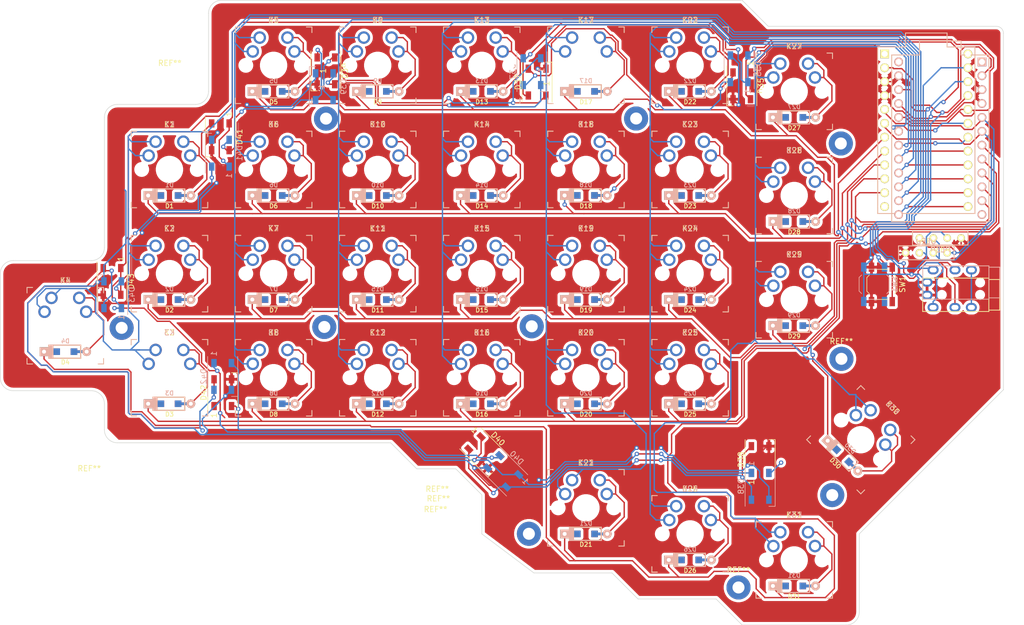
<source format=kicad_pcb>
(kicad_pcb (version 20171130) (host pcbnew 5.1.9)
  (layers (0 F.Cu signal hide) (31 B.Cu signal) (34 B.Paste user) (35 F.Paste user) (36 B.SilkS user) (37 F.SilkS user) (38 B.Mask user) (39 F.Mask user) (44 Edge.Cuts user))
  (net 0 "")
  (net 1 "Net-(D1-Pad2)")
  (net 2 /row0)
  (net 3 "Net-(D2-Pad2)")
  (net 4 /row1)
  (net 5 "Net-(D3-Pad2)")
  (net 6 /row2)
  (net 7 "Net-(D4-Pad2)")
  (net 8 /row3)
  (net 9 /row4)
  (net 10 "Net-(D6-Pad2)")
  (net 11 "Net-(D7-Pad2)")
  (net 12 "Net-(D8-Pad2)")
  (net 13 "Net-(D9-Pad2)")
  (net 14 "Net-(D10-Pad2)")
  (net 15 "Net-(D11-Pad2)")
  (net 16 "Net-(D12-Pad2)")
  (net 17 "Net-(D13-Pad2)")
  (net 18 "Net-(D14-Pad2)")
  (net 19 "Net-(D15-Pad2)")
  (net 20 "Net-(D16-Pad2)")
  (net 21 "Net-(D17-Pad2)")
  (net 22 "Net-(D18-Pad2)")
  (net 23 "Net-(D19-Pad2)")
  (net 24 "Net-(D20-Pad2)")
  (net 25 "Net-(D21-Pad2)")
  (net 26 "Net-(D22-Pad2)")
  (net 27 "Net-(D23-Pad2)")
  (net 28 "Net-(D24-Pad2)")
  (net 29 "Net-(D25-Pad2)")
  (net 30 "Net-(D26-Pad2)")
  (net 31 "Net-(D27-Pad2)")
  (net 32 "Net-(D28-Pad2)")
  (net 33 "Net-(D29-Pad2)")
  (net 34 "Net-(D31-Pad2)")
  (net 35 /+5V)
  (net 36 /GND)
  (net 37 /ledin)
  (net 38 "Net-(D35-Pad2)")
  (net 39 "Net-(D37-Pad2)")
  (net 40 "Net-(D38-Pad4)")
  (net 41 "Net-(D39-Pad2)")
  (net 42 "Net-(D40-Pad4)")
  (net 43 "Net-(D41-Pad2)")
  (net 44 "Net-(D42-Pad4)")
  (net 45 /col0)
  (net 46 /col1)
  (net 47 /col2)
  (net 48 /col3)
  (net 49 /col4)
  (net 50 /col5)
  (net 51 /col6)
  (net 52 /RST)
  (net 53 "Net-(U1-Pad1)")
  (net 54 /TRRS1)
  (net 55 "Net-(U1-Pad24)")
  (net 56 "Net-(D5-Pad2)")
  (net 57 "Net-(D30-Pad2)")
  (net 58 "Net-(U1-Pad12)")
  (net 59 "Net-(D38-Pad2)")
  (net 60 /SDA-OLED)
  (net 61 /SCL-OLED)
  (net 62 "Net-(U2-Pad4)")
  (module keyboard_parts:D_SOD123_axial (layer F.Cu) (at 152.28442 92.72614)
    (fp_text reference D19 (at 0 1.925) (layer F.SilkS) (effects (font (size 0.8 0.8))))
    (fp_text value D hide)
    (pad 2 smd rect (at 1.575 0) (size 1.2 1.2) (layers F.Cu F.Paste F.Mask) (net 23 "Net-(D19-Pad2)"))
    (pad 1 smd rect (at -1.575 0) (size 1.2 1.2) (layers F.Cu F.Paste F.Mask) (net 6 /row2))
    (pad 1 thru_hole rect (at -3.9 0) (size 1.6 1.6) (drill 0.7) (layers *.Cu *.Mask F.SilkS) (net 6 /row2))
    (pad 2 thru_hole circle (at 3.9 0) (size 1.6 1.6) (drill 0.7) (layers *.Cu *.Mask F.SilkS) (net 23 "Net-(D19-Pad2)"))
    (pad 1 smd rect (at -2.7 0) (size 2.5 0.5) (layers F.Cu) (net 6 /row2))
    (pad 2 smd rect (at 2.7 0) (size 2.5 0.5) (layers F.Cu) (net 23 "Net-(D19-Pad2)"))
  )
  (module MountingHole:MountingHole_2.2mm_M2_Pad (layer F.Cu) (at 67.33442 97.88864)
    (fp_text reference REF** (at -5.91875 25.73) (layer F.SilkS))
    (fp_text value MountingHole_2.2mm_M2_Pad)
    (pad 1 thru_hole circle (at 0 0) (size 4.4 4.4) (drill 2.2) (layers *.Cu *.Mask))
  )
  (module keyboard_parts:D_SOD123_axial (layer B.Cu) (at 190.39442 78.43864)
    (fp_text reference D28 (at 0 -1.925) (layer B.SilkS) (effects (font (size 0.8 0.8)) (justify mirror)))
    (fp_text value D hide)
    (pad 2 smd rect (at 2.7 0) (size 2.5 0.5) (layers B.Cu) (net 32 "Net-(D28-Pad2)"))
    (pad 1 smd rect (at -2.7 0) (size 2.5 0.5) (layers B.Cu) (net 4 /row1))
    (pad 2 thru_hole circle (at 3.9 0) (size 1.6 1.6) (drill 0.7) (layers *.Cu *.Mask B.SilkS) (net 32 "Net-(D28-Pad2)"))
    (pad 1 thru_hole rect (at -3.9 0) (size 1.6 1.6) (drill 0.7) (layers *.Cu *.Mask B.SilkS) (net 4 /row1))
    (pad 1 smd rect (at -1.575 0) (size 1.2 1.2) (layers B.Cu B.Paste B.Mask) (net 4 /row1))
    (pad 2 smd rect (at 1.575 0) (size 1.2 1.2) (layers B.Cu B.Paste B.Mask) (net 32 "Net-(D28-Pad2)"))
  )
  (module LED_SMD:LED_WS2812B_PLCC4_5.0x5.0mm_P3.2mm (layer F.Cu) (at 143.34442 52.92864 90)
    (fp_text reference D37 (at 0 -3.5 270) (layer F.SilkS))
    (fp_text value WS2812B)
    (fp_text user 1 (at -0.25 1.75 270) (layer F.SilkS))
    (pad 3 smd rect (at 2.45 1.6 90) (size 1.5 1) (layers F.Cu F.Paste F.Mask) (net 36 /GND))
    (pad 4 smd rect (at 2.45 -1.6 90) (size 1.5 1) (layers F.Cu F.Paste F.Mask) (net 38 "Net-(D35-Pad2)"))
    (pad 2 smd rect (at -2.45 1.6 90) (size 1.5 1) (layers F.Cu F.Paste F.Mask) (net 39 "Net-(D37-Pad2)"))
    (pad 1 smd rect (at -2.45 -1.6 90) (size 1.5 1) (layers F.Cu F.Paste F.Mask) (net 35 /+5V))
  )
  (module keyboard_parts:D_SOD123_axial (layer B.Cu) (at 95.14442 73.68114)
    (fp_text reference D6 (at 0 -1.925) (layer B.SilkS) (effects (font (size 0.8 0.8)) (justify mirror)))
    (fp_text value D hide)
    (pad 2 smd rect (at 1.575 0) (size 1.2 1.2) (layers B.Cu B.Paste B.Mask) (net 10 "Net-(D6-Pad2)"))
    (pad 1 smd rect (at -1.575 0) (size 1.2 1.2) (layers B.Cu B.Paste B.Mask) (net 4 /row1))
    (pad 1 thru_hole rect (at -3.9 0) (size 1.6 1.6) (drill 0.7) (layers *.Cu *.Mask B.SilkS) (net 4 /row1))
    (pad 2 thru_hole circle (at 3.9 0) (size 1.6 1.6) (drill 0.7) (layers *.Cu *.Mask B.SilkS) (net 10 "Net-(D6-Pad2)"))
    (pad 1 smd rect (at -2.7 0) (size 2.5 0.5) (layers B.Cu) (net 4 /row1))
    (pad 2 smd rect (at 2.7 0) (size 2.5 0.5) (layers B.Cu) (net 10 "Net-(D6-Pad2)"))
  )
  (module MountingHole:MountingHole_2.2mm_M2_Pad (layer F.Cu) (at 197.34442 128.48864)
    (fp_text reference REF** (at -72.03875 0.64) (layer F.SilkS))
    (fp_text value MountingHole_2.2mm_M2_Pad)
    (pad 1 thru_hole circle (at 0 0) (size 4.4 4.4) (drill 2.2) (layers *.Cu *.Mask))
  )
  (module MountingHole:MountingHole_2.2mm_M2_Pad (layer F.Cu) (at 180.19442 145.38864)
    (fp_text reference REF** (at 0 -3.2) (layer F.SilkS))
    (fp_text value MountingHole_2.2mm_M2_Pad)
    (pad 1 thru_hole circle (at 0 0) (size 4.4 4.4) (drill 2.2) (layers *.Cu *.Mask))
  )
  (module MountingHole:MountingHole_2.2mm_M2_Pad (layer F.Cu) (at 141.84442 135.56864)
    (fp_text reference REF** (at -17.06875 -4.48) (layer F.SilkS))
    (fp_text value MountingHole_2.2mm_M2_Pad)
    (pad 1 thru_hole circle (at 0 0) (size 4.4 4.4) (drill 2.2) (layers *.Cu *.Mask))
  )
  (module MountingHole:MountingHole_2.2mm_M2_Pad (layer F.Cu) (at 142.36442 97.60864)
    (fp_text reference REF** (at -17.27875 29.77) (layer F.SilkS))
    (fp_text value MountingHole_2.2mm_M2_Pad)
    (pad 1 thru_hole circle (at 0 0) (size 4.4 4.4) (drill 2.2) (layers *.Cu *.Mask))
  )
  (module keyboard_parts:D_SOD123_axial (layer B.Cu) (at 190.37442 97.48864)
    (fp_text reference D29 (at 0 -1.925) (layer B.SilkS) (effects (font (size 0.8 0.8)) (justify mirror)))
    (fp_text value D hide)
    (pad 2 smd rect (at 1.575 0) (size 1.2 1.2) (layers B.Cu B.Paste B.Mask) (net 33 "Net-(D29-Pad2)"))
    (pad 1 smd rect (at -1.575 0) (size 1.2 1.2) (layers B.Cu B.Paste B.Mask) (net 6 /row2))
    (pad 1 thru_hole rect (at -3.9 0) (size 1.6 1.6) (drill 0.7) (layers *.Cu *.Mask B.SilkS) (net 6 /row2))
    (pad 2 thru_hole circle (at 3.9 0) (size 1.6 1.6) (drill 0.7) (layers *.Cu *.Mask B.SilkS) (net 33 "Net-(D29-Pad2)"))
    (pad 1 smd rect (at -2.7 0) (size 2.5 0.5) (layers B.Cu) (net 6 /row2))
    (pad 2 smd rect (at 2.7 0) (size 2.5 0.5) (layers B.Cu) (net 33 "Net-(D29-Pad2)"))
  )
  (module LED_SMD:LED_WS2812B_PLCC4_5.0x5.0mm_P3.2mm (layer F.Cu) (at 133.70442 120.66864 315)
    (fp_text reference D40 (at 0 -3.5 315) (layer F.SilkS))
    (fp_text value WS2812B)
    (fp_text user 1 (at -4.15 -1.6 315) (layer F.SilkS))
    (pad 1 smd rect (at -2.45 -1.6 315) (size 1.5 1) (layers F.Cu F.Paste F.Mask) (net 35 /+5V))
    (pad 2 smd rect (at -2.45 1.6 315) (size 1.5 1) (layers F.Cu F.Paste F.Mask) (net 40 "Net-(D38-Pad4)"))
    (pad 4 smd rect (at 2.45 -1.6 315) (size 1.5 1) (layers F.Cu F.Paste F.Mask) (net 42 "Net-(D40-Pad4)"))
    (pad 3 smd rect (at 2.45 1.6 315) (size 1.5 1) (layers F.Cu F.Paste F.Mask) (net 36 /GND))
  )
  (module LED_SMD:LED_WS2812B_PLCC4_5.0x5.0mm_P3.2mm (layer F.Cu) (at 180.79442 53.60864 270)
    (fp_text reference D35 (at 0 -3.5 270) (layer F.SilkS))
    (fp_text value WS2812B)
    (fp_text user 1 (at -4.15 -1.6 270) (layer F.SilkS))
    (pad 1 smd rect (at -2.45 -1.6 270) (size 1.5 1) (layers F.Cu F.Paste F.Mask) (net 35 /+5V))
    (pad 2 smd rect (at -2.45 1.6 270) (size 1.5 1) (layers F.Cu F.Paste F.Mask) (net 38 "Net-(D35-Pad2)"))
    (pad 4 smd rect (at 2.45 -1.6 270) (size 1.5 1) (layers F.Cu F.Paste F.Mask) (net 37 /ledin))
    (pad 3 smd rect (at 2.45 1.6 270) (size 1.5 1) (layers F.Cu F.Paste F.Mask) (net 36 /GND))
  )
  (module keyswitches:SW_MX_reversible (layer F.Cu) (at 171.33442 135.58864)
    (fp_text reference K26 (at 0 -8.255) (layer F.SilkS))
    (fp_text value KEYSW)
    (fp_text user %R (at 0 -8.255) (layer B.SilkS) (effects (justify mirror)))
    (pad "" np_thru_hole circle (at -5.08 0) (size 1.7018 1.7018) (drill 1.7018) (layers *.Cu *.Mask))
    (pad "" np_thru_hole circle (at 5.08 0) (size 1.7018 1.7018) (drill 1.7018) (layers *.Cu *.Mask))
    (pad 1 thru_hole circle (at -3.81 -2.54) (size 2.286 2.286) (drill 1.4986) (layers *.Cu *.Mask) (net 50 /col5))
    (pad "" np_thru_hole circle (at 0 0) (size 3.9878 3.9878) (drill 3.9878) (layers *.Cu *.Mask))
    (pad 2 thru_hole circle (at 2.54 -5.08) (size 2.286 2.286) (drill 1.4986) (layers *.Cu *.Mask) (net 30 "Net-(D26-Pad2)"))
    (pad 1 thru_hole circle (at -2.54 -5.08) (size 2.286 2.286) (drill 1.4986) (layers *.Cu *.Mask) (net 50 /col5))
    (pad 2 thru_hole circle (at 3.81 -2.54) (size 2.286 2.286) (drill 1.4986) (layers *.Cu *.Mask) (net 30 "Net-(D26-Pad2)"))
  )
  (module keyboard_parts:D_SOD123_axial (layer B.Cu) (at 76.08442 73.68114)
    (fp_text reference D1 (at 0 -1.925) (layer B.SilkS) (effects (font (size 0.8 0.8)) (justify mirror)))
    (fp_text value D hide)
    (pad 2 smd rect (at 2.7 0) (size 2.5 0.5) (layers B.Cu) (net 1 "Net-(D1-Pad2)"))
    (pad 1 smd rect (at -2.7 0) (size 2.5 0.5) (layers B.Cu) (net 4 /row1))
    (pad 2 thru_hole circle (at 3.9 0) (size 1.6 1.6) (drill 0.7) (layers *.Cu *.Mask B.SilkS) (net 1 "Net-(D1-Pad2)"))
    (pad 1 thru_hole rect (at -3.9 0) (size 1.6 1.6) (drill 0.7) (layers *.Cu *.Mask B.SilkS) (net 4 /row1))
    (pad 1 smd rect (at -1.575 0) (size 1.2 1.2) (layers B.Cu B.Paste B.Mask) (net 4 /row1))
    (pad 2 smd rect (at 1.575 0) (size 1.2 1.2) (layers B.Cu B.Paste B.Mask) (net 1 "Net-(D1-Pad2)"))
  )
  (module keyboard_parts:D_SOD123_axial (layer B.Cu) (at 114.18442 54.62114)
    (fp_text reference D9 (at 0 -1.925) (layer B.SilkS) (effects (font (size 0.8 0.8)) (justify mirror)))
    (fp_text value D hide)
    (pad 2 smd rect (at 2.7 0) (size 2.5 0.5) (layers B.Cu) (net 13 "Net-(D9-Pad2)"))
    (pad 1 smd rect (at -2.7 0) (size 2.5 0.5) (layers B.Cu) (net 2 /row0))
    (pad 2 thru_hole circle (at 3.9 0) (size 1.6 1.6) (drill 0.7) (layers *.Cu *.Mask B.SilkS) (net 13 "Net-(D9-Pad2)"))
    (pad 1 thru_hole rect (at -3.9 0) (size 1.6 1.6) (drill 0.7) (layers *.Cu *.Mask B.SilkS) (net 2 /row0))
    (pad 1 smd rect (at -1.575 0) (size 1.2 1.2) (layers B.Cu B.Paste B.Mask) (net 2 /row0))
    (pad 2 smd rect (at 1.575 0) (size 1.2 1.2) (layers B.Cu B.Paste B.Mask) (net 13 "Net-(D9-Pad2)"))
  )
  (module keyboard_parts:D_SOD123_axial (layer B.Cu) (at 171.33442 92.73114)
    (fp_text reference D24 (at 0 -1.925) (layer B.SilkS) (effects (font (size 0.8 0.8)) (justify mirror)))
    (fp_text value D hide)
    (pad 2 smd rect (at 2.7 0) (size 2.5 0.5) (layers B.Cu) (net 28 "Net-(D24-Pad2)"))
    (pad 1 smd rect (at -2.7 0) (size 2.5 0.5) (layers B.Cu) (net 6 /row2))
    (pad 2 thru_hole circle (at 3.9 0) (size 1.6 1.6) (drill 0.7) (layers *.Cu *.Mask B.SilkS) (net 28 "Net-(D24-Pad2)"))
    (pad 1 thru_hole rect (at -3.9 0) (size 1.6 1.6) (drill 0.7) (layers *.Cu *.Mask B.SilkS) (net 6 /row2))
    (pad 1 smd rect (at -1.575 0) (size 1.2 1.2) (layers B.Cu B.Paste B.Mask) (net 6 /row2))
    (pad 2 smd rect (at 1.575 0) (size 1.2 1.2) (layers B.Cu B.Paste B.Mask) (net 28 "Net-(D24-Pad2)"))
  )
  (module keyboard_parts:D_SOD123_axial (layer B.Cu) (at 133.23442 92.71864)
    (fp_text reference D15 (at 0 -1.925) (layer B.SilkS) (effects (font (size 0.8 0.8)) (justify mirror)))
    (fp_text value D hide)
    (pad 2 smd rect (at 1.575 0) (size 1.2 1.2) (layers B.Cu B.Paste B.Mask) (net 19 "Net-(D15-Pad2)"))
    (pad 1 smd rect (at -1.575 0) (size 1.2 1.2) (layers B.Cu B.Paste B.Mask) (net 6 /row2))
    (pad 1 thru_hole rect (at -3.9 0) (size 1.6 1.6) (drill 0.7) (layers *.Cu *.Mask B.SilkS) (net 6 /row2))
    (pad 2 thru_hole circle (at 3.9 0) (size 1.6 1.6) (drill 0.7) (layers *.Cu *.Mask B.SilkS) (net 19 "Net-(D15-Pad2)"))
    (pad 1 smd rect (at -2.7 0) (size 2.5 0.5) (layers B.Cu) (net 6 /row2))
    (pad 2 smd rect (at 2.7 0) (size 2.5 0.5) (layers B.Cu) (net 19 "Net-(D15-Pad2)"))
  )
  (module keyswitches:SW_MX_reversible (layer F.Cu) (at 76.08442 68.91364)
    (fp_text reference K1 (at 0 -8.255) (layer F.SilkS))
    (fp_text value KEYSW)
    (fp_text user %R (at 0 -8.255) (layer B.SilkS) (effects (justify mirror)))
    (pad 2 thru_hole circle (at 3.81 -2.54) (size 2.286 2.286) (drill 1.4986) (layers *.Cu *.Mask) (net 1 "Net-(D1-Pad2)"))
    (pad 1 thru_hole circle (at -2.54 -5.08) (size 2.286 2.286) (drill 1.4986) (layers *.Cu *.Mask) (net 45 /col0))
    (pad 2 thru_hole circle (at 2.54 -5.08) (size 2.286 2.286) (drill 1.4986) (layers *.Cu *.Mask) (net 1 "Net-(D1-Pad2)"))
    (pad "" np_thru_hole circle (at 0 0) (size 3.9878 3.9878) (drill 3.9878) (layers *.Cu *.Mask))
    (pad 1 thru_hole circle (at -3.81 -2.54) (size 2.286 2.286) (drill 1.4986) (layers *.Cu *.Mask) (net 45 /col0))
    (pad "" np_thru_hole circle (at 5.08 0) (size 1.7018 1.7018) (drill 1.7018) (layers *.Cu *.Mask))
    (pad "" np_thru_hole circle (at -5.08 0) (size 1.7018 1.7018) (drill 1.7018) (layers *.Cu *.Mask))
  )
  (module keyboard_parts:D_SOD123_axial (layer B.Cu) (at 133.23442 54.62114)
    (fp_text reference D13 (at 0 -1.925) (layer B.SilkS) (effects (font (size 0.8 0.8)) (justify mirror)))
    (fp_text value D hide)
    (pad 2 smd rect (at 2.7 0) (size 2.5 0.5) (layers B.Cu) (net 17 "Net-(D13-Pad2)"))
    (pad 1 smd rect (at -2.7 0) (size 2.5 0.5) (layers B.Cu) (net 2 /row0))
    (pad 2 thru_hole circle (at 3.9 0) (size 1.6 1.6) (drill 0.7) (layers *.Cu *.Mask B.SilkS) (net 17 "Net-(D13-Pad2)"))
    (pad 1 thru_hole rect (at -3.9 0) (size 1.6 1.6) (drill 0.7) (layers *.Cu *.Mask B.SilkS) (net 2 /row0))
    (pad 1 smd rect (at -1.575 0) (size 1.2 1.2) (layers B.Cu B.Paste B.Mask) (net 2 /row0))
    (pad 2 smd rect (at 1.575 0) (size 1.2 1.2) (layers B.Cu B.Paste B.Mask) (net 17 "Net-(D13-Pad2)"))
  )
  (module Button_Switch_SMD:SW_SPST_TL3342 (layer F.Cu) (at 206.42442 89.93864 270)
    (fp_text reference SW1 (at 0 -3.75 90) (layer F.SilkS))
    (fp_text value SW_Push_Open_Dual)
    (pad 1 smd rect (at -3.15 -1.9 270) (size 1.7 1) (layers F.Cu F.Paste F.Mask) (net 52 /RST))
    (pad 1 smd rect (at 3.15 -1.9 270) (size 1.7 1) (layers F.Cu F.Paste F.Mask) (net 52 /RST))
    (pad 2 smd rect (at -3.15 1.9 270) (size 1.7 1) (layers F.Cu F.Paste F.Mask) (net 36 /GND))
    (pad 2 smd rect (at 3.15 1.9 270) (size 1.7 1) (layers F.Cu F.Paste F.Mask) (net 36 /GND))
  )
  (module keyboard_parts:D_SOD123_axial (layer B.Cu) (at 152.28442 92.71114)
    (fp_text reference D19 (at 0 -1.925) (layer B.SilkS) (effects (font (size 0.8 0.8)) (justify mirror)))
    (fp_text value D hide)
    (pad 2 smd rect (at 2.7 0) (size 2.5 0.5) (layers B.Cu) (net 23 "Net-(D19-Pad2)"))
    (pad 1 smd rect (at -2.7 0) (size 2.5 0.5) (layers B.Cu) (net 6 /row2))
    (pad 2 thru_hole circle (at 3.9 0) (size 1.6 1.6) (drill 0.7) (layers *.Cu *.Mask B.SilkS) (net 23 "Net-(D19-Pad2)"))
    (pad 1 thru_hole rect (at -3.9 0) (size 1.6 1.6) (drill 0.7) (layers *.Cu *.Mask B.SilkS) (net 6 /row2))
    (pad 1 smd rect (at -1.575 0) (size 1.2 1.2) (layers B.Cu B.Paste B.Mask) (net 6 /row2))
    (pad 2 smd rect (at 1.575 0) (size 1.2 1.2) (layers B.Cu B.Paste B.Mask) (net 23 "Net-(D19-Pad2)"))
  )
  (module keyboard_parts:D_SOD123_axial (layer B.Cu) (at 95.14442 92.71114)
    (fp_text reference D7 (at 0 -1.925) (layer B.SilkS) (effects (font (size 0.8 0.8)) (justify mirror)))
    (fp_text value D hide)
    (pad 2 smd rect (at 2.7 0) (size 2.5 0.5) (layers B.Cu) (net 11 "Net-(D7-Pad2)"))
    (pad 1 smd rect (at -2.7 0) (size 2.5 0.5) (layers B.Cu) (net 6 /row2))
    (pad 2 thru_hole circle (at 3.9 0) (size 1.6 1.6) (drill 0.7) (layers *.Cu *.Mask B.SilkS) (net 11 "Net-(D7-Pad2)"))
    (pad 1 thru_hole rect (at -3.9 0) (size 1.6 1.6) (drill 0.7) (layers *.Cu *.Mask B.SilkS) (net 6 /row2))
    (pad 1 smd rect (at -1.575 0) (size 1.2 1.2) (layers B.Cu B.Paste B.Mask) (net 6 /row2))
    (pad 2 smd rect (at 1.575 0) (size 1.2 1.2) (layers B.Cu B.Paste B.Mask) (net 11 "Net-(D7-Pad2)"))
  )
  (module keyboard_parts:D_SOD123_axial (layer B.Cu) (at 76.08442 92.72114)
    (fp_text reference D2 (at 0 -1.925) (layer B.SilkS) (effects (font (size 0.8 0.8)) (justify mirror)))
    (fp_text value D hide)
    (pad 2 smd rect (at 1.575 0) (size 1.2 1.2) (layers B.Cu B.Paste B.Mask) (net 3 "Net-(D2-Pad2)"))
    (pad 1 smd rect (at -1.575 0) (size 1.2 1.2) (layers B.Cu B.Paste B.Mask) (net 6 /row2))
    (pad 1 thru_hole rect (at -3.9 0) (size 1.6 1.6) (drill 0.7) (layers *.Cu *.Mask B.SilkS) (net 6 /row2))
    (pad 2 thru_hole circle (at 3.9 0) (size 1.6 1.6) (drill 0.7) (layers *.Cu *.Mask B.SilkS) (net 3 "Net-(D2-Pad2)"))
    (pad 1 smd rect (at -2.7 0) (size 2.5 0.5) (layers B.Cu) (net 6 /row2))
    (pad 2 smd rect (at 2.7 0) (size 2.5 0.5) (layers B.Cu) (net 3 "Net-(D2-Pad2)"))
  )
  (module LED_SMD:LED_WS2812B_PLCC4_5.0x5.0mm_P3.2mm (layer F.Cu) (at 85.40442 62.93864 270)
    (fp_text reference D41 (at 0 -3.5 270) (layer F.SilkS))
    (fp_text value WS2812B)
    (fp_text user 1 (at -4.15 -1.6 270) (layer F.SilkS))
    (pad 3 smd rect (at 2.45 1.6 270) (size 1.5 1) (layers F.Cu F.Paste F.Mask) (net 36 /GND))
    (pad 4 smd rect (at 2.45 -1.6 270) (size 1.5 1) (layers F.Cu F.Paste F.Mask) (net 41 "Net-(D39-Pad2)"))
    (pad 2 smd rect (at -2.45 1.6 270) (size 1.5 1) (layers F.Cu F.Paste F.Mask) (net 43 "Net-(D41-Pad2)"))
    (pad 1 smd rect (at -2.45 -1.6 270) (size 1.5 1) (layers F.Cu F.Paste F.Mask) (net 35 /+5V))
  )
  (module LED_SMD:LED_WS2812B_PLCC4_5.0x5.0mm_P3.2mm (layer B.Cu) (at 104.42442 53.75864 90)
    (fp_text reference D39 (at 0 3.5 90) (layer B.SilkS) (effects (justify mirror)))
    (fp_text value WS2812B)
    (fp_text user 1 (at 0 -0.5 90) (layer B.SilkS) (effects (justify mirror)))
    (pad 3 smd rect (at 2.45 -1.6 90) (size 1.5 1) (layers B.Cu B.Paste B.Mask) (net 36 /GND))
    (pad 4 smd rect (at 2.45 1.6 90) (size 1.5 1) (layers B.Cu B.Paste B.Mask) (net 39 "Net-(D37-Pad2)"))
    (pad 2 smd rect (at -2.45 -1.6 90) (size 1.5 1) (layers B.Cu B.Paste B.Mask) (net 41 "Net-(D39-Pad2)"))
    (pad 1 smd rect (at -2.45 1.6 90) (size 1.5 1) (layers B.Cu B.Paste B.Mask) (net 35 /+5V))
  )
  (module keyswitches:SW_MX_reversible (layer F.Cu) (at 76.08442 87.96364)
    (fp_text reference K2 (at 0 -8.255) (layer F.SilkS))
    (fp_text value KEYSW)
    (fp_text user %R (at 0 -8.255) (layer B.SilkS) (effects (justify mirror)))
    (pad 2 thru_hole circle (at 3.81 -2.54) (size 2.286 2.286) (drill 1.4986) (layers *.Cu *.Mask) (net 3 "Net-(D2-Pad2)"))
    (pad 1 thru_hole circle (at -2.54 -5.08) (size 2.286 2.286) (drill 1.4986) (layers *.Cu *.Mask) (net 45 /col0))
    (pad 2 thru_hole circle (at 2.54 -5.08) (size 2.286 2.286) (drill 1.4986) (layers *.Cu *.Mask) (net 3 "Net-(D2-Pad2)"))
    (pad "" np_thru_hole circle (at 0 0) (size 3.9878 3.9878) (drill 3.9878) (layers *.Cu *.Mask))
    (pad 1 thru_hole circle (at -3.81 -2.54) (size 2.286 2.286) (drill 1.4986) (layers *.Cu *.Mask) (net 45 /col0))
    (pad "" np_thru_hole circle (at 5.08 0) (size 1.7018 1.7018) (drill 1.7018) (layers *.Cu *.Mask))
    (pad "" np_thru_hole circle (at -5.08 0) (size 1.7018 1.7018) (drill 1.7018) (layers *.Cu *.Mask))
  )
  (module keyboard_parts:D_SOD123_axial (layer B.Cu) (at 114.18442 73.69114)
    (fp_text reference D10 (at 0 -1.925) (layer B.SilkS) (effects (font (size 0.8 0.8)) (justify mirror)))
    (fp_text value D hide)
    (pad 2 smd rect (at 1.575 0) (size 1.2 1.2) (layers B.Cu B.Paste B.Mask) (net 14 "Net-(D10-Pad2)"))
    (pad 1 smd rect (at -1.575 0) (size 1.2 1.2) (layers B.Cu B.Paste B.Mask) (net 4 /row1))
    (pad 1 thru_hole rect (at -3.9 0) (size 1.6 1.6) (drill 0.7) (layers *.Cu *.Mask B.SilkS) (net 4 /row1))
    (pad 2 thru_hole circle (at 3.9 0) (size 1.6 1.6) (drill 0.7) (layers *.Cu *.Mask B.SilkS) (net 14 "Net-(D10-Pad2)"))
    (pad 1 smd rect (at -2.7 0) (size 2.5 0.5) (layers B.Cu) (net 4 /row1))
    (pad 2 smd rect (at 2.7 0) (size 2.5 0.5) (layers B.Cu) (net 14 "Net-(D10-Pad2)"))
  )
  (module keyboard_parts:D_SOD123_axial (layer B.Cu) (at 133.23442 73.68114)
    (fp_text reference D14 (at 0 -1.925) (layer B.SilkS) (effects (font (size 0.8 0.8)) (justify mirror)))
    (fp_text value D hide)
    (pad 2 smd rect (at 1.575 0) (size 1.2 1.2) (layers B.Cu B.Paste B.Mask) (net 18 "Net-(D14-Pad2)"))
    (pad 1 smd rect (at -1.575 0) (size 1.2 1.2) (layers B.Cu B.Paste B.Mask) (net 4 /row1))
    (pad 1 thru_hole rect (at -3.9 0) (size 1.6 1.6) (drill 0.7) (layers *.Cu *.Mask B.SilkS) (net 4 /row1))
    (pad 2 thru_hole circle (at 3.9 0) (size 1.6 1.6) (drill 0.7) (layers *.Cu *.Mask B.SilkS) (net 18 "Net-(D14-Pad2)"))
    (pad 1 smd rect (at -2.7 0) (size 2.5 0.5) (layers B.Cu) (net 4 /row1))
    (pad 2 smd rect (at 2.7 0) (size 2.5 0.5) (layers B.Cu) (net 18 "Net-(D14-Pad2)"))
  )
  (module keyswitches:SW_MX_reversible (layer F.Cu) (at 76.08442 107.01364)
    (fp_text reference K3 (at 0 -8.255) (layer F.SilkS))
    (fp_text value KEYSW)
    (fp_text user %R (at 0 -8.255) (layer B.SilkS) (effects (justify mirror)))
    (pad "" np_thru_hole circle (at -5.08 0) (size 1.7018 1.7018) (drill 1.7018) (layers *.Cu *.Mask))
    (pad "" np_thru_hole circle (at 5.08 0) (size 1.7018 1.7018) (drill 1.7018) (layers *.Cu *.Mask))
    (pad 1 thru_hole circle (at -3.81 -2.54) (size 2.286 2.286) (drill 1.4986) (layers *.Cu *.Mask) (net 45 /col0))
    (pad "" np_thru_hole circle (at 0 0) (size 3.9878 3.9878) (drill 3.9878) (layers *.Cu *.Mask))
    (pad 2 thru_hole circle (at 2.54 -5.08) (size 2.286 2.286) (drill 1.4986) (layers *.Cu *.Mask) (net 5 "Net-(D3-Pad2)"))
    (pad 1 thru_hole circle (at -2.54 -5.08) (size 2.286 2.286) (drill 1.4986) (layers *.Cu *.Mask) (net 45 /col0))
    (pad 2 thru_hole circle (at 3.81 -2.54) (size 2.286 2.286) (drill 1.4986) (layers *.Cu *.Mask) (net 5 "Net-(D3-Pad2)"))
  )
  (module keyswitches:SW_MX_reversible (layer F.Cu) (at 114.18442 87.96364)
    (fp_text reference K11 (at 0 -8.255) (layer F.SilkS))
    (fp_text value KEYSW)
    (fp_text user %R (at 0 -8.255) (layer B.SilkS) (effects (justify mirror)))
    (pad 2 thru_hole circle (at 3.81 -2.54) (size 2.286 2.286) (drill 1.4986) (layers *.Cu *.Mask) (net 15 "Net-(D11-Pad2)"))
    (pad 1 thru_hole circle (at -2.54 -5.08) (size 2.286 2.286) (drill 1.4986) (layers *.Cu *.Mask) (net 47 /col2))
    (pad 2 thru_hole circle (at 2.54 -5.08) (size 2.286 2.286) (drill 1.4986) (layers *.Cu *.Mask) (net 15 "Net-(D11-Pad2)"))
    (pad "" np_thru_hole circle (at 0 0) (size 3.9878 3.9878) (drill 3.9878) (layers *.Cu *.Mask))
    (pad 1 thru_hole circle (at -3.81 -2.54) (size 2.286 2.286) (drill 1.4986) (layers *.Cu *.Mask) (net 47 /col2))
    (pad "" np_thru_hole circle (at 5.08 0) (size 1.7018 1.7018) (drill 1.7018) (layers *.Cu *.Mask))
    (pad "" np_thru_hole circle (at -5.08 0) (size 1.7018 1.7018) (drill 1.7018) (layers *.Cu *.Mask))
  )
  (module promicro:ProMicro (layer F.Cu) (at 214.55442 61.73864 270)
    (fp_text reference U1 hide)
    (fp_text value ProMicro)
    (pad 1 thru_hole rect (at -13.97 7.62 270) (size 1.6 1.6) (drill 1.1) (layers *.Cu *.Mask F.SilkS) (net 53 "Net-(U1-Pad1)"))
    (pad 2 thru_hole circle (at -11.43 7.62 270) (size 1.6 1.6) (drill 1.1) (layers *.Cu *.Mask F.SilkS) (net 54 /TRRS1))
    (pad 3 thru_hole circle (at -8.89 7.62 270) (size 1.6 1.6) (drill 1.1) (layers *.Cu *.Mask F.SilkS) (net 36 /GND))
    (pad 4 thru_hole circle (at -6.35 7.62 270) (size 1.6 1.6) (drill 1.1) (layers *.Cu *.Mask F.SilkS) (net 36 /GND))
    (pad 5 thru_hole circle (at -3.81 7.62 270) (size 1.6 1.6) (drill 1.1) (layers *.Cu *.Mask F.SilkS) (net 61 /SCL-OLED))
    (pad 6 thru_hole circle (at -1.27 7.62 270) (size 1.6 1.6) (drill 1.1) (layers *.Cu *.Mask F.SilkS) (net 60 /SDA-OLED))
    (pad 7 thru_hole circle (at 1.27 7.62 270) (size 1.6 1.6) (drill 1.1) (layers *.Cu *.Mask F.SilkS) (net 2 /row0))
    (pad 8 thru_hole circle (at 3.81 7.62 270) (size 1.6 1.6) (drill 1.1) (layers *.Cu *.Mask F.SilkS) (net 4 /row1))
    (pad 9 thru_hole circle (at 6.35 7.62 270) (size 1.6 1.6) (drill 1.1) (layers *.Cu *.Mask F.SilkS) (net 6 /row2))
    (pad 10 thru_hole circle (at 8.89 7.62 270) (size 1.6 1.6) (drill 1.1) (layers *.Cu *.Mask F.SilkS) (net 8 /row3))
    (pad 11 thru_hole circle (at 11.43 7.62 270) (size 1.6 1.6) (drill 1.1) (layers *.Cu *.Mask F.SilkS) (net 9 /row4))
    (pad 12 thru_hole circle (at 13.97 7.62 270) (size 1.6 1.6) (drill 1.1) (layers *.Cu *.Mask F.SilkS) (net 58 "Net-(U1-Pad12)"))
    (pad 13 thru_hole circle (at 13.97 -7.62 270) (size 1.6 1.6) (drill 1.1) (layers *.Cu *.Mask F.SilkS) (net 45 /col0))
    (pad 14 thru_hole circle (at 11.43 -7.62 270) (size 1.6 1.6) (drill 1.1) (layers *.Cu *.Mask F.SilkS) (net 46 /col1))
    (pad 15 thru_hole circle (at 8.89 -7.62 270) (size 1.6 1.6) (drill 1.1) (layers *.Cu *.Mask F.SilkS) (net 47 /col2))
    (pad 16 thru_hole circle (at 6.35 -7.62 270) (size 1.6 1.6) (drill 1.1) (layers *.Cu *.Mask F.SilkS) (net 48 /col3))
    (pad 17 thru_hole circle (at 3.81 -7.62 270) (size 1.6 1.6) (drill 1.1) (layers *.Cu *.Mask F.SilkS) (net 49 /col4))
    (pad 18 thru_hole circle (at 1.27 -7.62 270) (size 1.6 1.6) (drill 1.1) (layers *.Cu *.Mask F.SilkS) (net 50 /col5))
    (pad 19 thru_hole circle (at -1.27 -7.62 270) (size 1.6 1.6) (drill 1.1) (layers *.Cu *.Mask F.SilkS) (net 51 /col6))
    (pad 20 thru_hole circle (at -3.81 -7.62 270) (size 1.6 1.6) (drill 1.1) (layers *.Cu *.Mask F.SilkS) (net 37 /ledin))
    (pad 21 thru_hole circle (at -6.35 -7.62 270) (size 1.6 1.6) (drill 1.1) (layers *.Cu *.Mask F.SilkS) (net 35 /+5V))
    (pad 22 thru_hole circle (at -8.89 -7.62 270) (size 1.6 1.6) (drill 1.1) (layers *.Cu *.Mask F.SilkS) (net 52 /RST))
    (pad 23 thru_hole circle (at -11.43 -7.62 270) (size 1.6 1.6) (drill 1.1) (layers *.Cu *.Mask F.SilkS) (net 36 /GND))
    (pad 24 thru_hole circle (at -13.97 -7.62 270) (size 1.6 1.6) (drill 1.1) (layers *.Cu *.Mask F.SilkS) (net 55 "Net-(U1-Pad24)"))
  )
  (module keyboard_parts:D_SOD123_axial (layer B.Cu) (at 171.33442 54.62114)
    (fp_text reference D22 (at 0 -1.925) (layer B.SilkS) (effects (font (size 0.8 0.8)) (justify mirror)))
    (fp_text value D hide)
    (pad 2 smd rect (at 2.7 0) (size 2.5 0.5) (layers B.Cu) (net 26 "Net-(D22-Pad2)"))
    (pad 1 smd rect (at -2.7 0) (size 2.5 0.5) (layers B.Cu) (net 2 /row0))
    (pad 2 thru_hole circle (at 3.9 0) (size 1.6 1.6) (drill 0.7) (layers *.Cu *.Mask B.SilkS) (net 26 "Net-(D22-Pad2)"))
    (pad 1 thru_hole rect (at -3.9 0) (size 1.6 1.6) (drill 0.7) (layers *.Cu *.Mask B.SilkS) (net 2 /row0))
    (pad 1 smd rect (at -1.575 0) (size 1.2 1.2) (layers B.Cu B.Paste B.Mask) (net 2 /row0))
    (pad 2 smd rect (at 1.575 0) (size 1.2 1.2) (layers B.Cu B.Paste B.Mask) (net 26 "Net-(D22-Pad2)"))
  )
  (module keyboard_parts:D_SOD123_axial (layer B.Cu) (at 114.18442 92.72864)
    (fp_text reference D15 (at 0 -1.925) (layer B.SilkS) (effects (font (size 0.8 0.8)) (justify mirror)))
    (fp_text value D hide)
    (pad 2 smd rect (at 1.575 0) (size 1.2 1.2) (layers B.Cu B.Paste B.Mask) (net 19 "Net-(D15-Pad2)"))
    (pad 1 smd rect (at -1.575 0) (size 1.2 1.2) (layers B.Cu B.Paste B.Mask) (net 6 /row2))
    (pad 1 thru_hole rect (at -3.9 0) (size 1.6 1.6) (drill 0.7) (layers *.Cu *.Mask B.SilkS) (net 6 /row2))
    (pad 2 thru_hole circle (at 3.9 0) (size 1.6 1.6) (drill 0.7) (layers *.Cu *.Mask B.SilkS) (net 19 "Net-(D15-Pad2)"))
    (pad 1 smd rect (at -2.7 0) (size 2.5 0.5) (layers B.Cu) (net 6 /row2))
    (pad 2 smd rect (at 2.7 0) (size 2.5 0.5) (layers B.Cu) (net 19 "Net-(D15-Pad2)"))
  )
  (module keyboard_parts:D_SOD123_axial (layer B.Cu) (at 171.33442 73.68114)
    (fp_text reference D23 (at 0 -1.925) (layer B.SilkS) (effects (font (size 0.8 0.8)) (justify mirror)))
    (fp_text value D hide)
    (pad 2 smd rect (at 1.575 0) (size 1.2 1.2) (layers B.Cu B.Paste B.Mask) (net 27 "Net-(D23-Pad2)"))
    (pad 1 smd rect (at -1.575 0) (size 1.2 1.2) (layers B.Cu B.Paste B.Mask) (net 4 /row1))
    (pad 1 thru_hole rect (at -3.9 0) (size 1.6 1.6) (drill 0.7) (layers *.Cu *.Mask B.SilkS) (net 4 /row1))
    (pad 2 thru_hole circle (at 3.9 0) (size 1.6 1.6) (drill 0.7) (layers *.Cu *.Mask B.SilkS) (net 27 "Net-(D23-Pad2)"))
    (pad 1 smd rect (at -2.7 0) (size 2.5 0.5) (layers B.Cu) (net 4 /row1))
    (pad 2 smd rect (at 2.7 0) (size 2.5 0.5) (layers B.Cu) (net 27 "Net-(D23-Pad2)"))
  )
  (module keyboard_parts:D_SOD123_axial (layer B.Cu) (at 152.28442 135.58864)
    (fp_text reference D21 (at 0 -1.925) (layer B.SilkS) (effects (font (size 0.8 0.8)) (justify mirror)))
    (fp_text value D hide)
    (pad 2 smd rect (at 1.575 0) (size 1.2 1.2) (layers B.Cu B.Paste B.Mask) (net 25 "Net-(D21-Pad2)"))
    (pad 1 smd rect (at -1.575 0) (size 1.2 1.2) (layers B.Cu B.Paste B.Mask) (net 9 /row4))
    (pad 1 thru_hole rect (at -3.9 0) (size 1.6 1.6) (drill 0.7) (layers *.Cu *.Mask B.SilkS) (net 9 /row4))
    (pad 2 thru_hole circle (at 3.9 0) (size 1.6 1.6) (drill 0.7) (layers *.Cu *.Mask B.SilkS) (net 25 "Net-(D21-Pad2)"))
    (pad 1 smd rect (at -2.7 0) (size 2.5 0.5) (layers B.Cu) (net 9 /row4))
    (pad 2 smd rect (at 2.7 0) (size 2.5 0.5) (layers B.Cu) (net 25 "Net-(D21-Pad2)"))
  )
  (module keyboard_parts:D_SOD123_axial (layer B.Cu) (at 76.08442 111.77864)
    (fp_text reference D3 (at 0 -1.925) (layer B.SilkS) (effects (font (size 0.8 0.8)) (justify mirror)))
    (fp_text value D hide)
    (pad 2 smd rect (at 1.575 0) (size 1.2 1.2) (layers B.Cu B.Paste B.Mask) (net 5 "Net-(D3-Pad2)"))
    (pad 1 smd rect (at -1.575 0) (size 1.2 1.2) (layers B.Cu B.Paste B.Mask) (net 8 /row3))
    (pad 1 thru_hole rect (at -3.9 0) (size 1.6 1.6) (drill 0.7) (layers *.Cu *.Mask B.SilkS) (net 8 /row3))
    (pad 2 thru_hole circle (at 3.9 0) (size 1.6 1.6) (drill 0.7) (layers *.Cu *.Mask B.SilkS) (net 5 "Net-(D3-Pad2)"))
    (pad 1 smd rect (at -2.7 0) (size 2.5 0.5) (layers B.Cu) (net 8 /row3))
    (pad 2 smd rect (at 2.7 0) (size 2.5 0.5) (layers B.Cu) (net 5 "Net-(D3-Pad2)"))
  )
  (module LED_SMD:LED_WS2812B_PLCC4_5.0x5.0mm_P3.2mm (layer F.Cu) (at 104.71442 50.86864 270)
    (fp_text reference D39 (at 0 -3.5 270) (layer F.SilkS))
    (fp_text value WS2812B)
    (fp_text user 1 (at 0 0.5 270) (layer F.SilkS))
    (pad 1 smd rect (at -2.45 -1.6 270) (size 1.5 1) (layers F.Cu F.Paste F.Mask) (net 35 /+5V))
    (pad 2 smd rect (at -2.45 1.6 270) (size 1.5 1) (layers F.Cu F.Paste F.Mask) (net 41 "Net-(D39-Pad2)"))
    (pad 4 smd rect (at 2.45 -1.6 270) (size 1.5 1) (layers F.Cu F.Paste F.Mask) (net 39 "Net-(D37-Pad2)"))
    (pad 3 smd rect (at 2.45 1.6 270) (size 1.5 1) (layers F.Cu F.Paste F.Mask) (net 36 /GND))
  )
  (module LED_SMD:LED_WS2812B_PLCC4_5.0x5.0mm_P3.2mm (layer F.Cu) (at 184.15442 121.98864 90)
    (fp_text reference D38 (at 0 -3.5 270) (layer F.SilkS))
    (fp_text value WS2812B)
    (fp_text user 1 (at -4.15 -1.6 270) (layer F.SilkS))
    (pad 3 smd rect (at 2.45 1.6 90) (size 1.5 1) (layers F.Cu F.Paste F.Mask) (net 36 /GND))
    (pad 4 smd rect (at 2.45 -1.6 90) (size 1.5 1) (layers F.Cu F.Paste F.Mask) (net 40 "Net-(D38-Pad4)"))
    (pad 2 smd rect (at -2.45 1.6 90) (size 1.5 1) (layers F.Cu F.Paste F.Mask) (net 59 "Net-(D38-Pad2)"))
    (pad 1 smd rect (at -2.45 -1.6 90) (size 1.5 1) (layers F.Cu F.Paste F.Mask) (net 35 /+5V))
  )
  (module keyboard_parts:D_SOD123_axial (layer B.Cu) (at 95.14442 111.77864)
    (fp_text reference D8 (at 0 -1.925) (layer B.SilkS) (effects (font (size 0.8 0.8)) (justify mirror)))
    (fp_text value D hide)
    (pad 2 smd rect (at 2.7 0) (size 2.5 0.5) (layers B.Cu) (net 12 "Net-(D8-Pad2)"))
    (pad 1 smd rect (at -2.7 0) (size 2.5 0.5) (layers B.Cu) (net 8 /row3))
    (pad 2 thru_hole circle (at 3.9 0) (size 1.6 1.6) (drill 0.7) (layers *.Cu *.Mask B.SilkS) (net 12 "Net-(D8-Pad2)"))
    (pad 1 thru_hole rect (at -3.9 0) (size 1.6 1.6) (drill 0.7) (layers *.Cu *.Mask B.SilkS) (net 8 /row3))
    (pad 1 smd rect (at -1.575 0) (size 1.2 1.2) (layers B.Cu B.Paste B.Mask) (net 8 /row3))
    (pad 2 smd rect (at 1.575 0) (size 1.2 1.2) (layers B.Cu B.Paste B.Mask) (net 12 "Net-(D8-Pad2)"))
  )
  (module keyboard_parts:D_SOD123_axial (layer B.Cu) (at 95.13442 54.63114)
    (fp_text reference D5 (at 0 -1.925) (layer B.SilkS) (effects (font (size 0.8 0.8)) (justify mirror)))
    (fp_text value D hide)
    (pad 2 smd rect (at 1.575 0) (size 1.2 1.2) (layers B.Cu B.Paste B.Mask) (net 56 "Net-(D5-Pad2)"))
    (pad 1 smd rect (at -1.575 0) (size 1.2 1.2) (layers B.Cu B.Paste B.Mask) (net 2 /row0))
    (pad 1 thru_hole rect (at -3.9 0) (size 1.6 1.6) (drill 0.7) (layers *.Cu *.Mask B.SilkS) (net 2 /row0))
    (pad 2 thru_hole circle (at 3.9 0) (size 1.6 1.6) (drill 0.7) (layers *.Cu *.Mask B.SilkS) (net 56 "Net-(D5-Pad2)"))
    (pad 1 smd rect (at -2.7 0) (size 2.5 0.5) (layers B.Cu) (net 2 /row0))
    (pad 2 smd rect (at 2.7 0) (size 2.5 0.5) (layers B.Cu) (net 56 "Net-(D5-Pad2)"))
  )
  (module MountingHole:MountingHole_2.2mm_M2_Pad (layer F.Cu) (at 198.91442 64.15864)
    (fp_text reference REF** (at 0.45125 -30.04) (layer F.SilkS))
    (fp_text value MountingHole_2.2mm_M2_Pad)
    (pad 1 thru_hole circle (at 0 0) (size 4.4 4.4) (drill 2.2) (layers *.Cu *.Mask))
  )
  (module Keebio-Parts:TRRS-PJ-320A (layer B.Cu) (at 226.00442 89.59864 90)
    (fp_text reference U2)
    (fp_text value TRRS)
    (pad 3 thru_hole oval (at 2.3 -6.2 90) (size 1.6 2) (drill oval 0.9 1.3) (layers *.Cu *.Mask) (net 54 /TRRS1))
    (pad "" np_thru_hole circle (at 0 -1.6 90) (size 0.8 0.8) (drill 0.8) (layers *.Cu *.Mask))
    (pad "" np_thru_hole circle (at 0 -8.6 90) (size 0.8 0.8) (drill 0.8) (layers *.Cu *.Mask))
    (pad 4 thru_hole oval (at 2.3 -3.2 90) (size 1.6 2) (drill oval 0.9 1.3) (layers *.Cu *.Mask) (net 62 "Net-(U2-Pad4)"))
    (pad 2 thru_hole oval (at 2.3 -10.2 90) (size 1.6 2) (drill oval 0.9 1.3) (layers *.Cu *.Mask) (net 35 /+5V))
    (pad 1 thru_hole oval (at -2.3 -11.3 90) (size 1.6 2) (drill oval 0.9 1.3) (layers *.Cu *.Mask) (net 36 /GND))
  )
  (module Button_Switch_SMD:SW_SPST_TL3342 (layer B.Cu) (at 205.01442 89.91864 90)
    (fp_text reference SW1 (at 0 3.75 270) (layer B.SilkS) (effects (justify mirror)))
    (fp_text value SW_Push_Open_Dual)
    (pad 2 smd rect (at 3.15 -1.9 90) (size 1.7 1) (layers B.Cu B.Paste B.Mask) (net 36 /GND))
    (pad 2 smd rect (at -3.15 -1.9 90) (size 1.7 1) (layers B.Cu B.Paste B.Mask) (net 36 /GND))
    (pad 1 smd rect (at 3.15 1.9 90) (size 1.7 1) (layers B.Cu B.Paste B.Mask) (net 52 /RST))
    (pad 1 smd rect (at -3.15 1.9 90) (size 1.7 1) (layers B.Cu B.Paste B.Mask) (net 52 /RST))
  )
  (module promicro:ProMicro (layer B.Cu) (at 217.11442 63.19864 270)
    (fp_text reference U1 hide)
    (fp_text value ProMicro)
    (pad 24 thru_hole circle (at -13.97 7.62 270) (size 1.6 1.6) (drill 1.1) (layers *.Cu *.Mask B.SilkS) (net 55 "Net-(U1-Pad24)"))
    (pad 23 thru_hole circle (at -11.43 7.62 270) (size 1.6 1.6) (drill 1.1) (layers *.Cu *.Mask B.SilkS) (net 36 /GND))
    (pad 22 thru_hole circle (at -8.89 7.62 270) (size 1.6 1.6) (drill 1.1) (layers *.Cu *.Mask B.SilkS) (net 52 /RST))
    (pad 21 thru_hole circle (at -6.35 7.62 270) (size 1.6 1.6) (drill 1.1) (layers *.Cu *.Mask B.SilkS) (net 35 /+5V))
    (pad 20 thru_hole circle (at -3.81 7.62 270) (size 1.6 1.6) (drill 1.1) (layers *.Cu *.Mask B.SilkS) (net 37 /ledin))
    (pad 19 thru_hole circle (at -1.27 7.62 270) (size 1.6 1.6) (drill 1.1) (layers *.Cu *.Mask B.SilkS) (net 51 /col6))
    (pad 18 thru_hole circle (at 1.27 7.62 270) (size 1.6 1.6) (drill 1.1) (layers *.Cu *.Mask B.SilkS) (net 50 /col5))
    (pad 17 thru_hole circle (at 3.81 7.62 270) (size 1.6 1.6) (drill 1.1) (layers *.Cu *.Mask B.SilkS) (net 49 /col4))
    (pad 16 thru_hole circle (at 6.35 7.62 270) (size 1.6 1.6) (drill 1.1) (layers *.Cu *.Mask B.SilkS) (net 48 /col3))
    (pad 15 thru_hole circle (at 8.89 7.62 270) (size 1.6 1.6) (drill 1.1) (layers *.Cu *.Mask B.SilkS) (net 47 /col2))
    (pad 14 thru_hole circle (at 11.43 7.62 270) (size 1.6 1.6) (drill 1.1) (layers *.Cu *.Mask B.SilkS) (net 46 /col1))
    (pad 13 thru_hole circle (at 13.97 7.62 270) (size 1.6 1.6) (drill 1.1) (layers *.Cu *.Mask B.SilkS) (net 45 /col0))
    (pad 12 thru_hole circle (at 13.97 -7.62 270) (size 1.6 1.6) (drill 1.1) (layers *.Cu *.Mask B.SilkS) (net 58 "Net-(U1-Pad12)"))
    (pad 11 thru_hole circle (at 11.43 -7.62 270) (size 1.6 1.6) (drill 1.1) (layers *.Cu *.Mask B.SilkS) (net 9 /row4))
    (pad 10 thru_hole circle (at 8.89 -7.62 270) (size 1.6 1.6) (drill 1.1) (layers *.Cu *.Mask B.SilkS) (net 8 /row3))
    (pad 9 thru_hole circle (at 6.35 -7.62 270) (size 1.6 1.6) (drill 1.1) (layers *.Cu *.Mask B.SilkS) (net 6 /row2))
    (pad 8 thru_hole circle (at 3.81 -7.62 270) (size 1.6 1.6) (drill 1.1) (layers *.Cu *.Mask B.SilkS) (net 4 /row1))
    (pad 7 thru_hole circle (at 1.27 -7.62 270) (size 1.6 1.6) (drill 1.1) (layers *.Cu *.Mask B.SilkS) (net 2 /row0))
    (pad 6 thru_hole circle (at -1.27 -7.62 270) (size 1.6 1.6) (drill 1.1) (layers *.Cu *.Mask B.SilkS) (net 60 /SDA-OLED))
    (pad 5 thru_hole circle (at -3.81 -7.62 270) (size 1.6 1.6) (drill 1.1) (layers *.Cu *.Mask B.SilkS) (net 61 /SCL-OLED))
    (pad 4 thru_hole circle (at -6.35 -7.62 270) (size 1.6 1.6) (drill 1.1) (layers *.Cu *.Mask B.SilkS) (net 36 /GND))
    (pad 3 thru_hole circle (at -8.89 -7.62 270) (size 1.6 1.6) (drill 1.1) (layers *.Cu *.Mask B.SilkS) (net 36 /GND))
    (pad 2 thru_hole circle (at -11.43 -7.62 270) (size 1.6 1.6) (drill 1.1) (layers *.Cu *.Mask B.SilkS) (net 54 /TRRS1))
    (pad 1 thru_hole rect (at -13.97 -7.62 270) (size 1.6 1.6) (drill 1.1) (layers *.Cu *.Mask B.SilkS) (net 53 "Net-(U1-Pad1)"))
  )
  (module keyboard_parts:D_SOD123_axial (layer B.Cu) (at 152.25942 73.64864)
    (fp_text reference D18 (at 0 -1.925) (layer B.SilkS) (effects (font (size 0.8 0.8)) (justify mirror)))
    (fp_text value D hide)
    (pad 2 smd rect (at 1.575 0) (size 1.2 1.2) (layers B.Cu B.Paste B.Mask) (net 22 "Net-(D18-Pad2)"))
    (pad 1 smd rect (at -1.575 0) (size 1.2 1.2) (layers B.Cu B.Paste B.Mask) (net 4 /row1))
    (pad 1 thru_hole rect (at -3.9 0) (size 1.6 1.6) (drill 0.7) (layers *.Cu *.Mask B.SilkS) (net 4 /row1))
    (pad 2 thru_hole circle (at 3.9 0) (size 1.6 1.6) (drill 0.7) (layers *.Cu *.Mask B.SilkS) (net 22 "Net-(D18-Pad2)"))
    (pad 1 smd rect (at -2.7 0) (size 2.5 0.5) (layers B.Cu) (net 4 /row1))
    (pad 2 smd rect (at 2.7 0) (size 2.5 0.5) (layers B.Cu) (net 22 "Net-(D18-Pad2)"))
  )
  (module keyboard_parts:D_SOD123_axial (layer F.Cu) (at 152.28442 111.77614)
    (fp_text reference D20 (at 0 1.925) (layer F.SilkS) (effects (font (size 0.8 0.8))))
    (fp_text value D hide)
    (pad 2 smd rect (at 1.575 0) (size 1.2 1.2) (layers F.Cu F.Paste F.Mask) (net 24 "Net-(D20-Pad2)"))
    (pad 1 smd rect (at -1.575 0) (size 1.2 1.2) (layers F.Cu F.Paste F.Mask) (net 8 /row3))
    (pad 1 thru_hole rect (at -3.9 0) (size 1.6 1.6) (drill 0.7) (layers *.Cu *.Mask F.SilkS) (net 8 /row3))
    (pad 2 thru_hole circle (at 3.9 0) (size 1.6 1.6) (drill 0.7) (layers *.Cu *.Mask F.SilkS) (net 24 "Net-(D20-Pad2)"))
    (pad 1 smd rect (at -2.7 0) (size 2.5 0.5) (layers F.Cu) (net 8 /row3))
    (pad 2 smd rect (at 2.7 0) (size 2.5 0.5) (layers F.Cu) (net 24 "Net-(D20-Pad2)"))
  )
  (module keyboard_parts:D_SOD123_axial (layer F.Cu) (at 152.28442 135.58864)
    (fp_text reference D21 (at 0 1.925) (layer F.SilkS) (effects (font (size 0.8 0.8))))
    (fp_text value D hide)
    (pad 2 smd rect (at 2.7 0) (size 2.5 0.5) (layers F.Cu) (net 25 "Net-(D21-Pad2)"))
    (pad 1 smd rect (at -2.7 0) (size 2.5 0.5) (layers F.Cu) (net 9 /row4))
    (pad 2 thru_hole circle (at 3.9 0) (size 1.6 1.6) (drill 0.7) (layers *.Cu *.Mask F.SilkS) (net 25 "Net-(D21-Pad2)"))
    (pad 1 thru_hole rect (at -3.9 0) (size 1.6 1.6) (drill 0.7) (layers *.Cu *.Mask F.SilkS) (net 9 /row4))
    (pad 1 smd rect (at -1.575 0) (size 1.2 1.2) (layers F.Cu F.Paste F.Mask) (net 9 /row4))
    (pad 2 smd rect (at 1.575 0) (size 1.2 1.2) (layers F.Cu F.Paste F.Mask) (net 25 "Net-(D21-Pad2)"))
  )
  (module keyboard_parts:D_SOD123_axial (layer F.Cu) (at 171.33442 54.62614)
    (fp_text reference D22 (at 0 1.925) (layer F.SilkS) (effects (font (size 0.8 0.8))))
    (fp_text value D hide)
    (pad 2 smd rect (at 1.575 0) (size 1.2 1.2) (layers F.Cu F.Paste F.Mask) (net 26 "Net-(D22-Pad2)"))
    (pad 1 smd rect (at -1.575 0) (size 1.2 1.2) (layers F.Cu F.Paste F.Mask) (net 2 /row0))
    (pad 1 thru_hole rect (at -3.9 0) (size 1.6 1.6) (drill 0.7) (layers *.Cu *.Mask F.SilkS) (net 2 /row0))
    (pad 2 thru_hole circle (at 3.9 0) (size 1.6 1.6) (drill 0.7) (layers *.Cu *.Mask F.SilkS) (net 26 "Net-(D22-Pad2)"))
    (pad 1 smd rect (at -2.7 0) (size 2.5 0.5) (layers F.Cu) (net 2 /row0))
    (pad 2 smd rect (at 2.7 0) (size 2.5 0.5) (layers F.Cu) (net 26 "Net-(D22-Pad2)"))
  )
  (module keyboard_parts:D_SOD123_axial (layer F.Cu) (at 171.33442 73.67614)
    (fp_text reference D23 (at 0 1.925) (layer F.SilkS) (effects (font (size 0.8 0.8))))
    (fp_text value D hide)
    (pad 2 smd rect (at 2.7 0) (size 2.5 0.5) (layers F.Cu) (net 27 "Net-(D23-Pad2)"))
    (pad 1 smd rect (at -2.7 0) (size 2.5 0.5) (layers F.Cu) (net 4 /row1))
    (pad 2 thru_hole circle (at 3.9 0) (size 1.6 1.6) (drill 0.7) (layers *.Cu *.Mask F.SilkS) (net 27 "Net-(D23-Pad2)"))
    (pad 1 thru_hole rect (at -3.9 0) (size 1.6 1.6) (drill 0.7) (layers *.Cu *.Mask F.SilkS) (net 4 /row1))
    (pad 1 smd rect (at -1.575 0) (size 1.2 1.2) (layers F.Cu F.Paste F.Mask) (net 4 /row1))
    (pad 2 smd rect (at 1.575 0) (size 1.2 1.2) (layers F.Cu F.Paste F.Mask) (net 27 "Net-(D23-Pad2)"))
  )
  (module keyboard_parts:D_SOD123_axial (layer F.Cu) (at 171.33442 92.72614)
    (fp_text reference D24 (at 0 1.925) (layer F.SilkS) (effects (font (size 0.8 0.8))))
    (fp_text value D hide)
    (pad 2 smd rect (at 1.575 0) (size 1.2 1.2) (layers F.Cu F.Paste F.Mask) (net 28 "Net-(D24-Pad2)"))
    (pad 1 smd rect (at -1.575 0) (size 1.2 1.2) (layers F.Cu F.Paste F.Mask) (net 6 /row2))
    (pad 1 thru_hole rect (at -3.9 0) (size 1.6 1.6) (drill 0.7) (layers *.Cu *.Mask F.SilkS) (net 6 /row2))
    (pad 2 thru_hole circle (at 3.9 0) (size 1.6 1.6) (drill 0.7) (layers *.Cu *.Mask F.SilkS) (net 28 "Net-(D24-Pad2)"))
    (pad 1 smd rect (at -2.7 0) (size 2.5 0.5) (layers F.Cu) (net 6 /row2))
    (pad 2 smd rect (at 2.7 0) (size 2.5 0.5) (layers F.Cu) (net 28 "Net-(D24-Pad2)"))
  )
  (module keyboard_parts:D_SOD123_axial (layer F.Cu) (at 171.33442 111.77614)
    (fp_text reference D25 (at 0 1.925) (layer F.SilkS) (effects (font (size 0.8 0.8))))
    (fp_text value D hide)
    (pad 2 smd rect (at 2.7 0) (size 2.5 0.5) (layers F.Cu) (net 29 "Net-(D25-Pad2)"))
    (pad 1 smd rect (at -2.7 0) (size 2.5 0.5) (layers F.Cu) (net 8 /row3))
    (pad 2 thru_hole circle (at 3.9 0) (size 1.6 1.6) (drill 0.7) (layers *.Cu *.Mask F.SilkS) (net 29 "Net-(D25-Pad2)"))
    (pad 1 thru_hole rect (at -3.9 0) (size 1.6 1.6) (drill 0.7) (layers *.Cu *.Mask F.SilkS) (net 8 /row3))
    (pad 1 smd rect (at -1.575 0) (size 1.2 1.2) (layers F.Cu F.Paste F.Mask) (net 8 /row3))
    (pad 2 smd rect (at 1.575 0) (size 1.2 1.2) (layers F.Cu F.Paste F.Mask) (net 29 "Net-(D25-Pad2)"))
  )
  (module keyboard_parts:D_SOD123_axial (layer F.Cu) (at 171.33442 140.35114)
    (fp_text reference D26 (at 0 1.925) (layer F.SilkS) (effects (font (size 0.8 0.8))))
    (fp_text value D hide)
    (pad 2 smd rect (at 1.575 0) (size 1.2 1.2) (layers F.Cu F.Paste F.Mask) (net 30 "Net-(D26-Pad2)"))
    (pad 1 smd rect (at -1.575 0) (size 1.2 1.2) (layers F.Cu F.Paste F.Mask) (net 9 /row4))
    (pad 1 thru_hole rect (at -3.9 0) (size 1.6 1.6) (drill 0.7) (layers *.Cu *.Mask F.SilkS) (net 9 /row4))
    (pad 2 thru_hole circle (at 3.9 0) (size 1.6 1.6) (drill 0.7) (layers *.Cu *.Mask F.SilkS) (net 30 "Net-(D26-Pad2)"))
    (pad 1 smd rect (at -2.7 0) (size 2.5 0.5) (layers F.Cu) (net 9 /row4))
    (pad 2 smd rect (at 2.7 0) (size 2.5 0.5) (layers F.Cu) (net 30 "Net-(D26-Pad2)"))
  )
  (module keyboard_parts:D_SOD123_axial (layer F.Cu) (at 190.38442 59.38864)
    (fp_text reference D27 (at 0 1.925) (layer F.SilkS) (effects (font (size 0.8 0.8))))
    (fp_text value D hide)
    (pad 2 smd rect (at 2.7 0) (size 2.5 0.5) (layers F.Cu) (net 31 "Net-(D27-Pad2)"))
    (pad 1 smd rect (at -2.7 0) (size 2.5 0.5) (layers F.Cu) (net 2 /row0))
    (pad 2 thru_hole circle (at 3.9 0) (size 1.6 1.6) (drill 0.7) (layers *.Cu *.Mask F.SilkS) (net 31 "Net-(D27-Pad2)"))
    (pad 1 thru_hole rect (at -3.9 0) (size 1.6 1.6) (drill 0.7) (layers *.Cu *.Mask F.SilkS) (net 2 /row0))
    (pad 1 smd rect (at -1.575 0) (size 1.2 1.2) (layers F.Cu F.Paste F.Mask) (net 2 /row0))
    (pad 2 smd rect (at 1.575 0) (size 1.2 1.2) (layers F.Cu F.Paste F.Mask) (net 31 "Net-(D27-Pad2)"))
  )
  (module keyboard_parts:D_SOD123_axial (layer F.Cu) (at 190.38442 78.43864)
    (fp_text reference D28 (at 0 1.925) (layer F.SilkS) (effects (font (size 0.8 0.8))))
    (fp_text value D hide)
    (pad 2 smd rect (at 1.575 0) (size 1.2 1.2) (layers F.Cu F.Paste F.Mask) (net 32 "Net-(D28-Pad2)"))
    (pad 1 smd rect (at -1.575 0) (size 1.2 1.2) (layers F.Cu F.Paste F.Mask) (net 4 /row1))
    (pad 1 thru_hole rect (at -3.9 0) (size 1.6 1.6) (drill 0.7) (layers *.Cu *.Mask F.SilkS) (net 4 /row1))
    (pad 2 thru_hole circle (at 3.9 0) (size 1.6 1.6) (drill 0.7) (layers *.Cu *.Mask F.SilkS) (net 32 "Net-(D28-Pad2)"))
    (pad 1 smd rect (at -2.7 0) (size 2.5 0.5) (layers F.Cu) (net 4 /row1))
    (pad 2 smd rect (at 2.7 0) (size 2.5 0.5) (layers F.Cu) (net 32 "Net-(D28-Pad2)"))
  )
  (module keyboard_parts:D_SOD123_axial (layer F.Cu) (at 190.38442 97.48864)
    (fp_text reference D29 (at 0 1.925) (layer F.SilkS) (effects (font (size 0.8 0.8))))
    (fp_text value D hide)
    (pad 2 smd rect (at 2.7 0) (size 2.5 0.5) (layers F.Cu) (net 33 "Net-(D29-Pad2)"))
    (pad 1 smd rect (at -2.7 0) (size 2.5 0.5) (layers F.Cu) (net 6 /row2))
    (pad 2 thru_hole circle (at 3.9 0) (size 1.6 1.6) (drill 0.7) (layers *.Cu *.Mask F.SilkS) (net 33 "Net-(D29-Pad2)"))
    (pad 1 thru_hole rect (at -3.9 0) (size 1.6 1.6) (drill 0.7) (layers *.Cu *.Mask F.SilkS) (net 6 /row2))
    (pad 1 smd rect (at -1.575 0) (size 1.2 1.2) (layers F.Cu F.Paste F.Mask) (net 6 /row2))
    (pad 2 smd rect (at 1.575 0) (size 1.2 1.2) (layers F.Cu F.Paste F.Mask) (net 33 "Net-(D29-Pad2)"))
  )
  (module keyboard_parts:D_SOD123_axial (layer F.Cu) (at 190.38442 145.11364)
    (fp_text reference D31 (at 0 1.925) (layer F.SilkS) (effects (font (size 0.8 0.8))))
    (fp_text value D hide)
    (pad 2 smd rect (at 1.575 0) (size 1.2 1.2) (layers F.Cu F.Paste F.Mask) (net 34 "Net-(D31-Pad2)"))
    (pad 1 smd rect (at -1.575 0) (size 1.2 1.2) (layers F.Cu F.Paste F.Mask) (net 9 /row4))
    (pad 1 thru_hole rect (at -3.9 0) (size 1.6 1.6) (drill 0.7) (layers *.Cu *.Mask F.SilkS) (net 9 /row4))
    (pad 2 thru_hole circle (at 3.9 0) (size 1.6 1.6) (drill 0.7) (layers *.Cu *.Mask F.SilkS) (net 34 "Net-(D31-Pad2)"))
    (pad 1 smd rect (at -2.7 0) (size 2.5 0.5) (layers F.Cu) (net 9 /row4))
    (pad 2 smd rect (at 2.7 0) (size 2.5 0.5) (layers F.Cu) (net 34 "Net-(D31-Pad2)"))
  )
  (module LED_SMD:LED_WS2812B_PLCC4_5.0x5.0mm_P3.2mm (layer B.Cu) (at 180.31442 50.48864 90)
    (fp_text reference D35 (at 0 3.5 90) (layer B.SilkS) (effects (justify mirror)))
    (fp_text value WS2812B)
    (fp_text user 1 (at -4.15 1.6 90) (layer B.SilkS) (effects (justify mirror)))
    (pad 3 smd rect (at 2.45 -1.6 90) (size 1.5 1) (layers B.Cu B.Paste B.Mask) (net 36 /GND))
    (pad 4 smd rect (at 2.45 1.6 90) (size 1.5 1) (layers B.Cu B.Paste B.Mask) (net 37 /ledin))
    (pad 2 smd rect (at -2.45 -1.6 90) (size 1.5 1) (layers B.Cu B.Paste B.Mask) (net 38 "Net-(D35-Pad2)"))
    (pad 1 smd rect (at -2.45 1.6 90) (size 1.5 1) (layers B.Cu B.Paste B.Mask) (net 35 /+5V))
  )
  (module LED_SMD:LED_WS2812B_PLCC4_5.0x5.0mm_P3.2mm (layer B.Cu) (at 142.40442 51.01864 270)
    (fp_text reference D37 (at 0 3.5 90) (layer B.SilkS) (effects (justify mirror)))
    (fp_text value WS2812B)
    (fp_text user 1 (at -0.25 -1.75 90) (layer B.SilkS) (effects (justify mirror)))
    (pad 1 smd rect (at -2.45 1.6 270) (size 1.5 1) (layers B.Cu B.Paste B.Mask) (net 35 /+5V))
    (pad 2 smd rect (at -2.45 -1.6 270) (size 1.5 1) (layers B.Cu B.Paste B.Mask) (net 39 "Net-(D37-Pad2)"))
    (pad 4 smd rect (at 2.45 1.6 270) (size 1.5 1) (layers B.Cu B.Paste B.Mask) (net 38 "Net-(D35-Pad2)"))
    (pad 3 smd rect (at 2.45 -1.6 270) (size 1.5 1) (layers B.Cu B.Paste B.Mask) (net 36 /GND))
  )
  (module LED_SMD:LED_WS2812B_PLCC4_5.0x5.0mm_P3.2mm (layer B.Cu) (at 184.15442 126.88864 270)
    (fp_text reference D38 (at 0 3.5 90) (layer B.SilkS) (effects (justify mirror)))
    (fp_text value WS2812B)
    (fp_text user 1 (at -4.15 1.6 90) (layer B.SilkS) (effects (justify mirror)))
    (pad 1 smd rect (at -2.45 1.6 270) (size 1.5 1) (layers B.Cu B.Paste B.Mask) (net 35 /+5V))
    (pad 2 smd rect (at -2.45 -1.6 270) (size 1.5 1) (layers B.Cu B.Paste B.Mask) (net 59 "Net-(D38-Pad2)"))
    (pad 4 smd rect (at 2.45 1.6 270) (size 1.5 1) (layers B.Cu B.Paste B.Mask) (net 40 "Net-(D38-Pad4)"))
    (pad 3 smd rect (at 2.45 -1.6 270) (size 1.5 1) (layers B.Cu B.Paste B.Mask) (net 36 /GND))
  )
  (module LED_SMD:LED_WS2812B_PLCC4_5.0x5.0mm_P3.2mm (layer B.Cu) (at 137.12442 124.13864 135)
    (fp_text reference D40 (at 0 3.5 135) (layer B.SilkS) (effects (justify mirror)))
    (fp_text value WS2812B)
    (fp_text user 1 (at -4.15 1.6 135) (layer B.SilkS) (effects (justify mirror)))
    (pad 3 smd rect (at 2.45 -1.6 135) (size 1.5 1) (layers B.Cu B.Paste B.Mask) (net 36 /GND))
    (pad 4 smd rect (at 2.45 1.6 135) (size 1.5 1) (layers B.Cu B.Paste B.Mask) (net 42 "Net-(D40-Pad4)"))
    (pad 2 smd rect (at -2.45 -1.6 135) (size 1.5 1) (layers B.Cu B.Paste B.Mask) (net 40 "Net-(D38-Pad4)"))
    (pad 1 smd rect (at -2.45 1.6 135) (size 1.5 1) (layers B.Cu B.Paste B.Mask) (net 35 /+5V))
  )
  (module LED_SMD:LED_WS2812B_PLCC4_5.0x5.0mm_P3.2mm (layer B.Cu) (at 85.40442 65.93864 90)
    (fp_text reference D41 (at 0 3.5 90) (layer B.SilkS) (effects (justify mirror)))
    (fp_text value WS2812B)
    (fp_text user 1 (at -4.15 1.6 90) (layer B.SilkS) (effects (justify mirror)))
    (pad 1 smd rect (at -2.45 1.6 90) (size 1.5 1) (layers B.Cu B.Paste B.Mask) (net 35 /+5V))
    (pad 2 smd rect (at -2.45 -1.6 90) (size 1.5 1) (layers B.Cu B.Paste B.Mask) (net 43 "Net-(D41-Pad2)"))
    (pad 4 smd rect (at 2.45 1.6 90) (size 1.5 1) (layers B.Cu B.Paste B.Mask) (net 41 "Net-(D39-Pad2)"))
    (pad 3 smd rect (at 2.45 -1.6 90) (size 1.5 1) (layers B.Cu B.Paste B.Mask) (net 36 /GND))
  )
  (module LED_SMD:LED_WS2812B_PLCC4_5.0x5.0mm_P3.2mm (layer B.Cu) (at 85.82442 106.77864 270)
    (fp_text reference D42 (at 0 3.5 270) (layer B.SilkS) (effects (justify mirror)))
    (fp_text value WS2812B)
    (fp_text user 1 (at -4.15 1.6 270) (layer B.SilkS) (effects (justify mirror)))
    (pad 1 smd rect (at -2.45 1.6 270) (size 1.5 1) (layers B.Cu B.Paste B.Mask) (net 35 /+5V))
    (pad 2 smd rect (at -2.45 -1.6 270) (size 1.5 1) (layers B.Cu B.Paste B.Mask) (net 42 "Net-(D40-Pad4)"))
    (pad 4 smd rect (at 2.45 1.6 270) (size 1.5 1) (layers B.Cu B.Paste B.Mask) (net 44 "Net-(D42-Pad4)"))
    (pad 3 smd rect (at 2.45 -1.6 270) (size 1.5 1) (layers B.Cu B.Paste B.Mask) (net 36 /GND))
  )
  (module LED_SMD:LED_WS2812B_PLCC4_5.0x5.0mm_P3.2mm (layer B.Cu) (at 65.69442 91.82864 90)
    (fp_text reference D43 (at 0 3.5 90) (layer B.SilkS) (effects (justify mirror)))
    (fp_text value WS2812B)
    (fp_text user 1 (at -4.15 1.6 90) (layer B.SilkS) (effects (justify mirror)))
    (pad 3 smd rect (at 2.45 -1.6 90) (size 1.5 1) (layers B.Cu B.Paste B.Mask) (net 36 /GND))
    (pad 4 smd rect (at 2.45 1.6 90) (size 1.5 1) (layers B.Cu B.Paste B.Mask) (net 43 "Net-(D41-Pad2)"))
    (pad 2 smd rect (at -2.45 -1.6 90) (size 1.5 1) (layers B.Cu B.Paste B.Mask) (net 44 "Net-(D42-Pad4)"))
    (pad 1 smd rect (at -2.45 1.6 90) (size 1.5 1) (layers B.Cu B.Paste B.Mask) (net 35 /+5V))
  )
  (module keyboard_parts:D_SOD123_axial (layer F.Cu) (at 95.13442 54.62614)
    (fp_text reference D5 (at 0 1.925) (layer F.SilkS) (effects (font (size 0.8 0.8))))
    (fp_text value D hide)
    (pad 2 smd rect (at 2.7 0) (size 2.5 0.5) (layers F.Cu) (net 56 "Net-(D5-Pad2)"))
    (pad 1 smd rect (at -2.7 0) (size 2.5 0.5) (layers F.Cu) (net 2 /row0))
    (pad 2 thru_hole circle (at 3.9 0) (size 1.6 1.6) (drill 0.7) (layers *.Cu *.Mask F.SilkS) (net 56 "Net-(D5-Pad2)"))
    (pad 1 thru_hole rect (at -3.9 0) (size 1.6 1.6) (drill 0.7) (layers *.Cu *.Mask F.SilkS) (net 2 /row0))
    (pad 1 smd rect (at -1.575 0) (size 1.2 1.2) (layers F.Cu F.Paste F.Mask) (net 2 /row0))
    (pad 2 smd rect (at 1.575 0) (size 1.2 1.2) (layers F.Cu F.Paste F.Mask) (net 56 "Net-(D5-Pad2)"))
  )
  (module keyboard_parts:D_SOD123_axial (layer F.Cu) (at 199.27442 121.30114 315)
    (fp_text reference D30 (at 0 1.925 135) (layer F.SilkS) (effects (font (size 0.8 0.8))))
    (fp_text value D hide)
    (pad 2 smd rect (at 1.575 0 315) (size 1.2 1.2) (layers F.Cu F.Paste F.Mask) (net 57 "Net-(D30-Pad2)"))
    (pad 1 smd rect (at -1.575 0 315) (size 1.2 1.2) (layers F.Cu F.Paste F.Mask) (net 8 /row3))
    (pad 1 thru_hole rect (at -3.9 0 315) (size 1.6 1.6) (drill 0.7) (layers *.Cu *.Mask F.SilkS) (net 8 /row3))
    (pad 2 thru_hole circle (at 3.9 0 315) (size 1.6 1.6) (drill 0.7) (layers *.Cu *.Mask F.SilkS) (net 57 "Net-(D30-Pad2)"))
    (pad 1 smd rect (at -2.7 0 315) (size 2.5 0.5) (layers F.Cu) (net 8 /row3))
    (pad 2 smd rect (at 2.7 0 315) (size 2.5 0.5) (layers F.Cu) (net 57 "Net-(D30-Pad2)"))
  )
  (module keyswitches:SW_MX_reversible (layer F.Cu) (at 57.03442 97.48864)
    (fp_text reference K4 (at 0 -8.255) (layer F.SilkS))
    (fp_text value KEYSW)
    (fp_text user %R (at 0 -8.255) (layer B.SilkS) (effects (justify mirror)))
    (pad "" np_thru_hole circle (at -5.08 0) (size 1.7018 1.7018) (drill 1.7018) (layers *.Cu *.Mask))
    (pad "" np_thru_hole circle (at 5.08 0) (size 1.7018 1.7018) (drill 1.7018) (layers *.Cu *.Mask))
    (pad 1 thru_hole circle (at -3.81 -2.54) (size 2.286 2.286) (drill 1.4986) (layers *.Cu *.Mask) (net 45 /col0))
    (pad "" np_thru_hole circle (at 0 0) (size 3.9878 3.9878) (drill 3.9878) (layers *.Cu *.Mask))
    (pad 2 thru_hole circle (at 2.54 -5.08) (size 2.286 2.286) (drill 1.4986) (layers *.Cu *.Mask) (net 7 "Net-(D4-Pad2)"))
    (pad 1 thru_hole circle (at -2.54 -5.08) (size 2.286 2.286) (drill 1.4986) (layers *.Cu *.Mask) (net 45 /col0))
    (pad 2 thru_hole circle (at 3.81 -2.54) (size 2.286 2.286) (drill 1.4986) (layers *.Cu *.Mask) (net 7 "Net-(D4-Pad2)"))
  )
  (module keyswitches:SW_MX_reversible (layer F.Cu) (at 95.13442 49.86364)
    (fp_text reference K5 (at 0 -8.255) (layer F.SilkS))
    (fp_text value KEYSW)
    (fp_text user %R (at 0 -8.255) (layer B.SilkS) (effects (justify mirror)))
    (pad 2 thru_hole circle (at 3.81 -2.54) (size 2.286 2.286) (drill 1.4986) (layers *.Cu *.Mask) (net 56 "Net-(D5-Pad2)"))
    (pad 1 thru_hole circle (at -2.54 -5.08) (size 2.286 2.286) (drill 1.4986) (layers *.Cu *.Mask) (net 46 /col1))
    (pad 2 thru_hole circle (at 2.54 -5.08) (size 2.286 2.286) (drill 1.4986) (layers *.Cu *.Mask) (net 56 "Net-(D5-Pad2)"))
    (pad "" np_thru_hole circle (at 0 0) (size 3.9878 3.9878) (drill 3.9878) (layers *.Cu *.Mask))
    (pad 1 thru_hole circle (at -3.81 -2.54) (size 2.286 2.286) (drill 1.4986) (layers *.Cu *.Mask) (net 46 /col1))
    (pad "" np_thru_hole circle (at 5.08 0) (size 1.7018 1.7018) (drill 1.7018) (layers *.Cu *.Mask))
    (pad "" np_thru_hole circle (at -5.08 0) (size 1.7018 1.7018) (drill 1.7018) (layers *.Cu *.Mask))
  )
  (module keyswitches:SW_MX_reversible (layer F.Cu) (at 95.13442 68.91364)
    (fp_text reference K6 (at 0 -8.255) (layer F.SilkS))
    (fp_text value KEYSW)
    (fp_text user %R (at 0 -8.255) (layer B.SilkS) (effects (justify mirror)))
    (pad 2 thru_hole circle (at 3.81 -2.54) (size 2.286 2.286) (drill 1.4986) (layers *.Cu *.Mask) (net 10 "Net-(D6-Pad2)"))
    (pad 1 thru_hole circle (at -2.54 -5.08) (size 2.286 2.286) (drill 1.4986) (layers *.Cu *.Mask) (net 46 /col1))
    (pad 2 thru_hole circle (at 2.54 -5.08) (size 2.286 2.286) (drill 1.4986) (layers *.Cu *.Mask) (net 10 "Net-(D6-Pad2)"))
    (pad "" np_thru_hole circle (at 0 0) (size 3.9878 3.9878) (drill 3.9878) (layers *.Cu *.Mask))
    (pad 1 thru_hole circle (at -3.81 -2.54) (size 2.286 2.286) (drill 1.4986) (layers *.Cu *.Mask) (net 46 /col1))
    (pad "" np_thru_hole circle (at 5.08 0) (size 1.7018 1.7018) (drill 1.7018) (layers *.Cu *.Mask))
    (pad "" np_thru_hole circle (at -5.08 0) (size 1.7018 1.7018) (drill 1.7018) (layers *.Cu *.Mask))
  )
  (module keyswitches:SW_MX_reversible (layer F.Cu) (at 95.13442 87.96364)
    (fp_text reference K7 (at 0 -8.255) (layer F.SilkS))
    (fp_text value KEYSW)
    (fp_text user %R (at 0 -8.255) (layer B.SilkS) (effects (justify mirror)))
    (pad 2 thru_hole circle (at 3.81 -2.54) (size 2.286 2.286) (drill 1.4986) (layers *.Cu *.Mask) (net 11 "Net-(D7-Pad2)"))
    (pad 1 thru_hole circle (at -2.54 -5.08) (size 2.286 2.286) (drill 1.4986) (layers *.Cu *.Mask) (net 46 /col1))
    (pad 2 thru_hole circle (at 2.54 -5.08) (size 2.286 2.286) (drill 1.4986) (layers *.Cu *.Mask) (net 11 "Net-(D7-Pad2)"))
    (pad "" np_thru_hole circle (at 0 0) (size 3.9878 3.9878) (drill 3.9878) (layers *.Cu *.Mask))
    (pad 1 thru_hole circle (at -3.81 -2.54) (size 2.286 2.286) (drill 1.4986) (layers *.Cu *.Mask) (net 46 /col1))
    (pad "" np_thru_hole circle (at 5.08 0) (size 1.7018 1.7018) (drill 1.7018) (layers *.Cu *.Mask))
    (pad "" np_thru_hole circle (at -5.08 0) (size 1.7018 1.7018) (drill 1.7018) (layers *.Cu *.Mask))
  )
  (module keyswitches:SW_MX_reversible (layer F.Cu) (at 95.13442 107.01364)
    (fp_text reference K8 (at 0 -8.255) (layer F.SilkS))
    (fp_text value KEYSW)
    (fp_text user %R (at 0 -8.255) (layer B.SilkS) (effects (justify mirror)))
    (pad "" np_thru_hole circle (at -5.08 0) (size 1.7018 1.7018) (drill 1.7018) (layers *.Cu *.Mask))
    (pad "" np_thru_hole circle (at 5.08 0) (size 1.7018 1.7018) (drill 1.7018) (layers *.Cu *.Mask))
    (pad 1 thru_hole circle (at -3.81 -2.54) (size 2.286 2.286) (drill 1.4986) (layers *.Cu *.Mask) (net 46 /col1))
    (pad "" np_thru_hole circle (at 0 0) (size 3.9878 3.9878) (drill 3.9878) (layers *.Cu *.Mask))
    (pad 2 thru_hole circle (at 2.54 -5.08) (size 2.286 2.286) (drill 1.4986) (layers *.Cu *.Mask) (net 12 "Net-(D8-Pad2)"))
    (pad 1 thru_hole circle (at -2.54 -5.08) (size 2.286 2.286) (drill 1.4986) (layers *.Cu *.Mask) (net 46 /col1))
    (pad 2 thru_hole circle (at 3.81 -2.54) (size 2.286 2.286) (drill 1.4986) (layers *.Cu *.Mask) (net 12 "Net-(D8-Pad2)"))
  )
  (module keyswitches:SW_MX_reversible (layer F.Cu) (at 114.18442 49.86364)
    (fp_text reference K9 (at 0 -8.255) (layer F.SilkS))
    (fp_text value KEYSW)
    (fp_text user %R (at 0 -8.255) (layer B.SilkS) (effects (justify mirror)))
    (pad "" np_thru_hole circle (at -5.08 0) (size 1.7018 1.7018) (drill 1.7018) (layers *.Cu *.Mask))
    (pad "" np_thru_hole circle (at 5.08 0) (size 1.7018 1.7018) (drill 1.7018) (layers *.Cu *.Mask))
    (pad 1 thru_hole circle (at -3.81 -2.54) (size 2.286 2.286) (drill 1.4986) (layers *.Cu *.Mask) (net 47 /col2))
    (pad "" np_thru_hole circle (at 0 0) (size 3.9878 3.9878) (drill 3.9878) (layers *.Cu *.Mask))
    (pad 2 thru_hole circle (at 2.54 -5.08) (size 2.286 2.286) (drill 1.4986) (layers *.Cu *.Mask) (net 13 "Net-(D9-Pad2)"))
    (pad 1 thru_hole circle (at -2.54 -5.08) (size 2.286 2.286) (drill 1.4986) (layers *.Cu *.Mask) (net 47 /col2))
    (pad 2 thru_hole circle (at 3.81 -2.54) (size 2.286 2.286) (drill 1.4986) (layers *.Cu *.Mask) (net 13 "Net-(D9-Pad2)"))
  )
  (module keyswitches:SW_MX_reversible (layer F.Cu) (at 114.18442 68.91364)
    (fp_text reference K10 (at 0 -8.255) (layer F.SilkS))
    (fp_text value KEYSW)
    (fp_text user %R (at 0 -8.255) (layer B.SilkS) (effects (justify mirror)))
    (pad "" np_thru_hole circle (at -5.08 0) (size 1.7018 1.7018) (drill 1.7018) (layers *.Cu *.Mask))
    (pad "" np_thru_hole circle (at 5.08 0) (size 1.7018 1.7018) (drill 1.7018) (layers *.Cu *.Mask))
    (pad 1 thru_hole circle (at -3.81 -2.54) (size 2.286 2.286) (drill 1.4986) (layers *.Cu *.Mask) (net 47 /col2))
    (pad "" np_thru_hole circle (at 0 0) (size 3.9878 3.9878) (drill 3.9878) (layers *.Cu *.Mask))
    (pad 2 thru_hole circle (at 2.54 -5.08) (size 2.286 2.286) (drill 1.4986) (layers *.Cu *.Mask) (net 14 "Net-(D10-Pad2)"))
    (pad 1 thru_hole circle (at -2.54 -5.08) (size 2.286 2.286) (drill 1.4986) (layers *.Cu *.Mask) (net 47 /col2))
    (pad 2 thru_hole circle (at 3.81 -2.54) (size 2.286 2.286) (drill 1.4986) (layers *.Cu *.Mask) (net 14 "Net-(D10-Pad2)"))
  )
  (module keyboard_parts:D_SOD123_axial (layer B.Cu) (at 152.28442 54.62114)
    (fp_text reference D17 (at 0 -1.925) (layer B.SilkS) (effects (font (size 0.8 0.8)) (justify mirror)))
    (fp_text value D hide)
    (pad 2 smd rect (at 2.7 0) (size 2.5 0.5) (layers B.Cu) (net 21 "Net-(D17-Pad2)"))
    (pad 1 smd rect (at -2.7 0) (size 2.5 0.5) (layers B.Cu) (net 2 /row0))
    (pad 2 thru_hole circle (at 3.9 0) (size 1.6 1.6) (drill 0.7) (layers *.Cu *.Mask B.SilkS) (net 21 "Net-(D17-Pad2)"))
    (pad 1 thru_hole rect (at -3.9 0) (size 1.6 1.6) (drill 0.7) (layers *.Cu *.Mask B.SilkS) (net 2 /row0))
    (pad 1 smd rect (at -1.575 0) (size 1.2 1.2) (layers B.Cu B.Paste B.Mask) (net 2 /row0))
    (pad 2 smd rect (at 1.575 0) (size 1.2 1.2) (layers B.Cu B.Paste B.Mask) (net 21 "Net-(D17-Pad2)"))
  )
  (module LED_SMD:LED_WS2812B_PLCC4_5.0x5.0mm_P3.2mm (layer F.Cu) (at 85.84442 109.74864 90)
    (fp_text reference D42 (at 0 -3.5 90) (layer F.SilkS))
    (fp_text value WS2812B)
    (fp_text user 1 (at -4.15 -1.6 90) (layer F.SilkS))
    (pad 3 smd rect (at 2.45 1.6 90) (size 1.5 1) (layers F.Cu F.Paste F.Mask) (net 36 /GND))
    (pad 4 smd rect (at 2.45 -1.6 90) (size 1.5 1) (layers F.Cu F.Paste F.Mask) (net 44 "Net-(D42-Pad4)"))
    (pad 2 smd rect (at -2.45 1.6 90) (size 1.5 1) (layers F.Cu F.Paste F.Mask) (net 42 "Net-(D40-Pad4)"))
    (pad 1 smd rect (at -2.45 -1.6 90) (size 1.5 1) (layers F.Cu F.Paste F.Mask) (net 35 /+5V))
  )
  (module keyswitches:SW_MX_reversible (layer F.Cu) (at 171.33442 49.86364)
    (fp_text reference K22 (at 0 -8.255) (layer F.SilkS))
    (fp_text value KEYSW)
    (fp_text user %R (at 0 -8.255) (layer B.SilkS) (effects (justify mirror)))
    (pad 2 thru_hole circle (at 3.81 -2.54) (size 2.286 2.286) (drill 1.4986) (layers *.Cu *.Mask) (net 26 "Net-(D22-Pad2)"))
    (pad 1 thru_hole circle (at -2.54 -5.08) (size 2.286 2.286) (drill 1.4986) (layers *.Cu *.Mask) (net 50 /col5))
    (pad 2 thru_hole circle (at 2.54 -5.08) (size 2.286 2.286) (drill 1.4986) (layers *.Cu *.Mask) (net 26 "Net-(D22-Pad2)"))
    (pad "" np_thru_hole circle (at 0 0) (size 3.9878 3.9878) (drill 3.9878) (layers *.Cu *.Mask))
    (pad 1 thru_hole circle (at -3.81 -2.54) (size 2.286 2.286) (drill 1.4986) (layers *.Cu *.Mask) (net 50 /col5))
    (pad "" np_thru_hole circle (at 5.08 0) (size 1.7018 1.7018) (drill 1.7018) (layers *.Cu *.Mask))
    (pad "" np_thru_hole circle (at -5.08 0) (size 1.7018 1.7018) (drill 1.7018) (layers *.Cu *.Mask))
  )
  (module kbd:OLED (layer F.Cu) (at 220.92442 81.45864 180)
    (fp_text reference Brd1)
    (fp_text value SSD1306 hide)
    (fp_text user OLED (at 3.75 -2.1) (layer B.SilkS) (effects (justify mirror)))
    (fp_text user OLED (at 3.8 -2.1) (layer F.SilkS))
    (pad 4 thru_hole circle (at 7.62 0 180) (size 1.397 1.397) (drill 0.8128) (layers *.Cu *.Mask F.SilkS) (net 60 /SDA-OLED))
    (pad 3 thru_hole circle (at 5.08 0 180) (size 1.397 1.397) (drill 0.8128) (layers *.Cu *.Mask F.SilkS) (net 61 /SCL-OLED))
    (pad 2 thru_hole circle (at 2.54 0 180) (size 1.397 1.397) (drill 0.8128) (layers *.Cu *.Mask F.SilkS) (net 35 /+5V))
    (pad 1 thru_hole circle (at 0 0 180) (size 1.397 1.397) (drill 0.8128) (layers *.Cu *.Mask F.SilkS) (net 36 /GND))
  )
  (module keyboard_parts:D_SOD123_axial (layer B.Cu) (at 190.39442 59.37864)
    (fp_text reference D27 (at 0 -1.925) (layer B.SilkS) (effects (font (size 0.8 0.8)) (justify mirror)))
    (fp_text value D hide)
    (pad 2 smd rect (at 1.575 0) (size 1.2 1.2) (layers B.Cu B.Paste B.Mask) (net 31 "Net-(D27-Pad2)"))
    (pad 1 smd rect (at -1.575 0) (size 1.2 1.2) (layers B.Cu B.Paste B.Mask) (net 2 /row0))
    (pad 1 thru_hole rect (at -3.9 0) (size 1.6 1.6) (drill 0.7) (layers *.Cu *.Mask B.SilkS) (net 2 /row0))
    (pad 2 thru_hole circle (at 3.9 0) (size 1.6 1.6) (drill 0.7) (layers *.Cu *.Mask B.SilkS) (net 31 "Net-(D27-Pad2)"))
    (pad 1 smd rect (at -2.7 0) (size 2.5 0.5) (layers B.Cu) (net 2 /row0))
    (pad 2 smd rect (at 2.7 0) (size 2.5 0.5) (layers B.Cu) (net 31 "Net-(D27-Pad2)"))
  )
  (module keyboard_parts:D_SOD123_axial (layer B.Cu) (at 152.28442 111.78114)
    (fp_text reference D20 (at 0 -1.925) (layer B.SilkS) (effects (font (size 0.8 0.8)) (justify mirror)))
    (fp_text value D hide)
    (pad 2 smd rect (at 2.7 0) (size 2.5 0.5) (layers B.Cu) (net 24 "Net-(D20-Pad2)"))
    (pad 1 smd rect (at -2.7 0) (size 2.5 0.5) (layers B.Cu) (net 8 /row3))
    (pad 2 thru_hole circle (at 3.9 0) (size 1.6 1.6) (drill 0.7) (layers *.Cu *.Mask B.SilkS) (net 24 "Net-(D20-Pad2)"))
    (pad 1 thru_hole rect (at -3.9 0) (size 1.6 1.6) (drill 0.7) (layers *.Cu *.Mask B.SilkS) (net 8 /row3))
    (pad 1 smd rect (at -1.575 0) (size 1.2 1.2) (layers B.Cu B.Paste B.Mask) (net 8 /row3))
    (pad 2 smd rect (at 1.575 0) (size 1.2 1.2) (layers B.Cu B.Paste B.Mask) (net 24 "Net-(D20-Pad2)"))
  )
  (module keyboard_parts:D_SOD123_axial (layer B.Cu) (at 171.33442 111.77864)
    (fp_text reference D25 (at 0 -1.925) (layer B.SilkS) (effects (font (size 0.8 0.8)) (justify mirror)))
    (fp_text value D hide)
    (pad 2 smd rect (at 1.575 0) (size 1.2 1.2) (layers B.Cu B.Paste B.Mask) (net 29 "Net-(D25-Pad2)"))
    (pad 1 smd rect (at -1.575 0) (size 1.2 1.2) (layers B.Cu B.Paste B.Mask) (net 8 /row3))
    (pad 1 thru_hole rect (at -3.9 0) (size 1.6 1.6) (drill 0.7) (layers *.Cu *.Mask B.SilkS) (net 8 /row3))
    (pad 2 thru_hole circle (at 3.9 0) (size 1.6 1.6) (drill 0.7) (layers *.Cu *.Mask B.SilkS) (net 29 "Net-(D25-Pad2)"))
    (pad 1 smd rect (at -2.7 0) (size 2.5 0.5) (layers B.Cu) (net 8 /row3))
    (pad 2 smd rect (at 2.7 0) (size 2.5 0.5) (layers B.Cu) (net 29 "Net-(D25-Pad2)"))
  )
  (module MountingHole:MountingHole_2.2mm_M2_Pad (layer F.Cu) (at 199.02442 103.55864)
    (fp_text reference REF** (at 0 -3.2) (layer F.SilkS))
    (fp_text value MountingHole_2.2mm_M2_Pad)
    (pad 1 thru_hole circle (at 0 0) (size 4.4 4.4) (drill 2.2) (layers *.Cu *.Mask))
  )
  (module keyboard_parts:D_SOD123_axial (layer B.Cu) (at 133.23442 111.78114)
    (fp_text reference D16 (at 0 -1.925) (layer B.SilkS) (effects (font (size 0.8 0.8)) (justify mirror)))
    (fp_text value D hide)
    (pad 2 smd rect (at 2.7 0) (size 2.5 0.5) (layers B.Cu) (net 20 "Net-(D16-Pad2)"))
    (pad 1 smd rect (at -2.7 0) (size 2.5 0.5) (layers B.Cu) (net 8 /row3))
    (pad 2 thru_hole circle (at 3.9 0) (size 1.6 1.6) (drill 0.7) (layers *.Cu *.Mask B.SilkS) (net 20 "Net-(D16-Pad2)"))
    (pad 1 thru_hole rect (at -3.9 0) (size 1.6 1.6) (drill 0.7) (layers *.Cu *.Mask B.SilkS) (net 8 /row3))
    (pad 1 smd rect (at -1.575 0) (size 1.2 1.2) (layers B.Cu B.Paste B.Mask) (net 8 /row3))
    (pad 2 smd rect (at 1.575 0) (size 1.2 1.2) (layers B.Cu B.Paste B.Mask) (net 20 "Net-(D16-Pad2)"))
  )
  (module keyboard_parts:D_SOD123_axial (layer B.Cu) (at 57.03442 102.24864)
    (fp_text reference D4 (at 0 -1.925) (layer B.SilkS) (effects (font (size 0.8 0.8)) (justify mirror)))
    (fp_text value D hide)
    (pad 2 smd rect (at 1.575 0) (size 1.2 1.2) (layers B.Cu B.Paste B.Mask) (net 7 "Net-(D4-Pad2)"))
    (pad 1 smd rect (at -1.575 0) (size 1.2 1.2) (layers B.Cu B.Paste B.Mask) (net 9 /row4))
    (pad 1 thru_hole rect (at -3.9 0) (size 1.6 1.6) (drill 0.7) (layers *.Cu *.Mask B.SilkS) (net 9 /row4))
    (pad 2 thru_hole circle (at 3.9 0) (size 1.6 1.6) (drill 0.7) (layers *.Cu *.Mask B.SilkS) (net 7 "Net-(D4-Pad2)"))
    (pad 1 smd rect (at -2.7 0) (size 2.5 0.5) (layers B.Cu) (net 9 /row4))
    (pad 2 smd rect (at 2.7 0) (size 2.5 0.5) (layers B.Cu) (net 7 "Net-(D4-Pad2)"))
  )
  (module keyboard_parts:D_SOD123_axial (layer B.Cu) (at 114.18442 111.77864)
    (fp_text reference D12 (at 0 -1.925) (layer B.SilkS) (effects (font (size 0.8 0.8)) (justify mirror)))
    (fp_text value D hide)
    (pad 2 smd rect (at 2.7 0) (size 2.5 0.5) (layers B.Cu) (net 16 "Net-(D12-Pad2)"))
    (pad 1 smd rect (at -2.7 0) (size 2.5 0.5) (layers B.Cu) (net 8 /row3))
    (pad 2 thru_hole circle (at 3.9 0) (size 1.6 1.6) (drill 0.7) (layers *.Cu *.Mask B.SilkS) (net 16 "Net-(D12-Pad2)"))
    (pad 1 thru_hole rect (at -3.9 0) (size 1.6 1.6) (drill 0.7) (layers *.Cu *.Mask B.SilkS) (net 8 /row3))
    (pad 1 smd rect (at -1.575 0) (size 1.2 1.2) (layers B.Cu B.Paste B.Mask) (net 8 /row3))
    (pad 2 smd rect (at 1.575 0) (size 1.2 1.2) (layers B.Cu B.Paste B.Mask) (net 16 "Net-(D12-Pad2)"))
  )
  (module keyboard_parts:D_SOD123_axial (layer B.Cu) (at 190.38442 145.11364)
    (fp_text reference D31 (at 0 -1.925) (layer B.SilkS) (effects (font (size 0.8 0.8)) (justify mirror)))
    (fp_text value D hide)
    (pad 2 smd rect (at 2.7 0) (size 2.5 0.5) (layers B.Cu) (net 34 "Net-(D31-Pad2)"))
    (pad 1 smd rect (at -2.7 0) (size 2.5 0.5) (layers B.Cu) (net 9 /row4))
    (pad 2 thru_hole circle (at 3.9 0) (size 1.6 1.6) (drill 0.7) (layers *.Cu *.Mask B.SilkS) (net 34 "Net-(D31-Pad2)"))
    (pad 1 thru_hole rect (at -3.9 0) (size 1.6 1.6) (drill 0.7) (layers *.Cu *.Mask B.SilkS) (net 9 /row4))
    (pad 1 smd rect (at -1.575 0) (size 1.2 1.2) (layers B.Cu B.Paste B.Mask) (net 9 /row4))
    (pad 2 smd rect (at 1.575 0) (size 1.2 1.2) (layers B.Cu B.Paste B.Mask) (net 34 "Net-(D31-Pad2)"))
  )
  (module MountingHole:MountingHole_2.2mm_M2_Pad (layer F.Cu) (at 104.72442 59.60864)
    (fp_text reference REF** (at -28.57875 -10.15) (layer F.SilkS))
    (fp_text value MountingHole_2.2mm_M2_Pad)
    (pad 1 thru_hole circle (at 0 0) (size 4.4 4.4) (drill 2.2) (layers *.Cu *.Mask))
  )
  (module keyboard_parts:D_SOD123_axial (layer B.Cu) (at 199.26692 121.29864 315)
    (fp_text reference D30 (at 0 -1.925001 315) (layer B.SilkS) (effects (font (size 0.8 0.8)) (justify mirror)))
    (fp_text value D hide)
    (pad 2 smd rect (at 2.7 0 315) (size 2.5 0.5) (layers B.Cu) (net 57 "Net-(D30-Pad2)"))
    (pad 1 smd rect (at -2.7 0 315) (size 2.5 0.5) (layers B.Cu) (net 8 /row3))
    (pad 2 thru_hole circle (at 3.9 0 315) (size 1.6 1.6) (drill 0.7) (layers *.Cu *.Mask B.SilkS) (net 57 "Net-(D30-Pad2)"))
    (pad 1 thru_hole rect (at -3.9 0 315) (size 1.6 1.6) (drill 0.7) (layers *.Cu *.Mask B.SilkS) (net 8 /row3))
    (pad 1 smd rect (at -1.575 0 315) (size 1.2 1.2) (layers B.Cu B.Paste B.Mask) (net 8 /row3))
    (pad 2 smd rect (at 1.575 0 315) (size 1.2 1.2) (layers B.Cu B.Paste B.Mask) (net 57 "Net-(D30-Pad2)"))
  )
  (module MountingHole:MountingHole_2.2mm_M2_Pad (layer F.Cu) (at 161.46442 59.58864)
    (fp_text reference REF** (at 1.11125 -25.96) (layer F.SilkS))
    (fp_text value MountingHole_2.2mm_M2_Pad)
    (pad 1 thru_hole circle (at 0 0) (size 4.4 4.4) (drill 2.2) (layers *.Cu *.Mask))
  )
  (module keyboard_parts:D_SOD123_axial (layer B.Cu) (at 171.33442 140.34614)
    (fp_text reference D26 (at 0 -1.925) (layer B.SilkS) (effects (font (size 0.8 0.8)) (justify mirror)))
    (fp_text value D hide)
    (pad 2 smd rect (at 2.7 0) (size 2.5 0.5) (layers B.Cu) (net 30 "Net-(D26-Pad2)"))
    (pad 1 smd rect (at -2.7 0) (size 2.5 0.5) (layers B.Cu) (net 9 /row4))
    (pad 2 thru_hole circle (at 3.9 0) (size 1.6 1.6) (drill 0.7) (layers *.Cu *.Mask B.SilkS) (net 30 "Net-(D26-Pad2)"))
    (pad 1 thru_hole rect (at -3.9 0) (size 1.6 1.6) (drill 0.7) (layers *.Cu *.Mask B.SilkS) (net 9 /row4))
    (pad 1 smd rect (at -1.575 0) (size 1.2 1.2) (layers B.Cu B.Paste B.Mask) (net 9 /row4))
    (pad 2 smd rect (at 1.575 0) (size 1.2 1.2) (layers B.Cu B.Paste B.Mask) (net 30 "Net-(D26-Pad2)"))
  )
  (module LED_SMD:LED_WS2812B_PLCC4_5.0x5.0mm_P3.2mm (layer F.Cu) (at 65.57442 89.39864 270)
    (fp_text reference D43 (at 0 -3.5 270) (layer F.SilkS))
    (fp_text value WS2812B)
    (fp_text user 1 (at -4.15 -1.6 270) (layer F.SilkS))
    (pad 1 smd rect (at -2.45 -1.6 270) (size 1.5 1) (layers F.Cu F.Paste F.Mask) (net 35 /+5V))
    (pad 2 smd rect (at -2.45 1.6 270) (size 1.5 1) (layers F.Cu F.Paste F.Mask) (net 44 "Net-(D42-Pad4)"))
    (pad 4 smd rect (at 2.45 -1.6 270) (size 1.5 1) (layers F.Cu F.Paste F.Mask) (net 43 "Net-(D41-Pad2)"))
    (pad 3 smd rect (at 2.45 1.6 270) (size 1.5 1) (layers F.Cu F.Paste F.Mask) (net 36 /GND))
  )
  (module MountingHole:MountingHole_2.2mm_M2_Pad (layer F.Cu) (at 104.41442 97.72864)
    (fp_text reference REF** hide)
    (fp_text value MountingHole_2.2mm_M2_Pad)
    (pad 1 thru_hole circle (at 0 0) (size 4.4 4.4) (drill 2.2) (layers *.Cu *.Mask))
  )
  (module keyboard_parts:D_SOD123_axial (layer F.Cu) (at 76.08442 73.67614)
    (fp_text reference D1 (at 0 1.925) (layer F.SilkS) (effects (font (size 0.8 0.8))))
    (fp_text value D hide)
    (pad 2 smd rect (at 1.575 0) (size 1.2 1.2) (layers F.Cu F.Paste F.Mask) (net 1 "Net-(D1-Pad2)"))
    (pad 1 smd rect (at -1.575 0) (size 1.2 1.2) (layers F.Cu F.Paste F.Mask) (net 4 /row1))
    (pad 1 thru_hole rect (at -3.9 0) (size 1.6 1.6) (drill 0.7) (layers *.Cu *.Mask F.SilkS) (net 4 /row1))
    (pad 2 thru_hole circle (at 3.9 0) (size 1.6 1.6) (drill 0.7) (layers *.Cu *.Mask F.SilkS) (net 1 "Net-(D1-Pad2)"))
    (pad 1 smd rect (at -2.7 0) (size 2.5 0.5) (layers F.Cu) (net 4 /row1))
    (pad 2 smd rect (at 2.7 0) (size 2.5 0.5) (layers F.Cu) (net 1 "Net-(D1-Pad2)"))
  )
  (module keyboard_parts:D_SOD123_axial (layer F.Cu) (at 76.08442 92.72614)
    (fp_text reference D2 (at 0 1.925) (layer F.SilkS) (effects (font (size 0.8 0.8))))
    (fp_text value D hide)
    (pad 2 smd rect (at 2.7 0) (size 2.5 0.5) (layers F.Cu) (net 3 "Net-(D2-Pad2)"))
    (pad 1 smd rect (at -2.7 0) (size 2.5 0.5) (layers F.Cu) (net 6 /row2))
    (pad 2 thru_hole circle (at 3.9 0) (size 1.6 1.6) (drill 0.7) (layers *.Cu *.Mask F.SilkS) (net 3 "Net-(D2-Pad2)"))
    (pad 1 thru_hole rect (at -3.9 0) (size 1.6 1.6) (drill 0.7) (layers *.Cu *.Mask F.SilkS) (net 6 /row2))
    (pad 1 smd rect (at -1.575 0) (size 1.2 1.2) (layers F.Cu F.Paste F.Mask) (net 6 /row2))
    (pad 2 smd rect (at 1.575 0) (size 1.2 1.2) (layers F.Cu F.Paste F.Mask) (net 3 "Net-(D2-Pad2)"))
  )
  (module keyboard_parts:D_SOD123_axial (layer F.Cu) (at 76.08442 111.77614)
    (fp_text reference D3 (at 0 1.925) (layer F.SilkS) (effects (font (size 0.8 0.8))))
    (fp_text value D hide)
    (pad 2 smd rect (at 2.7 0) (size 2.5 0.5) (layers F.Cu) (net 5 "Net-(D3-Pad2)"))
    (pad 1 smd rect (at -2.7 0) (size 2.5 0.5) (layers F.Cu) (net 8 /row3))
    (pad 2 thru_hole circle (at 3.9 0) (size 1.6 1.6) (drill 0.7) (layers *.Cu *.Mask F.SilkS) (net 5 "Net-(D3-Pad2)"))
    (pad 1 thru_hole rect (at -3.9 0) (size 1.6 1.6) (drill 0.7) (layers *.Cu *.Mask F.SilkS) (net 8 /row3))
    (pad 1 smd rect (at -1.575 0) (size 1.2 1.2) (layers F.Cu F.Paste F.Mask) (net 8 /row3))
    (pad 2 smd rect (at 1.575 0) (size 1.2 1.2) (layers F.Cu F.Paste F.Mask) (net 5 "Net-(D3-Pad2)"))
  )
  (module keyboard_parts:D_SOD123_axial (layer F.Cu) (at 57.03442 102.25114)
    (fp_text reference D4 (at 0 1.925) (layer F.SilkS) (effects (font (size 0.8 0.8))))
    (fp_text value D hide)
    (pad 2 smd rect (at 2.7 0) (size 2.5 0.5) (layers F.Cu) (net 7 "Net-(D4-Pad2)"))
    (pad 1 smd rect (at -2.7 0) (size 2.5 0.5) (layers F.Cu) (net 9 /row4))
    (pad 2 thru_hole circle (at 3.9 0) (size 1.6 1.6) (drill 0.7) (layers *.Cu *.Mask F.SilkS) (net 7 "Net-(D4-Pad2)"))
    (pad 1 thru_hole rect (at -3.9 0) (size 1.6 1.6) (drill 0.7) (layers *.Cu *.Mask F.SilkS) (net 9 /row4))
    (pad 1 smd rect (at -1.575 0) (size 1.2 1.2) (layers F.Cu F.Paste F.Mask) (net 9 /row4))
    (pad 2 smd rect (at 1.575 0) (size 1.2 1.2) (layers F.Cu F.Paste F.Mask) (net 7 "Net-(D4-Pad2)"))
  )
  (module keyboard_parts:D_SOD123_axial (layer F.Cu) (at 95.13442 73.67614)
    (fp_text reference D6 (at 0 1.925) (layer F.SilkS) (effects (font (size 0.8 0.8))))
    (fp_text value D hide)
    (pad 2 smd rect (at 2.7 0) (size 2.5 0.5) (layers F.Cu) (net 10 "Net-(D6-Pad2)"))
    (pad 1 smd rect (at -2.7 0) (size 2.5 0.5) (layers F.Cu) (net 4 /row1))
    (pad 2 thru_hole circle (at 3.9 0) (size 1.6 1.6) (drill 0.7) (layers *.Cu *.Mask F.SilkS) (net 10 "Net-(D6-Pad2)"))
    (pad 1 thru_hole rect (at -3.9 0) (size 1.6 1.6) (drill 0.7) (layers *.Cu *.Mask F.SilkS) (net 4 /row1))
    (pad 1 smd rect (at -1.575 0) (size 1.2 1.2) (layers F.Cu F.Paste F.Mask) (net 4 /row1))
    (pad 2 smd rect (at 1.575 0) (size 1.2 1.2) (layers F.Cu F.Paste F.Mask) (net 10 "Net-(D6-Pad2)"))
  )
  (module keyboard_parts:D_SOD123_axial (layer F.Cu) (at 95.13442 92.72614)
    (fp_text reference D7 (at 0 1.925) (layer F.SilkS) (effects (font (size 0.8 0.8))))
    (fp_text value D hide)
    (pad 2 smd rect (at 1.575 0) (size 1.2 1.2) (layers F.Cu F.Paste F.Mask) (net 11 "Net-(D7-Pad2)"))
    (pad 1 smd rect (at -1.575 0) (size 1.2 1.2) (layers F.Cu F.Paste F.Mask) (net 6 /row2))
    (pad 1 thru_hole rect (at -3.9 0) (size 1.6 1.6) (drill 0.7) (layers *.Cu *.Mask F.SilkS) (net 6 /row2))
    (pad 2 thru_hole circle (at 3.9 0) (size 1.6 1.6) (drill 0.7) (layers *.Cu *.Mask F.SilkS) (net 11 "Net-(D7-Pad2)"))
    (pad 1 smd rect (at -2.7 0) (size 2.5 0.5) (layers F.Cu) (net 6 /row2))
    (pad 2 smd rect (at 2.7 0) (size 2.5 0.5) (layers F.Cu) (net 11 "Net-(D7-Pad2)"))
  )
  (module keyboard_parts:D_SOD123_axial (layer F.Cu) (at 95.13442 111.77614)
    (fp_text reference D8 (at 0 1.925) (layer F.SilkS) (effects (font (size 0.8 0.8))))
    (fp_text value D hide)
    (pad 2 smd rect (at 1.575 0) (size 1.2 1.2) (layers F.Cu F.Paste F.Mask) (net 12 "Net-(D8-Pad2)"))
    (pad 1 smd rect (at -1.575 0) (size 1.2 1.2) (layers F.Cu F.Paste F.Mask) (net 8 /row3))
    (pad 1 thru_hole rect (at -3.9 0) (size 1.6 1.6) (drill 0.7) (layers *.Cu *.Mask F.SilkS) (net 8 /row3))
    (pad 2 thru_hole circle (at 3.9 0) (size 1.6 1.6) (drill 0.7) (layers *.Cu *.Mask F.SilkS) (net 12 "Net-(D8-Pad2)"))
    (pad 1 smd rect (at -2.7 0) (size 2.5 0.5) (layers F.Cu) (net 8 /row3))
    (pad 2 smd rect (at 2.7 0) (size 2.5 0.5) (layers F.Cu) (net 12 "Net-(D8-Pad2)"))
  )
  (module keyboard_parts:D_SOD123_axial (layer F.Cu) (at 114.18442 54.62614)
    (fp_text reference D9 (at 0 1.925) (layer F.SilkS) (effects (font (size 0.8 0.8))))
    (fp_text value D hide)
    (pad 2 smd rect (at 1.575 0) (size 1.2 1.2) (layers F.Cu F.Paste F.Mask) (net 13 "Net-(D9-Pad2)"))
    (pad 1 smd rect (at -1.575 0) (size 1.2 1.2) (layers F.Cu F.Paste F.Mask) (net 2 /row0))
    (pad 1 thru_hole rect (at -3.9 0) (size 1.6 1.6) (drill 0.7) (layers *.Cu *.Mask F.SilkS) (net 2 /row0))
    (pad 2 thru_hole circle (at 3.9 0) (size 1.6 1.6) (drill 0.7) (layers *.Cu *.Mask F.SilkS) (net 13 "Net-(D9-Pad2)"))
    (pad 1 smd rect (at -2.7 0) (size 2.5 0.5) (layers F.Cu) (net 2 /row0))
    (pad 2 smd rect (at 2.7 0) (size 2.5 0.5) (layers F.Cu) (net 13 "Net-(D9-Pad2)"))
  )
  (module keyboard_parts:D_SOD123_axial (layer F.Cu) (at 114.18442 73.67614)
    (fp_text reference D10 (at 0 1.925) (layer F.SilkS) (effects (font (size 0.8 0.8))))
    (fp_text value D hide)
    (pad 2 smd rect (at 2.7 0) (size 2.5 0.5) (layers F.Cu) (net 14 "Net-(D10-Pad2)"))
    (pad 1 smd rect (at -2.7 0) (size 2.5 0.5) (layers F.Cu) (net 4 /row1))
    (pad 2 thru_hole circle (at 3.9 0) (size 1.6 1.6) (drill 0.7) (layers *.Cu *.Mask F.SilkS) (net 14 "Net-(D10-Pad2)"))
    (pad 1 thru_hole rect (at -3.9 0) (size 1.6 1.6) (drill 0.7) (layers *.Cu *.Mask F.SilkS) (net 4 /row1))
    (pad 1 smd rect (at -1.575 0) (size 1.2 1.2) (layers F.Cu F.Paste F.Mask) (net 4 /row1))
    (pad 2 smd rect (at 1.575 0) (size 1.2 1.2) (layers F.Cu F.Paste F.Mask) (net 14 "Net-(D10-Pad2)"))
  )
  (module keyboard_parts:D_SOD123_axial (layer F.Cu) (at 114.18442 92.72614)
    (fp_text reference D11 (at 0 1.925) (layer F.SilkS) (effects (font (size 0.8 0.8))))
    (fp_text value D hide)
    (pad 2 smd rect (at 2.7 0) (size 2.5 0.5) (layers F.Cu) (net 15 "Net-(D11-Pad2)"))
    (pad 1 smd rect (at -2.7 0) (size 2.5 0.5) (layers F.Cu) (net 6 /row2))
    (pad 2 thru_hole circle (at 3.9 0) (size 1.6 1.6) (drill 0.7) (layers *.Cu *.Mask F.SilkS) (net 15 "Net-(D11-Pad2)"))
    (pad 1 thru_hole rect (at -3.9 0) (size 1.6 1.6) (drill 0.7) (layers *.Cu *.Mask F.SilkS) (net 6 /row2))
    (pad 1 smd rect (at -1.575 0) (size 1.2 1.2) (layers F.Cu F.Paste F.Mask) (net 6 /row2))
    (pad 2 smd rect (at 1.575 0) (size 1.2 1.2) (layers F.Cu F.Paste F.Mask) (net 15 "Net-(D11-Pad2)"))
  )
  (module keyboard_parts:D_SOD123_axial (layer F.Cu) (at 114.18442 111.77614)
    (fp_text reference D12 (at 0 1.925) (layer F.SilkS) (effects (font (size 0.8 0.8))))
    (fp_text value D hide)
    (pad 2 smd rect (at 1.575 0) (size 1.2 1.2) (layers F.Cu F.Paste F.Mask) (net 16 "Net-(D12-Pad2)"))
    (pad 1 smd rect (at -1.575 0) (size 1.2 1.2) (layers F.Cu F.Paste F.Mask) (net 8 /row3))
    (pad 1 thru_hole rect (at -3.9 0) (size 1.6 1.6) (drill 0.7) (layers *.Cu *.Mask F.SilkS) (net 8 /row3))
    (pad 2 thru_hole circle (at 3.9 0) (size 1.6 1.6) (drill 0.7) (layers *.Cu *.Mask F.SilkS) (net 16 "Net-(D12-Pad2)"))
    (pad 1 smd rect (at -2.7 0) (size 2.5 0.5) (layers F.Cu) (net 8 /row3))
    (pad 2 smd rect (at 2.7 0) (size 2.5 0.5) (layers F.Cu) (net 16 "Net-(D12-Pad2)"))
  )
  (module keyboard_parts:D_SOD123_axial (layer F.Cu) (at 133.23442 54.62614)
    (fp_text reference D13 (at 0 1.925) (layer F.SilkS) (effects (font (size 0.8 0.8))))
    (fp_text value D hide)
    (pad 2 smd rect (at 1.575 0) (size 1.2 1.2) (layers F.Cu F.Paste F.Mask) (net 17 "Net-(D13-Pad2)"))
    (pad 1 smd rect (at -1.575 0) (size 1.2 1.2) (layers F.Cu F.Paste F.Mask) (net 2 /row0))
    (pad 1 thru_hole rect (at -3.9 0) (size 1.6 1.6) (drill 0.7) (layers *.Cu *.Mask F.SilkS) (net 2 /row0))
    (pad 2 thru_hole circle (at 3.9 0) (size 1.6 1.6) (drill 0.7) (layers *.Cu *.Mask F.SilkS) (net 17 "Net-(D13-Pad2)"))
    (pad 1 smd rect (at -2.7 0) (size 2.5 0.5) (layers F.Cu) (net 2 /row0))
    (pad 2 smd rect (at 2.7 0) (size 2.5 0.5) (layers F.Cu) (net 17 "Net-(D13-Pad2)"))
  )
  (module keyboard_parts:D_SOD123_axial (layer F.Cu) (at 133.23442 73.67614)
    (fp_text reference D14 (at 0 1.925) (layer F.SilkS) (effects (font (size 0.8 0.8))))
    (fp_text value D hide)
    (pad 2 smd rect (at 2.7 0) (size 2.5 0.5) (layers F.Cu) (net 18 "Net-(D14-Pad2)"))
    (pad 1 smd rect (at -2.7 0) (size 2.5 0.5) (layers F.Cu) (net 4 /row1))
    (pad 2 thru_hole circle (at 3.9 0) (size 1.6 1.6) (drill 0.7) (layers *.Cu *.Mask F.SilkS) (net 18 "Net-(D14-Pad2)"))
    (pad 1 thru_hole rect (at -3.9 0) (size 1.6 1.6) (drill 0.7) (layers *.Cu *.Mask F.SilkS) (net 4 /row1))
    (pad 1 smd rect (at -1.575 0) (size 1.2 1.2) (layers F.Cu F.Paste F.Mask) (net 4 /row1))
    (pad 2 smd rect (at 1.575 0) (size 1.2 1.2) (layers F.Cu F.Paste F.Mask) (net 18 "Net-(D14-Pad2)"))
  )
  (module keyboard_parts:D_SOD123_axial (layer F.Cu) (at 133.23442 92.72614)
    (fp_text reference D15 (at 0 1.925) (layer F.SilkS) (effects (font (size 0.8 0.8))))
    (fp_text value D hide)
    (pad 2 smd rect (at 2.7 0) (size 2.5 0.5) (layers F.Cu) (net 19 "Net-(D15-Pad2)"))
    (pad 1 smd rect (at -2.7 0) (size 2.5 0.5) (layers F.Cu) (net 6 /row2))
    (pad 2 thru_hole circle (at 3.9 0) (size 1.6 1.6) (drill 0.7) (layers *.Cu *.Mask F.SilkS) (net 19 "Net-(D15-Pad2)"))
    (pad 1 thru_hole rect (at -3.9 0) (size 1.6 1.6) (drill 0.7) (layers *.Cu *.Mask F.SilkS) (net 6 /row2))
    (pad 1 smd rect (at -1.575 0) (size 1.2 1.2) (layers F.Cu F.Paste F.Mask) (net 6 /row2))
    (pad 2 smd rect (at 1.575 0) (size 1.2 1.2) (layers F.Cu F.Paste F.Mask) (net 19 "Net-(D15-Pad2)"))
  )
  (module keyboard_parts:D_SOD123_axial (layer F.Cu) (at 133.23442 111.77614)
    (fp_text reference D16 (at 0 1.925) (layer F.SilkS) (effects (font (size 0.8 0.8))))
    (fp_text value D hide)
    (pad 2 smd rect (at 1.575 0) (size 1.2 1.2) (layers F.Cu F.Paste F.Mask) (net 20 "Net-(D16-Pad2)"))
    (pad 1 smd rect (at -1.575 0) (size 1.2 1.2) (layers F.Cu F.Paste F.Mask) (net 8 /row3))
    (pad 1 thru_hole rect (at -3.9 0) (size 1.6 1.6) (drill 0.7) (layers *.Cu *.Mask F.SilkS) (net 8 /row3))
    (pad 2 thru_hole circle (at 3.9 0) (size 1.6 1.6) (drill 0.7) (layers *.Cu *.Mask F.SilkS) (net 20 "Net-(D16-Pad2)"))
    (pad 1 smd rect (at -2.7 0) (size 2.5 0.5) (layers F.Cu) (net 8 /row3))
    (pad 2 smd rect (at 2.7 0) (size 2.5 0.5) (layers F.Cu) (net 20 "Net-(D16-Pad2)"))
  )
  (module keyboard_parts:D_SOD123_axial (layer F.Cu) (at 152.28442 54.62614)
    (fp_text reference D17 (at 0 1.925) (layer F.SilkS) (effects (font (size 0.8 0.8))))
    (fp_text value D hide)
    (pad 2 smd rect (at 1.575 0) (size 1.2 1.2) (layers F.Cu F.Paste F.Mask) (net 21 "Net-(D17-Pad2)"))
    (pad 1 smd rect (at -1.575 0) (size 1.2 1.2) (layers F.Cu F.Paste F.Mask) (net 2 /row0))
    (pad 1 thru_hole rect (at -3.9 0) (size 1.6 1.6) (drill 0.7) (layers *.Cu *.Mask F.SilkS) (net 2 /row0))
    (pad 2 thru_hole circle (at 3.9 0) (size 1.6 1.6) (drill 0.7) (layers *.Cu *.Mask F.SilkS) (net 21 "Net-(D17-Pad2)"))
    (pad 1 smd rect (at -2.7 0) (size 2.5 0.5) (layers F.Cu) (net 2 /row0))
    (pad 2 smd rect (at 2.7 0) (size 2.5 0.5) (layers F.Cu) (net 21 "Net-(D17-Pad2)"))
  )
  (module keyboard_parts:D_SOD123_axial (layer F.Cu) (at 152.28442 73.67614)
    (fp_text reference D18 (at 0 1.925) (layer F.SilkS) (effects (font (size 0.8 0.8))))
    (fp_text value D hide)
    (pad 2 smd rect (at 2.7 0) (size 2.5 0.5) (layers F.Cu) (net 22 "Net-(D18-Pad2)"))
    (pad 1 smd rect (at -2.7 0) (size 2.5 0.5) (layers F.Cu) (net 4 /row1))
    (pad 2 thru_hole circle (at 3.9 0) (size 1.6 1.6) (drill 0.7) (layers *.Cu *.Mask F.SilkS) (net 22 "Net-(D18-Pad2)"))
    (pad 1 thru_hole rect (at -3.9 0) (size 1.6 1.6) (drill 0.7) (layers *.Cu *.Mask F.SilkS) (net 4 /row1))
    (pad 1 smd rect (at -1.575 0) (size 1.2 1.2) (layers F.Cu F.Paste F.Mask) (net 4 /row1))
    (pad 2 smd rect (at 1.575 0) (size 1.2 1.2) (layers F.Cu F.Paste F.Mask) (net 22 "Net-(D18-Pad2)"))
  )
  (module keyswitches:SW_MX_reversible (layer F.Cu) (at 114.18442 107.01364)
    (fp_text reference K12 (at 0 -8.255) (layer F.SilkS))
    (fp_text value KEYSW)
    (fp_text user %R (at 0 -8.255) (layer B.SilkS) (effects (justify mirror)))
    (pad 2 thru_hole circle (at 3.81 -2.54) (size 2.286 2.286) (drill 1.4986) (layers *.Cu *.Mask) (net 16 "Net-(D12-Pad2)"))
    (pad 1 thru_hole circle (at -2.54 -5.08) (size 2.286 2.286) (drill 1.4986) (layers *.Cu *.Mask) (net 47 /col2))
    (pad 2 thru_hole circle (at 2.54 -5.08) (size 2.286 2.286) (drill 1.4986) (layers *.Cu *.Mask) (net 16 "Net-(D12-Pad2)"))
    (pad "" np_thru_hole circle (at 0 0) (size 3.9878 3.9878) (drill 3.9878) (layers *.Cu *.Mask))
    (pad 1 thru_hole circle (at -3.81 -2.54) (size 2.286 2.286) (drill 1.4986) (layers *.Cu *.Mask) (net 47 /col2))
    (pad "" np_thru_hole circle (at 5.08 0) (size 1.7018 1.7018) (drill 1.7018) (layers *.Cu *.Mask))
    (pad "" np_thru_hole circle (at -5.08 0) (size 1.7018 1.7018) (drill 1.7018) (layers *.Cu *.Mask))
  )
  (module keyswitches:SW_MX_reversible (layer F.Cu) (at 133.23442 49.86364)
    (fp_text reference K13 (at 0 -8.255) (layer F.SilkS))
    (fp_text value KEYSW)
    (fp_text user %R (at 0 -8.255) (layer B.SilkS) (effects (justify mirror)))
    (pad "" np_thru_hole circle (at -5.08 0) (size 1.7018 1.7018) (drill 1.7018) (layers *.Cu *.Mask))
    (pad "" np_thru_hole circle (at 5.08 0) (size 1.7018 1.7018) (drill 1.7018) (layers *.Cu *.Mask))
    (pad 1 thru_hole circle (at -3.81 -2.54) (size 2.286 2.286) (drill 1.4986) (layers *.Cu *.Mask) (net 48 /col3))
    (pad "" np_thru_hole circle (at 0 0) (size 3.9878 3.9878) (drill 3.9878) (layers *.Cu *.Mask))
    (pad 2 thru_hole circle (at 2.54 -5.08) (size 2.286 2.286) (drill 1.4986) (layers *.Cu *.Mask) (net 17 "Net-(D13-Pad2)"))
    (pad 1 thru_hole circle (at -2.54 -5.08) (size 2.286 2.286) (drill 1.4986) (layers *.Cu *.Mask) (net 48 /col3))
    (pad 2 thru_hole circle (at 3.81 -2.54) (size 2.286 2.286) (drill 1.4986) (layers *.Cu *.Mask) (net 17 "Net-(D13-Pad2)"))
  )
  (module keyswitches:SW_MX_reversible (layer F.Cu) (at 133.23442 68.91364)
    (fp_text reference K14 (at 0 -8.255) (layer F.SilkS))
    (fp_text value KEYSW)
    (fp_text user %R (at 0 -8.255) (layer B.SilkS) (effects (justify mirror)))
    (pad "" np_thru_hole circle (at -5.08 0) (size 1.7018 1.7018) (drill 1.7018) (layers *.Cu *.Mask))
    (pad "" np_thru_hole circle (at 5.08 0) (size 1.7018 1.7018) (drill 1.7018) (layers *.Cu *.Mask))
    (pad 1 thru_hole circle (at -3.81 -2.54) (size 2.286 2.286) (drill 1.4986) (layers *.Cu *.Mask) (net 48 /col3))
    (pad "" np_thru_hole circle (at 0 0) (size 3.9878 3.9878) (drill 3.9878) (layers *.Cu *.Mask))
    (pad 2 thru_hole circle (at 2.54 -5.08) (size 2.286 2.286) (drill 1.4986) (layers *.Cu *.Mask) (net 18 "Net-(D14-Pad2)"))
    (pad 1 thru_hole circle (at -2.54 -5.08) (size 2.286 2.286) (drill 1.4986) (layers *.Cu *.Mask) (net 48 /col3))
    (pad 2 thru_hole circle (at 3.81 -2.54) (size 2.286 2.286) (drill 1.4986) (layers *.Cu *.Mask) (net 18 "Net-(D14-Pad2)"))
  )
  (module keyswitches:SW_MX_reversible (layer F.Cu) (at 133.23442 87.96364)
    (fp_text reference K15 (at 0 -8.255) (layer F.SilkS))
    (fp_text value KEYSW)
    (fp_text user %R (at 0 -8.255) (layer B.SilkS) (effects (justify mirror)))
    (pad "" np_thru_hole circle (at -5.08 0) (size 1.7018 1.7018) (drill 1.7018) (layers *.Cu *.Mask))
    (pad "" np_thru_hole circle (at 5.08 0) (size 1.7018 1.7018) (drill 1.7018) (layers *.Cu *.Mask))
    (pad 1 thru_hole circle (at -3.81 -2.54) (size 2.286 2.286) (drill 1.4986) (layers *.Cu *.Mask) (net 48 /col3))
    (pad "" np_thru_hole circle (at 0 0) (size 3.9878 3.9878) (drill 3.9878) (layers *.Cu *.Mask))
    (pad 2 thru_hole circle (at 2.54 -5.08) (size 2.286 2.286) (drill 1.4986) (layers *.Cu *.Mask) (net 19 "Net-(D15-Pad2)"))
    (pad 1 thru_hole circle (at -2.54 -5.08) (size 2.286 2.286) (drill 1.4986) (layers *.Cu *.Mask) (net 48 /col3))
    (pad 2 thru_hole circle (at 3.81 -2.54) (size 2.286 2.286) (drill 1.4986) (layers *.Cu *.Mask) (net 19 "Net-(D15-Pad2)"))
  )
  (module keyswitches:SW_MX_reversible (layer F.Cu) (at 133.23442 107.01364)
    (fp_text reference K16 (at 0 -8.255) (layer F.SilkS))
    (fp_text value KEYSW)
    (fp_text user %R (at 0 -8.255) (layer B.SilkS) (effects (justify mirror)))
    (pad 2 thru_hole circle (at 3.81 -2.54) (size 2.286 2.286) (drill 1.4986) (layers *.Cu *.Mask) (net 20 "Net-(D16-Pad2)"))
    (pad 1 thru_hole circle (at -2.54 -5.08) (size 2.286 2.286) (drill 1.4986) (layers *.Cu *.Mask) (net 48 /col3))
    (pad 2 thru_hole circle (at 2.54 -5.08) (size 2.286 2.286) (drill 1.4986) (layers *.Cu *.Mask) (net 20 "Net-(D16-Pad2)"))
    (pad "" np_thru_hole circle (at 0 0) (size 3.9878 3.9878) (drill 3.9878) (layers *.Cu *.Mask))
    (pad 1 thru_hole circle (at -3.81 -2.54) (size 2.286 2.286) (drill 1.4986) (layers *.Cu *.Mask) (net 48 /col3))
    (pad "" np_thru_hole circle (at 5.08 0) (size 1.7018 1.7018) (drill 1.7018) (layers *.Cu *.Mask))
    (pad "" np_thru_hole circle (at -5.08 0) (size 1.7018 1.7018) (drill 1.7018) (layers *.Cu *.Mask))
  )
  (module keyswitches:SW_MX_reversible (layer F.Cu) (at 152.28442 49.86364)
    (fp_text reference K17 (at 0 -8.255) (layer F.SilkS))
    (fp_text value KEYSW)
    (fp_text user %R (at 0 -8.255) (layer B.SilkS) (effects (justify mirror)))
    (pad "" np_thru_hole circle (at -5.08 0) (size 1.7018 1.7018) (drill 1.7018) (layers *.Cu *.Mask))
    (pad "" np_thru_hole circle (at 5.08 0) (size 1.7018 1.7018) (drill 1.7018) (layers *.Cu *.Mask))
    (pad 1 thru_hole circle (at -3.81 -2.54) (size 2.286 2.286) (drill 1.4986) (layers *.Cu *.Mask) (net 49 /col4))
    (pad "" np_thru_hole circle (at 0 0) (size 3.9878 3.9878) (drill 3.9878) (layers *.Cu *.Mask))
    (pad 2 thru_hole circle (at 2.54 -5.08) (size 2.286 2.286) (drill 1.4986) (layers *.Cu *.Mask) (net 21 "Net-(D17-Pad2)"))
    (pad 1 thru_hole circle (at -2.54 -5.08) (size 2.286 2.286) (drill 1.4986) (layers *.Cu *.Mask) (net 49 /col4))
    (pad 2 thru_hole circle (at 3.81 -2.54) (size 2.286 2.286) (drill 1.4986) (layers *.Cu *.Mask) (net 21 "Net-(D17-Pad2)"))
  )
  (module keyswitches:SW_MX_reversible (layer F.Cu) (at 152.28442 68.91364)
    (fp_text reference K18 (at 0 -8.255) (layer F.SilkS))
    (fp_text value KEYSW)
    (fp_text user %R (at 0 -8.255) (layer B.SilkS) (effects (justify mirror)))
    (pad "" np_thru_hole circle (at -5.08 0) (size 1.7018 1.7018) (drill 1.7018) (layers *.Cu *.Mask))
    (pad "" np_thru_hole circle (at 5.08 0) (size 1.7018 1.7018) (drill 1.7018) (layers *.Cu *.Mask))
    (pad 1 thru_hole circle (at -3.81 -2.54) (size 2.286 2.286) (drill 1.4986) (layers *.Cu *.Mask) (net 49 /col4))
    (pad "" np_thru_hole circle (at 0 0) (size 3.9878 3.9878) (drill 3.9878) (layers *.Cu *.Mask))
    (pad 2 thru_hole circle (at 2.54 -5.08) (size 2.286 2.286) (drill 1.4986) (layers *.Cu *.Mask) (net 22 "Net-(D18-Pad2)"))
    (pad 1 thru_hole circle (at -2.54 -5.08) (size 2.286 2.286) (drill 1.4986) (layers *.Cu *.Mask) (net 49 /col4))
    (pad 2 thru_hole circle (at 3.81 -2.54) (size 2.286 2.286) (drill 1.4986) (layers *.Cu *.Mask) (net 22 "Net-(D18-Pad2)"))
  )
  (module keyswitches:SW_MX_reversible (layer F.Cu) (at 152.28442 87.96364)
    (fp_text reference K19 (at 0 -8.255) (layer F.SilkS))
    (fp_text value KEYSW)
    (fp_text user %R (at 0 -8.255) (layer B.SilkS) (effects (justify mirror)))
    (pad 2 thru_hole circle (at 3.81 -2.54) (size 2.286 2.286) (drill 1.4986) (layers *.Cu *.Mask) (net 23 "Net-(D19-Pad2)"))
    (pad 1 thru_hole circle (at -2.54 -5.08) (size 2.286 2.286) (drill 1.4986) (layers *.Cu *.Mask) (net 49 /col4))
    (pad 2 thru_hole circle (at 2.54 -5.08) (size 2.286 2.286) (drill 1.4986) (layers *.Cu *.Mask) (net 23 "Net-(D19-Pad2)"))
    (pad "" np_thru_hole circle (at 0 0) (size 3.9878 3.9878) (drill 3.9878) (layers *.Cu *.Mask))
    (pad 1 thru_hole circle (at -3.81 -2.54) (size 2.286 2.286) (drill 1.4986) (layers *.Cu *.Mask) (net 49 /col4))
    (pad "" np_thru_hole circle (at 5.08 0) (size 1.7018 1.7018) (drill 1.7018) (layers *.Cu *.Mask))
    (pad "" np_thru_hole circle (at -5.08 0) (size 1.7018 1.7018) (drill 1.7018) (layers *.Cu *.Mask))
  )
  (module keyswitches:SW_MX_reversible (layer F.Cu) (at 152.28442 107.01364)
    (fp_text reference K20 (at 0 -8.255) (layer F.SilkS))
    (fp_text value KEYSW)
    (fp_text user %R (at 0 -8.255) (layer B.SilkS) (effects (justify mirror)))
    (pad 2 thru_hole circle (at 3.81 -2.54) (size 2.286 2.286) (drill 1.4986) (layers *.Cu *.Mask) (net 24 "Net-(D20-Pad2)"))
    (pad 1 thru_hole circle (at -2.54 -5.08) (size 2.286 2.286) (drill 1.4986) (layers *.Cu *.Mask) (net 49 /col4))
    (pad 2 thru_hole circle (at 2.54 -5.08) (size 2.286 2.286) (drill 1.4986) (layers *.Cu *.Mask) (net 24 "Net-(D20-Pad2)"))
    (pad "" np_thru_hole circle (at 0 0) (size 3.9878 3.9878) (drill 3.9878) (layers *.Cu *.Mask))
    (pad 1 thru_hole circle (at -3.81 -2.54) (size 2.286 2.286) (drill 1.4986) (layers *.Cu *.Mask) (net 49 /col4))
    (pad "" np_thru_hole circle (at 5.08 0) (size 1.7018 1.7018) (drill 1.7018) (layers *.Cu *.Mask))
    (pad "" np_thru_hole circle (at -5.08 0) (size 1.7018 1.7018) (drill 1.7018) (layers *.Cu *.Mask))
  )
  (module keyswitches:SW_MX_reversible (layer F.Cu) (at 152.28442 130.82614)
    (fp_text reference K21 (at 0 -8.255) (layer F.SilkS))
    (fp_text value KEYSW)
    (fp_text user %R (at 0 -8.255) (layer B.SilkS) (effects (justify mirror)))
    (pad "" np_thru_hole circle (at -5.08 0) (size 1.7018 1.7018) (drill 1.7018) (layers *.Cu *.Mask))
    (pad "" np_thru_hole circle (at 5.08 0) (size 1.7018 1.7018) (drill 1.7018) (layers *.Cu *.Mask))
    (pad 1 thru_hole circle (at -3.81 -2.54) (size 2.286 2.286) (drill 1.4986) (layers *.Cu *.Mask) (net 49 /col4))
    (pad "" np_thru_hole circle (at 0 0) (size 3.9878 3.9878) (drill 3.9878) (layers *.Cu *.Mask))
    (pad 2 thru_hole circle (at 2.54 -5.08) (size 2.286 2.286) (drill 1.4986) (layers *.Cu *.Mask) (net 25 "Net-(D21-Pad2)"))
    (pad 1 thru_hole circle (at -2.54 -5.08) (size 2.286 2.286) (drill 1.4986) (layers *.Cu *.Mask) (net 49 /col4))
    (pad 2 thru_hole circle (at 3.81 -2.54) (size 2.286 2.286) (drill 1.4986) (layers *.Cu *.Mask) (net 25 "Net-(D21-Pad2)"))
  )
  (module keyswitches:SW_MX_reversible (layer F.Cu) (at 171.33442 68.91364)
    (fp_text reference K23 (at 0 -8.255) (layer F.SilkS))
    (fp_text value KEYSW)
    (fp_text user %R (at 0 -8.255) (layer B.SilkS) (effects (justify mirror)))
    (pad "" np_thru_hole circle (at -5.08 0) (size 1.7018 1.7018) (drill 1.7018) (layers *.Cu *.Mask))
    (pad "" np_thru_hole circle (at 5.08 0) (size 1.7018 1.7018) (drill 1.7018) (layers *.Cu *.Mask))
    (pad 1 thru_hole circle (at -3.81 -2.54) (size 2.286 2.286) (drill 1.4986) (layers *.Cu *.Mask) (net 50 /col5))
    (pad "" np_thru_hole circle (at 0 0) (size 3.9878 3.9878) (drill 3.9878) (layers *.Cu *.Mask))
    (pad 2 thru_hole circle (at 2.54 -5.08) (size 2.286 2.286) (drill 1.4986) (layers *.Cu *.Mask) (net 27 "Net-(D23-Pad2)"))
    (pad 1 thru_hole circle (at -2.54 -5.08) (size 2.286 2.286) (drill 1.4986) (layers *.Cu *.Mask) (net 50 /col5))
    (pad 2 thru_hole circle (at 3.81 -2.54) (size 2.286 2.286) (drill 1.4986) (layers *.Cu *.Mask) (net 27 "Net-(D23-Pad2)"))
  )
  (module keyswitches:SW_MX_reversible (layer F.Cu) (at 171.33442 87.96364)
    (fp_text reference K24 (at 0 -8.255) (layer F.SilkS))
    (fp_text value KEYSW)
    (fp_text user %R (at 0 -8.255) (layer B.SilkS) (effects (justify mirror)))
    (pad 2 thru_hole circle (at 3.81 -2.54) (size 2.286 2.286) (drill 1.4986) (layers *.Cu *.Mask) (net 28 "Net-(D24-Pad2)"))
    (pad 1 thru_hole circle (at -2.54 -5.08) (size 2.286 2.286) (drill 1.4986) (layers *.Cu *.Mask) (net 50 /col5))
    (pad 2 thru_hole circle (at 2.54 -5.08) (size 2.286 2.286) (drill 1.4986) (layers *.Cu *.Mask) (net 28 "Net-(D24-Pad2)"))
    (pad "" np_thru_hole circle (at 0 0) (size 3.9878 3.9878) (drill 3.9878) (layers *.Cu *.Mask))
    (pad 1 thru_hole circle (at -3.81 -2.54) (size 2.286 2.286) (drill 1.4986) (layers *.Cu *.Mask) (net 50 /col5))
    (pad "" np_thru_hole circle (at 5.08 0) (size 1.7018 1.7018) (drill 1.7018) (layers *.Cu *.Mask))
    (pad "" np_thru_hole circle (at -5.08 0) (size 1.7018 1.7018) (drill 1.7018) (layers *.Cu *.Mask))
  )
  (module keyswitches:SW_MX_reversible (layer F.Cu) (at 171.33442 107.01364)
    (fp_text reference K25 (at 0 -8.255) (layer F.SilkS))
    (fp_text value KEYSW)
    (fp_text user %R (at 0 -8.255) (layer B.SilkS) (effects (justify mirror)))
    (pad 2 thru_hole circle (at 3.81 -2.54) (size 2.286 2.286) (drill 1.4986) (layers *.Cu *.Mask) (net 29 "Net-(D25-Pad2)"))
    (pad 1 thru_hole circle (at -2.54 -5.08) (size 2.286 2.286) (drill 1.4986) (layers *.Cu *.Mask) (net 50 /col5))
    (pad 2 thru_hole circle (at 2.54 -5.08) (size 2.286 2.286) (drill 1.4986) (layers *.Cu *.Mask) (net 29 "Net-(D25-Pad2)"))
    (pad "" np_thru_hole circle (at 0 0) (size 3.9878 3.9878) (drill 3.9878) (layers *.Cu *.Mask))
    (pad 1 thru_hole circle (at -3.81 -2.54) (size 2.286 2.286) (drill 1.4986) (layers *.Cu *.Mask) (net 50 /col5))
    (pad "" np_thru_hole circle (at 5.08 0) (size 1.7018 1.7018) (drill 1.7018) (layers *.Cu *.Mask))
    (pad "" np_thru_hole circle (at -5.08 0) (size 1.7018 1.7018) (drill 1.7018) (layers *.Cu *.Mask))
  )
  (module keyswitches:SW_MX_reversible (layer F.Cu) (at 190.38442 54.62614)
    (fp_text reference K27 (at 0 -8.255) (layer F.SilkS))
    (fp_text value KEYSW)
    (fp_text user %R (at 0 -8.255) (layer B.SilkS) (effects (justify mirror)))
    (pad 2 thru_hole circle (at 3.81 -2.54) (size 2.286 2.286) (drill 1.4986) (layers *.Cu *.Mask) (net 31 "Net-(D27-Pad2)"))
    (pad 1 thru_hole circle (at -2.54 -5.08) (size 2.286 2.286) (drill 1.4986) (layers *.Cu *.Mask) (net 51 /col6))
    (pad 2 thru_hole circle (at 2.54 -5.08) (size 2.286 2.286) (drill 1.4986) (layers *.Cu *.Mask) (net 31 "Net-(D27-Pad2)"))
    (pad "" np_thru_hole circle (at 0 0) (size 3.9878 3.9878) (drill 3.9878) (layers *.Cu *.Mask))
    (pad 1 thru_hole circle (at -3.81 -2.54) (size 2.286 2.286) (drill 1.4986) (layers *.Cu *.Mask) (net 51 /col6))
    (pad "" np_thru_hole circle (at 5.08 0) (size 1.7018 1.7018) (drill 1.7018) (layers *.Cu *.Mask))
    (pad "" np_thru_hole circle (at -5.08 0) (size 1.7018 1.7018) (drill 1.7018) (layers *.Cu *.Mask))
  )
  (module keyswitches:SW_MX_reversible (layer F.Cu) (at 190.38442 73.67614)
    (fp_text reference K28 (at 0 -8.255) (layer F.SilkS))
    (fp_text value KEYSW)
    (fp_text user %R (at 0 -8.255) (layer B.SilkS) (effects (justify mirror)))
    (pad "" np_thru_hole circle (at -5.08 0) (size 1.7018 1.7018) (drill 1.7018) (layers *.Cu *.Mask))
    (pad "" np_thru_hole circle (at 5.08 0) (size 1.7018 1.7018) (drill 1.7018) (layers *.Cu *.Mask))
    (pad 1 thru_hole circle (at -3.81 -2.54) (size 2.286 2.286) (drill 1.4986) (layers *.Cu *.Mask) (net 51 /col6))
    (pad "" np_thru_hole circle (at 0 0) (size 3.9878 3.9878) (drill 3.9878) (layers *.Cu *.Mask))
    (pad 2 thru_hole circle (at 2.54 -5.08) (size 2.286 2.286) (drill 1.4986) (layers *.Cu *.Mask) (net 32 "Net-(D28-Pad2)"))
    (pad 1 thru_hole circle (at -2.54 -5.08) (size 2.286 2.286) (drill 1.4986) (layers *.Cu *.Mask) (net 51 /col6))
    (pad 2 thru_hole circle (at 3.81 -2.54) (size 2.286 2.286) (drill 1.4986) (layers *.Cu *.Mask) (net 32 "Net-(D28-Pad2)"))
  )
  (module keyswitches:SW_MX_reversible (layer F.Cu) (at 190.38442 92.72614)
    (fp_text reference K29 (at 0 -8.255) (layer F.SilkS))
    (fp_text value KEYSW)
    (fp_text user %R (at 0 -8.255) (layer B.SilkS) (effects (justify mirror)))
    (pad 2 thru_hole circle (at 3.81 -2.54) (size 2.286 2.286) (drill 1.4986) (layers *.Cu *.Mask) (net 33 "Net-(D29-Pad2)"))
    (pad 1 thru_hole circle (at -2.54 -5.08) (size 2.286 2.286) (drill 1.4986) (layers *.Cu *.Mask) (net 51 /col6))
    (pad 2 thru_hole circle (at 2.54 -5.08) (size 2.286 2.286) (drill 1.4986) (layers *.Cu *.Mask) (net 33 "Net-(D29-Pad2)"))
    (pad "" np_thru_hole circle (at 0 0) (size 3.9878 3.9878) (drill 3.9878) (layers *.Cu *.Mask))
    (pad 1 thru_hole circle (at -3.81 -2.54) (size 2.286 2.286) (drill 1.4986) (layers *.Cu *.Mask) (net 51 /col6))
    (pad "" np_thru_hole circle (at 5.08 0) (size 1.7018 1.7018) (drill 1.7018) (layers *.Cu *.Mask))
    (pad "" np_thru_hole circle (at -5.08 0) (size 1.7018 1.7018) (drill 1.7018) (layers *.Cu *.Mask))
  )
  (module keyswitches:SW_MX_reversible (layer F.Cu) (at 202.569985 118.356444 315)
    (fp_text reference K30 (at 0 -8.255 135) (layer F.SilkS))
    (fp_text value KEYSW)
    (fp_text user %R (at 0 -8.255 135) (layer B.SilkS) (effects (justify mirror)))
    (pad "" np_thru_hole circle (at -5.08 0 315) (size 1.7018 1.7018) (drill 1.7018) (layers *.Cu *.Mask))
    (pad "" np_thru_hole circle (at 5.08 0 315) (size 1.7018 1.7018) (drill 1.7018) (layers *.Cu *.Mask))
    (pad 1 thru_hole circle (at -3.81 -2.54 315) (size 2.286 2.286) (drill 1.4986) (layers *.Cu *.Mask) (net 51 /col6))
    (pad "" np_thru_hole circle (at 0 0 315) (size 3.9878 3.9878) (drill 3.9878) (layers *.Cu *.Mask))
    (pad 2 thru_hole circle (at 2.54 -5.08 315) (size 2.286 2.286) (drill 1.4986) (layers *.Cu *.Mask) (net 57 "Net-(D30-Pad2)"))
    (pad 1 thru_hole circle (at -2.54 -5.08 315) (size 2.286 2.286) (drill 1.4986) (layers *.Cu *.Mask) (net 51 /col6))
    (pad 2 thru_hole circle (at 3.81 -2.54 315) (size 2.286 2.286) (drill 1.4986) (layers *.Cu *.Mask) (net 57 "Net-(D30-Pad2)"))
  )
  (module keyswitches:SW_MX_reversible (layer F.Cu) (at 190.38442 140.35114)
    (fp_text reference K31 (at 0 -8.255) (layer F.SilkS))
    (fp_text value KEYSW)
    (fp_text user %R (at 0 -8.255) (layer B.SilkS) (effects (justify mirror)))
    (pad 2 thru_hole circle (at 3.81 -2.54) (size 2.286 2.286) (drill 1.4986) (layers *.Cu *.Mask) (net 34 "Net-(D31-Pad2)"))
    (pad 1 thru_hole circle (at -2.54 -5.08) (size 2.286 2.286) (drill 1.4986) (layers *.Cu *.Mask) (net 51 /col6))
    (pad 2 thru_hole circle (at 2.54 -5.08) (size 2.286 2.286) (drill 1.4986) (layers *.Cu *.Mask) (net 34 "Net-(D31-Pad2)"))
    (pad "" np_thru_hole circle (at 0 0) (size 3.9878 3.9878) (drill 3.9878) (layers *.Cu *.Mask))
    (pad 1 thru_hole circle (at -3.81 -2.54) (size 2.286 2.286) (drill 1.4986) (layers *.Cu *.Mask) (net 51 /col6))
    (pad "" np_thru_hole circle (at 5.08 0) (size 1.7018 1.7018) (drill 1.7018) (layers *.Cu *.Mask))
    (pad "" np_thru_hole circle (at -5.08 0) (size 1.7018 1.7018) (drill 1.7018) (layers *.Cu *.Mask))
  )
  (module kbd:OLED (layer F.Cu) (at 210.75442 84.15864)
    (fp_text reference Brd1)
    (fp_text value SSD1306 hide)
    (fp_text user OLED (at 3.8 -2.1) (layer F.SilkS))
    (fp_text user OLED (at 3.75 -2.1) (layer B.SilkS) (effects (justify mirror)))
    (pad 1 thru_hole circle (at 0 0) (size 1.397 1.397) (drill 0.8128) (layers *.Cu *.Mask F.SilkS) (net 36 /GND))
    (pad 2 thru_hole circle (at 2.54 0) (size 1.397 1.397) (drill 0.8128) (layers *.Cu *.Mask F.SilkS) (net 35 /+5V))
    (pad 3 thru_hole circle (at 5.08 0) (size 1.397 1.397) (drill 0.8128) (layers *.Cu *.Mask F.SilkS) (net 61 /SCL-OLED))
    (pad 4 thru_hole circle (at 7.62 0) (size 1.397 1.397) (drill 0.8128) (layers *.Cu *.Mask F.SilkS) (net 60 /SDA-OLED))
  )
  (module Keebio-Parts:TRRS-PJ-320A (layer F.Cu) (at 225.99442 91.84864 270)
    (fp_text reference U2)
    (fp_text value TRRS)
    (pad 1 thru_hole oval (at -2.3 11.3 270) (size 1.6 2) (drill oval 0.9 1.3) (layers *.Cu *.Mask) (net 36 /GND))
    (pad 2 thru_hole oval (at 2.3 10.2 270) (size 1.6 2) (drill oval 0.9 1.3) (layers *.Cu *.Mask) (net 35 /+5V))
    (pad 4 thru_hole oval (at 2.3 3.2 270) (size 1.6 2) (drill oval 0.9 1.3) (layers *.Cu *.Mask) (net 62 "Net-(U2-Pad4)"))
    (pad "" np_thru_hole circle (at 0 8.6 270) (size 0.8 0.8) (drill 0.8) (layers *.Cu *.Mask))
    (pad "" np_thru_hole circle (at 0 1.6 270) (size 0.8 0.8) (drill 0.8) (layers *.Cu *.Mask))
    (pad 3 thru_hole oval (at 2.3 6.2 270) (size 1.6 2) (drill oval 0.9 1.3) (layers *.Cu *.Mask) (net 54 /TRRS1))
  )
  (gr_line (start 228.67067 109.20864) (end 228.675669 109.19864) (layer Edge.Cuts) (width 0.1))
  (gr_line (start 223.72192 114.15739) (end 228.67067 109.20864) (layer Edge.Cuts) (width 0.1))
  (gr_line (start 227.356574 42.718634) (end 185.62192 42.718634) (layer Edge.Cuts) (width 0.1))
  (gr_line (start 228.675669 44.018641) (end 228.675669 109.19864) (layer Edge.Cuts) (width 0.1))
  (gr_arc (start 227.36567 44.02864) (end 228.675669 44.018641) (angle -89.96051709) (layer Edge.Cuts) (width 0.1))
  (gr_line (start 116.56567 118.91989) (end 66.55942 118.91989) (layer Edge.Cuts) (width 0.1))
  (gr_arc (start 66.55942 116.53864) (end 64.17817 116.53864) (angle -90) (layer Edge.Cuts) (width 0.1))
  (gr_arc (start 61.79692 111.77614) (end 64.17817 111.77614) (angle -90) (layer Edge.Cuts) (width 0.1))
  (gr_arc (start 47.50942 107.01364) (end 45.12817 107.01364) (angle -90) (layer Edge.Cuts) (width 0.1))
  (gr_arc (start 47.50942 87.96364) (end 47.50942 85.58239) (angle -90) (layer Edge.Cuts) (width 0.1))
  (gr_arc (start 61.79692 83.20114) (end 61.79692 85.58239) (angle -90) (layer Edge.Cuts) (width 0.1))
  (gr_arc (start 80.84692 54.62614) (end 80.84692 57.00739) (angle -90) (layer Edge.Cuts) (width 0.1))
  (gr_arc (start 66.55942 59.38864) (end 66.55942 57.00739) (angle -90) (layer Edge.Cuts) (width 0.1))
  (gr_arc (start 85.60942 40.33864) (end 85.60942 37.95739) (angle -90) (layer Edge.Cuts) (width 0.1))
  (gr_arc (start 199.90942 149.87614) (end 199.90942 152.25739) (angle -90) (layer Edge.Cuts) (width 0.1))
  (gr_line (start 121.32817 123.68239) (end 116.56567 118.91989) (layer Edge.Cuts) (width 0.1))
  (gr_line (start 128.47192 123.68239) (end 121.32817 123.68239) (layer Edge.Cuts) (width 0.1))
  (gr_line (start 133.23442 128.44489) (end 128.47192 123.68239) (layer Edge.Cuts) (width 0.1))
  (gr_line (start 133.23442 135.58864) (end 133.23442 128.44489) (layer Edge.Cuts) (width 0.1))
  (gr_line (start 142.75942 142.73239) (end 133.23442 135.58864) (layer Edge.Cuts) (width 0.1))
  (gr_line (start 221.34067 116.53864) (end 223.72192 114.15739) (layer Edge.Cuts) (width 0.1))
  (gr_line (start 202.29067 135.58864) (end 221.34067 116.53864) (layer Edge.Cuts) (width 0.1))
  (gr_line (start 202.29067 149.87614) (end 202.29067 135.58864) (layer Edge.Cuts) (width 0.1))
  (gr_line (start 180.85942 152.25739) (end 199.90942 152.25739) (layer Edge.Cuts) (width 0.1))
  (gr_line (start 176.09692 147.49489) (end 180.85942 152.25739) (layer Edge.Cuts) (width 0.1))
  (gr_line (start 161.80942 147.49489) (end 176.09692 147.49489) (layer Edge.Cuts) (width 0.1))
  (gr_line (start 157.04692 142.73239) (end 161.80942 147.49489) (layer Edge.Cuts) (width 0.1))
  (gr_line (start 142.75942 142.73239) (end 157.04692 142.73239) (layer Edge.Cuts) (width 0.1))
  (gr_line (start 64.17817 111.77614) (end 64.17817 116.53864) (layer Edge.Cuts) (width 0.1))
  (gr_line (start 47.50942 109.39489) (end 61.79692 109.39489) (layer Edge.Cuts) (width 0.1))
  (gr_line (start 45.12817 87.96364) (end 45.12817 107.01364) (layer Edge.Cuts) (width 0.1))
  (gr_line (start 61.79692 85.58239) (end 47.50942 85.58239) (layer Edge.Cuts) (width 0.1))
  (gr_line (start 64.17817 59.38864) (end 64.17817 83.20114) (layer Edge.Cuts) (width 0.1))
  (gr_line (start 80.84692 57.00739) (end 66.55942 57.00739) (layer Edge.Cuts) (width 0.1))
  (gr_line (start 83.22817 40.33864) (end 83.22817 54.62614) (layer Edge.Cuts) (width 0.1))
  (gr_line (start 87.99067 37.95739) (end 85.60942 37.95739) (layer Edge.Cuts) (width 0.1))
  (gr_line (start 180.85942 37.95739) (end 185.62192 42.71989) (layer Edge.Cuts) (width 0.1))
  (gr_line (start 87.99067 37.95739) (end 180.85942 37.95739) (layer Edge.Cuts) (width 0.1))
  (segment (start 80.37942 63.83364) (end 81.510866 64.965086) (width 0.25) (layer F.Cu) (net 1))
  (segment (start 81.510866 64.965086) (end 81.510866 66.37364) (width 0.25) (layer F.Cu) (net 1))
  (segment (start 78.62442 63.83364) (end 80.37942 63.83364) (width 0.25) (layer F.Cu) (net 1))
  (segment (start 82.92192 70.73864) (end 82.92192 67.784694) (width 0.25) (layer F.Cu) (net 1))
  (segment (start 82.92192 67.784694) (end 81.510866 66.37364) (width 0.25) (layer F.Cu) (net 1))
  (segment (start 81.510866 66.37364) (end 79.89442 66.37364) (width 0.25) (layer F.Cu) (net 1))
  (segment (start 79.98442 73.67614) (end 82.92192 70.73864) (width 0.25) (layer F.Cu) (net 1))
  (segment (start 157.34442 57.98864) (end 150.78442 57.98864) (width 0.25) (layer F.Cu) (net 2))
  (segment (start 163.56801 56.05864) (end 159.27442 56.05864) (width 0.25) (layer F.Cu) (net 2))
  (segment (start 159.27442 56.05864) (end 157.34442 57.98864) (width 0.25) (layer F.Cu) (net 2))
  (segment (start 163.971215 56.461845) (end 163.56801 56.05864) (width 0.25) (layer F.Cu) (net 2))
  (segment (start 163.971215 57.015435) (end 163.971215 56.461845) (width 0.25) (layer F.Cu) (net 2))
  (segment (start 170.03442 57.98864) (end 164.94442 57.98864) (width 0.25) (layer F.Cu) (net 2))
  (segment (start 164.94442 57.98864) (end 163.971215 57.015435) (width 0.25) (layer F.Cu) (net 2))
  (segment (start 112.78442 57.98864) (end 108.13442 57.98864) (width 0.25) (layer F.Cu) (net 2))
  (segment (start 108.13442 57.98864) (end 107.00442 56.85864) (width 0.25) (layer F.Cu) (net 2))
  (segment (start 107.00442 56.85864) (end 101.77442 56.85864) (width 0.25) (layer F.Cu) (net 2))
  (segment (start 101.77442 56.85864) (end 100.64442 57.98864) (width 0.25) (layer F.Cu) (net 2))
  (segment (start 100.64442 57.98864) (end 94.59692 57.98864) (width 0.25) (layer F.Cu) (net 2))
  (segment (start 94.59692 57.98864) (end 91.23442 54.62614) (width 0.25) (layer F.Cu) (net 2))
  (segment (start 227.814456 78.258676) (end 227.814457 78.684243) (width 0.25) (layer F.Cu) (net 2))
  (segment (start 227.814457 78.684243) (end 226.18002 80.31868) (width 0.25) (layer F.Cu) (net 2))
  (segment (start 226.18002 80.31868) (end 206.58438 80.31868) (width 0.25) (layer F.Cu) (net 2))
  (segment (start 206.58438 80.31868) (end 204.41442 82.48864) (width 0.25) (layer F.Cu) (net 2))
  (segment (start 204.41442 82.48864) (end 203.46442 82.48864) (width 0.25) (layer F.Cu) (net 2))
  (segment (start 227.814457 67.548677) (end 227.814456 78.258676) (width 0.25) (layer F.Cu) (net 2))
  (segment (start 224.73442 64.46864) (end 227.814457 67.548677) (width 0.25) (layer F.Cu) (net 2))
  (segment (start 203.46442 82.48864) (end 200.56442 82.48864) (width 0.25) (layer B.Cu) (net 2))
  (segment (start 200.56442 82.48864) (end 198.46442 80.38864) (width 0.25) (layer B.Cu) (net 2))
  (via (at 203.46442 82.48864) (size 0.8) (drill 0.4) (layers F.Cu B.Cu) (net 2))
  (segment (start 203.44442 82.60864) (end 203.44442 82.60864) (width 0.25) (layer F.Cu) (net 2))
  (via (at 198.46442 80.38864) (size 0.8) (drill 0.4) (layers F.Cu B.Cu) (net 2))
  (segment (start 198.46442 80.38864) (end 198.46442 71.47864) (width 0.25) (layer F.Cu) (net 2))
  (segment (start 198.46442 81.03863) (end 198.46442 80.38864) (width 0.25) (layer F.Cu) (net 2))
  (segment (start 198.46442 71.47864) (end 200.23442 69.70864) (width 0.25) (layer F.Cu) (net 2))
  (segment (start 198.07441 81.03863) (end 198.46442 81.03863) (width 0.25) (layer F.Cu) (net 2))
  (segment (start 189.28442 62.73864) (end 190.74442 62.73864) (width 0.25) (layer F.Cu) (net 2))
  (segment (start 196.36442 66.68864) (end 197.73443 68.05865) (width 0.25) (layer F.Cu) (net 2))
  (segment (start 190.74442 62.73864) (end 194.69442 66.68864) (width 0.25) (layer F.Cu) (net 2))
  (segment (start 194.69442 66.68864) (end 196.36442 66.68864) (width 0.25) (layer F.Cu) (net 2))
  (segment (start 197.73443 68.05865) (end 197.73443 80.69865) (width 0.25) (layer F.Cu) (net 2))
  (segment (start 197.73443 80.69865) (end 198.07441 81.03863) (width 0.25) (layer F.Cu) (net 2))
  (segment (start 200.23442 69.70864) (end 206.93442 63.00864) (width 0.25) (layer F.Cu) (net 2))
  (segment (start 131.78442 57.98864) (end 112.78442 57.98864) (width 0.25) (layer F.Cu) (net 2))
  (segment (start 110.28442 54.62614) (end 110.28442 55.48864) (width 0.25) (layer F.Cu) (net 2))
  (segment (start 110.28442 55.48864) (end 112.78442 57.98864) (width 0.25) (layer F.Cu) (net 2))
  (segment (start 150.78442 57.98864) (end 131.78442 57.98864) (width 0.25) (layer F.Cu) (net 2))
  (segment (start 129.33442 54.62614) (end 129.33442 55.53864) (width 0.25) (layer F.Cu) (net 2))
  (segment (start 129.33442 55.53864) (end 131.78442 57.98864) (width 0.25) (layer F.Cu) (net 2))
  (segment (start 148.38442 54.62614) (end 148.38442 55.58864) (width 0.25) (layer F.Cu) (net 2))
  (segment (start 148.38442 55.58864) (end 150.78442 57.98864) (width 0.25) (layer F.Cu) (net 2))
  (segment (start 177.78442 57.98864) (end 170.03442 57.98864) (width 0.25) (layer F.Cu) (net 2))
  (segment (start 167.43442 54.62614) (end 167.43442 55.38864) (width 0.25) (layer F.Cu) (net 2))
  (segment (start 167.43442 55.38864) (end 170.03442 57.98864) (width 0.25) (layer F.Cu) (net 2))
  (segment (start 189.28442 62.73864) (end 182.53442 62.73864) (width 0.25) (layer F.Cu) (net 2))
  (segment (start 186.48442 59.38864) (end 186.48442 59.93864) (width 0.25) (layer F.Cu) (net 2))
  (segment (start 186.48442 59.93864) (end 189.28442 62.73864) (width 0.25) (layer F.Cu) (net 2))
  (segment (start 182.53442 62.73864) (end 177.78442 57.98864) (width 0.25) (layer F.Cu) (net 2))
  (segment (start 80.67942 82.88364) (end 81.510866 83.715086) (width 0.25) (layer F.Cu) (net 3))
  (segment (start 81.510866 83.715086) (end 81.510866 85.42364) (width 0.25) (layer F.Cu) (net 3))
  (segment (start 78.62442 82.88364) (end 80.67942 82.88364) (width 0.25) (layer F.Cu) (net 3))
  (segment (start 83.03442 89.67614) (end 83.03442 86.947194) (width 0.25) (layer F.Cu) (net 3))
  (segment (start 83.03442 86.947194) (end 81.510866 85.42364) (width 0.25) (layer F.Cu) (net 3))
  (segment (start 81.510866 85.42364) (end 79.89442 85.42364) (width 0.25) (layer F.Cu) (net 3))
  (segment (start 79.98442 92.72614) (end 83.03442 89.67614) (width 0.25) (layer F.Cu) (net 3))
  (segment (start 148.38442 75.33864) (end 148.38442 73.67364) (width 0.25) (layer B.Cu) (net 4))
  (segment (start 148.38442 73.67364) (end 148.35942 73.64864) (width 0.25) (layer B.Cu) (net 4))
  (via (at 148.38442 75.33864) (size 0.8) (drill 0.4) (layers F.Cu B.Cu) (net 4))
  (segment (start 148.38442 75.33864) (end 150.03442 76.98864) (width 0.25) (layer F.Cu) (net 4))
  (segment (start 151.89442 76.98864) (end 150.03442 76.98864) (width 0.25) (layer F.Cu) (net 4))
  (via (at 202.64442 81.54864) (size 0.8) (drill 0.4) (layers F.Cu B.Cu) (net 4))
  (segment (start 202.64442 81.54864) (end 201.11442 81.54864) (width 0.25) (layer B.Cu) (net 4))
  (via (at 199.20442 79.63864) (size 0.8) (drill 0.4) (layers F.Cu B.Cu) (net 4))
  (segment (start 201.11442 81.54864) (end 199.20442 79.63864) (width 0.25) (layer B.Cu) (net 4))
  (segment (start 204.30439 79.86867) (end 202.63442 81.53864) (width 0.25) (layer F.Cu) (net 4))
  (segment (start 204.39439 79.86867) (end 204.30439 79.86867) (width 0.25) (layer F.Cu) (net 4))
  (segment (start 204.58442 79.86867) (end 204.39439 79.86867) (width 0.25) (layer F.Cu) (net 4))
  (segment (start 225.99362 79.86867) (end 204.58442 79.86867) (width 0.25) (layer F.Cu) (net 4))
  (segment (start 227.364447 69.638667) (end 227.364447 77.908667) (width 0.25) (layer F.Cu) (net 4))
  (segment (start 227.364447 77.908667) (end 227.364447 78.497843) (width 0.25) (layer F.Cu) (net 4))
  (segment (start 227.364447 78.497843) (end 225.99362 79.86867) (width 0.25) (layer F.Cu) (net 4))
  (segment (start 224.73442 67.00864) (end 227.364447 69.638667) (width 0.25) (layer F.Cu) (net 4))
  (segment (start 199.20442 79.63864) (end 199.20442 73.27864) (width 0.25) (layer F.Cu) (net 4))
  (segment (start 199.20262 80.93684) (end 199.20442 80.93504) (width 0.25) (layer F.Cu) (net 4))
  (segment (start 188.28442 81.48864) (end 198.65082 81.48864) (width 0.25) (layer F.Cu) (net 4))
  (segment (start 198.65082 81.48864) (end 199.20262 80.93684) (width 0.25) (layer F.Cu) (net 4))
  (segment (start 200.68443 71.79863) (end 206.93442 65.54864) (width 0.25) (layer F.Cu) (net 4))
  (segment (start 199.20442 80.93504) (end 199.20442 79.63864) (width 0.25) (layer F.Cu) (net 4))
  (segment (start 199.20442 73.27864) (end 200.68443 71.79863) (width 0.25) (layer F.Cu) (net 4))
  (segment (start 72.18442 73.67614) (end 72.18442 75.13864) (width 0.25) (layer F.Cu) (net 4))
  (segment (start 72.18442 75.13864) (end 74.03442 76.98864) (width 0.25) (layer F.Cu) (net 4))
  (segment (start 91.28442 76.98864) (end 74.03442 76.98864) (width 0.25) (layer F.Cu) (net 4))
  (segment (start 93.03442 76.98864) (end 91.28442 76.98864) (width 0.25) (layer F.Cu) (net 4))
  (segment (start 188.28442 81.48864) (end 182.28442 81.48864) (width 0.25) (layer F.Cu) (net 4))
  (segment (start 186.48442 79.68864) (end 188.28442 81.48864) (width 0.25) (layer F.Cu) (net 4))
  (segment (start 186.48442 78.43864) (end 186.48442 79.68864) (width 0.25) (layer F.Cu) (net 4))
  (segment (start 177.78442 76.98864) (end 169.28442 76.98864) (width 0.25) (layer F.Cu) (net 4))
  (segment (start 169.28442 76.98864) (end 151.89442 76.98864) (width 0.25) (layer F.Cu) (net 4))
  (segment (start 167.43442 73.67614) (end 167.43442 75.13864) (width 0.25) (layer F.Cu) (net 4))
  (segment (start 167.43442 75.13864) (end 169.28442 76.98864) (width 0.25) (layer F.Cu) (net 4))
  (segment (start 150.03442 76.98864) (end 131.03442 76.98864) (width 0.25) (layer F.Cu) (net 4))
  (segment (start 148.38442 75.33864) (end 148.38442 75.33864) (width 0.25) (layer F.Cu) (net 4))
  (segment (start 148.38442 73.67614) (end 148.38442 75.33864) (width 0.25) (layer F.Cu) (net 4))
  (segment (start 131.03442 76.98864) (end 112.03442 76.98864) (width 0.25) (layer F.Cu) (net 4))
  (segment (start 129.33442 73.67614) (end 129.33442 75.28864) (width 0.25) (layer F.Cu) (net 4))
  (segment (start 129.33442 75.28864) (end 131.03442 76.98864) (width 0.25) (layer F.Cu) (net 4))
  (segment (start 112.03442 76.98864) (end 93.03442 76.98864) (width 0.25) (layer F.Cu) (net 4))
  (segment (start 110.28442 73.67614) (end 110.28442 75.23864) (width 0.25) (layer F.Cu) (net 4))
  (segment (start 110.28442 75.23864) (end 112.03442 76.98864) (width 0.25) (layer F.Cu) (net 4))
  (segment (start 91.23442 73.67614) (end 91.23442 75.18864) (width 0.25) (layer F.Cu) (net 4))
  (segment (start 91.23442 75.18864) (end 93.03442 76.98864) (width 0.25) (layer F.Cu) (net 4))
  (segment (start 182.28442 81.48864) (end 177.78442 76.98864) (width 0.25) (layer F.Cu) (net 4))
  (segment (start 80.72942 101.93364) (end 81.510866 102.715086) (width 0.25) (layer F.Cu) (net 5))
  (segment (start 81.510866 102.715086) (end 81.510866 104.47364) (width 0.25) (layer F.Cu) (net 5))
  (segment (start 78.62442 101.93364) (end 80.72942 101.93364) (width 0.25) (layer F.Cu) (net 5))
  (segment (start 83.03442 108.72614) (end 83.03442 105.997194) (width 0.25) (layer F.Cu) (net 5))
  (segment (start 83.03442 105.997194) (end 81.510866 104.47364) (width 0.25) (layer F.Cu) (net 5))
  (segment (start 81.510866 104.47364) (end 79.89442 104.47364) (width 0.25) (layer F.Cu) (net 5))
  (segment (start 79.98442 111.77614) (end 83.03442 108.72614) (width 0.25) (layer F.Cu) (net 5))
  (segment (start 150.03442 96.23864) (end 145.86442 96.23864) (width 0.25) (layer F.Cu) (net 6))
  (segment (start 145.86442 96.23864) (end 144.29442 94.66864) (width 0.25) (layer F.Cu) (net 6))
  (segment (start 144.29442 94.66864) (end 140.26442 94.66864) (width 0.25) (layer F.Cu) (net 6))
  (segment (start 140.26442 94.66864) (end 138.69442 96.23864) (width 0.25) (layer F.Cu) (net 6))
  (segment (start 138.69442 96.23864) (end 131.03442 96.23864) (width 0.25) (layer F.Cu) (net 6))
  (segment (start 112.03442 96.23864) (end 108.38442 96.23864) (width 0.25) (layer F.Cu) (net 6))
  (segment (start 107.02442 94.87864) (end 102.12442 94.87864) (width 0.25) (layer F.Cu) (net 6))
  (segment (start 108.38442 96.23864) (end 107.02442 94.87864) (width 0.25) (layer F.Cu) (net 6))
  (segment (start 102.12442 94.87864) (end 100.76442 96.23864) (width 0.25) (layer F.Cu) (net 6))
  (segment (start 100.76442 96.23864) (end 93.03442 96.23864) (width 0.25) (layer F.Cu) (net 6))
  (segment (start 180.55801 103.32864) (end 178.71442 103.32864) (width 0.25) (layer F.Cu) (net 6))
  (segment (start 171.62442 96.23864) (end 169.03442 96.23864) (width 0.25) (layer F.Cu) (net 6))
  (segment (start 178.71442 103.32864) (end 171.62442 96.23864) (width 0.25) (layer F.Cu) (net 6))
  (segment (start 183.148009 100.738641) (end 180.55801 103.32864) (width 0.25) (layer F.Cu) (net 6))
  (segment (start 188.03442 100.73864) (end 183.148009 100.738641) (width 0.25) (layer F.Cu) (net 6))
  (segment (start 203.38442 79.72864) (end 202.53442 80.57864) (width 0.25) (layer B.Cu) (net 6))
  (segment (start 202.53442 80.57864) (end 201.73442 80.57864) (width 0.25) (layer B.Cu) (net 6))
  (via (at 203.38442 79.72864) (size 0.8) (drill 0.4) (layers F.Cu B.Cu) (net 6))
  (segment (start 203.6944 79.41866) (end 203.38442 79.72864) (width 0.25) (layer F.Cu) (net 6))
  (segment (start 225.80722 79.41866) (end 203.6944 79.41866) (width 0.25) (layer F.Cu) (net 6))
  (segment (start 226.914438 71.728658) (end 226.914438 78.308622) (width 0.25) (layer F.Cu) (net 6))
  (segment (start 226.914438 78.308622) (end 226.914438 78.311442) (width 0.25) (layer F.Cu) (net 6))
  (segment (start 226.914438 78.311442) (end 225.80722 79.41866) (width 0.25) (layer F.Cu) (net 6))
  (segment (start 201.73442 80.57864) (end 200.14442 78.98864) (width 0.25) (layer B.Cu) (net 6))
  (segment (start 224.73442 69.54864) (end 226.914438 71.728658) (width 0.25) (layer F.Cu) (net 6))
  (via (at 200.14442 78.98864) (size 0.8) (drill 0.4) (layers F.Cu B.Cu) (net 6))
  (segment (start 200.14442 78.98864) (end 200.14442 72.97505) (width 0.25) (layer F.Cu) (net 6))
  (segment (start 188.03442 100.73864) (end 192.699422 100.73864) (width 0.25) (layer F.Cu) (net 6))
  (segment (start 198.15441 81.93865) (end 199.81441 81.93865) (width 0.25) (layer F.Cu) (net 6))
  (segment (start 192.699422 100.73864) (end 197.73443 95.703632) (width 0.25) (layer F.Cu) (net 6))
  (segment (start 197.73443 82.35863) (end 198.15441 81.93865) (width 0.25) (layer F.Cu) (net 6))
  (segment (start 197.73443 95.703632) (end 197.73443 82.35863) (width 0.25) (layer F.Cu) (net 6))
  (segment (start 199.81441 81.93865) (end 200.14442 81.60864) (width 0.25) (layer F.Cu) (net 6))
  (segment (start 200.14442 81.60864) (end 200.14442 78.98864) (width 0.25) (layer F.Cu) (net 6))
  (segment (start 200.14442 72.97505) (end 205.03083 68.08864) (width 0.25) (layer F.Cu) (net 6))
  (segment (start 205.03083 68.08864) (end 206.93442 68.08864) (width 0.25) (layer F.Cu) (net 6))
  (segment (start 72.18442 92.72614) (end 72.18442 94.38864) (width 0.25) (layer F.Cu) (net 6))
  (segment (start 72.18442 94.38864) (end 74.03442 96.23864) (width 0.25) (layer F.Cu) (net 6))
  (segment (start 91.28442 96.23864) (end 74.03442 96.23864) (width 0.25) (layer F.Cu) (net 6))
  (segment (start 186.48442 97.48864) (end 186.48442 99.18864) (width 0.25) (layer F.Cu) (net 6))
  (segment (start 186.48442 99.18864) (end 188.03442 100.73864) (width 0.25) (layer F.Cu) (net 6))
  (segment (start 169.03442 96.23864) (end 150.03442 96.23864) (width 0.25) (layer F.Cu) (net 6))
  (segment (start 167.43442 92.72614) (end 167.43442 94.63864) (width 0.25) (layer F.Cu) (net 6))
  (segment (start 167.43442 94.63864) (end 169.03442 96.23864) (width 0.25) (layer F.Cu) (net 6))
  (segment (start 148.38442 94.58864) (end 150.03442 96.23864) (width 0.25) (layer F.Cu) (net 6))
  (segment (start 148.38442 92.72614) (end 148.38442 94.58864) (width 0.25) (layer F.Cu) (net 6))
  (segment (start 131.03442 96.23864) (end 112.03442 96.23864) (width 0.25) (layer F.Cu) (net 6))
  (segment (start 129.33442 92.72614) (end 129.33442 94.53864) (width 0.25) (layer F.Cu) (net 6))
  (segment (start 129.33442 94.53864) (end 131.03442 96.23864) (width 0.25) (layer F.Cu) (net 6))
  (segment (start 110.28442 92.72614) (end 110.28442 94.48864) (width 0.25) (layer F.Cu) (net 6))
  (segment (start 110.28442 94.48864) (end 112.03442 96.23864) (width 0.25) (layer F.Cu) (net 6))
  (segment (start 93.03442 96.23864) (end 91.28442 96.23864) (width 0.25) (layer F.Cu) (net 6))
  (segment (start 91.23442 92.72614) (end 91.23442 94.43864) (width 0.25) (layer F.Cu) (net 6))
  (segment (start 91.23442 94.43864) (end 93.03442 96.23864) (width 0.25) (layer F.Cu) (net 6))
  (segment (start 61.95442 92.40864) (end 62.460866 92.915086) (width 0.25) (layer F.Cu) (net 7))
  (segment (start 62.460866 92.915086) (end 62.460866 94.94864) (width 0.25) (layer F.Cu) (net 7))
  (segment (start 59.57442 92.40864) (end 61.95442 92.40864) (width 0.25) (layer F.Cu) (net 7))
  (segment (start 64.03442 99.15114) (end 64.03442 96.522194) (width 0.25) (layer F.Cu) (net 7))
  (segment (start 64.03442 96.522194) (end 62.460866 94.94864) (width 0.25) (layer F.Cu) (net 7))
  (segment (start 62.460866 94.94864) (end 60.84442 94.94864) (width 0.25) (layer F.Cu) (net 7))
  (segment (start 60.93442 102.25114) (end 64.03442 99.15114) (width 0.25) (layer F.Cu) (net 7))
  (segment (start 193.45443 101.18865) (end 193.45443 102.51865) (width 0.25) (layer B.Cu) (net 8))
  (segment (start 193.45443 102.51865) (end 193.78442 102.84864) (width 0.25) (layer B.Cu) (net 8))
  (via (at 193.78442 102.84864) (size 0.8) (drill 0.4) (layers F.Cu B.Cu) (net 8))
  (segment (start 193.78442 102.84864) (end 193.78442 102.79864) (width 0.25) (layer F.Cu) (net 8))
  (segment (start 193.78442 103.96864) (end 193.78442 102.84864) (width 0.25) (layer F.Cu) (net 8))
  (segment (start 196.509204 106.693424) (end 193.78442 103.96864) (width 0.25) (layer F.Cu) (net 8))
  (segment (start 196.509204 118.540924) (end 196.509204 106.693424) (width 0.25) (layer F.Cu) (net 8))
  (segment (start 226.464429 78.038631) (end 226.464429 78.125041) (width 0.25) (layer F.Cu) (net 8))
  (segment (start 226.464429 78.125041) (end 225.62082 78.96865) (width 0.25) (layer F.Cu) (net 8))
  (segment (start 203.10441 78.96865) (end 202.44441 79.62865) (width 0.25) (layer F.Cu) (net 8))
  (segment (start 225.62082 78.96865) (end 203.10441 78.96865) (width 0.25) (layer F.Cu) (net 8))
  (via (at 202.44441 79.62865) (size 0.8) (drill 0.4) (layers F.Cu B.Cu) (net 8))
  (segment (start 202.44441 79.62865) (end 202.28443 79.62865) (width 0.25) (layer B.Cu) (net 8))
  (segment (start 226.46443 73.81865) (end 226.464429 78.038631) (width 0.25) (layer F.Cu) (net 8))
  (segment (start 192.88441 101.18865) (end 193.45443 101.18865) (width 0.25) (layer B.Cu) (net 8))
  (segment (start 192.30442 101.76864) (end 192.88441 101.18865) (width 0.25) (layer B.Cu) (net 8))
  (via (at 192.30442 101.76864) (size 0.8) (drill 0.4) (layers F.Cu B.Cu) (net 8))
  (segment (start 192.30442 101.76864) (end 192.30442 101.76864) (width 0.25) (layer F.Cu) (net 8))
  (segment (start 192.88441 101.18865) (end 192.30442 101.76864) (width 0.25) (layer F.Cu) (net 8))
  (segment (start 192.885822 101.18865) (end 192.88441 101.18865) (width 0.25) (layer F.Cu) (net 8))
  (segment (start 198.184439 95.890033) (end 192.885822 101.18865) (width 0.25) (layer F.Cu) (net 8))
  (segment (start 192.885822 101.18865) (end 183.33441 101.18865) (width 0.25) (layer F.Cu) (net 8))
  (segment (start 202.28443 79.62865) (end 200.88442 78.22864) (width 0.25) (layer B.Cu) (net 8))
  (via (at 200.88442 78.22864) (size 0.8) (drill 0.4) (layers F.Cu B.Cu) (net 8))
  (segment (start 200.88442 78.22864) (end 200.88442 72.87146) (width 0.25) (layer F.Cu) (net 8))
  (segment (start 169.28442 114.98864) (end 179.78442 114.98864) (width 0.25) (layer F.Cu) (net 8))
  (segment (start 179.78442 114.98864) (end 180.78442 113.98864) (width 0.25) (layer F.Cu) (net 8))
  (segment (start 203.12724 70.62864) (end 206.93442 70.62864) (width 0.25) (layer F.Cu) (net 8))
  (segment (start 180.78442 113.98864) (end 180.78442 103.73864) (width 0.25) (layer F.Cu) (net 8))
  (segment (start 180.78442 103.73864) (end 183.33441 101.18865) (width 0.25) (layer F.Cu) (net 8))
  (segment (start 198.184439 95.890033) (end 198.18444 82.54862) (width 0.25) (layer F.Cu) (net 8))
  (segment (start 200.88442 72.87146) (end 203.12724 70.62864) (width 0.25) (layer F.Cu) (net 8))
  (segment (start 198.18444 82.54862) (end 198.3444 82.38866) (width 0.25) (layer F.Cu) (net 8))
  (segment (start 198.3444 82.38866) (end 200.000811 82.388659) (width 0.25) (layer F.Cu) (net 8))
  (segment (start 200.000811 82.388659) (end 200.88442 81.50505) (width 0.25) (layer F.Cu) (net 8))
  (segment (start 200.88442 81.50505) (end 200.88442 78.22864) (width 0.25) (layer F.Cu) (net 8))
  (segment (start 224.73442 72.08864) (end 226.46443 73.81865) (width 0.25) (layer F.Cu) (net 8))
  (segment (start 150.28442 114.98864) (end 169.28442 114.98864) (width 0.25) (layer F.Cu) (net 8))
  (segment (start 167.43442 111.77614) (end 167.43442 113.13864) (width 0.25) (layer F.Cu) (net 8))
  (segment (start 167.43442 113.13864) (end 169.28442 114.98864) (width 0.25) (layer F.Cu) (net 8))
  (segment (start 131.28442 114.98864) (end 150.28442 114.98864) (width 0.25) (layer F.Cu) (net 8))
  (segment (start 148.38442 111.77614) (end 148.38442 113.08864) (width 0.25) (layer F.Cu) (net 8))
  (segment (start 148.38442 113.08864) (end 150.28442 114.98864) (width 0.25) (layer F.Cu) (net 8))
  (segment (start 112.03442 114.98864) (end 131.28442 114.98864) (width 0.25) (layer F.Cu) (net 8))
  (segment (start 129.33442 111.77614) (end 129.33442 113.03864) (width 0.25) (layer F.Cu) (net 8))
  (segment (start 129.33442 113.03864) (end 131.28442 114.98864) (width 0.25) (layer F.Cu) (net 8))
  (segment (start 93.03442 114.98864) (end 112.03442 114.98864) (width 0.25) (layer F.Cu) (net 8))
  (segment (start 110.28442 111.77614) (end 110.28442 113.23864) (width 0.25) (layer F.Cu) (net 8))
  (segment (start 110.28442 113.23864) (end 112.03442 114.98864) (width 0.25) (layer F.Cu) (net 8))
  (segment (start 74.03442 114.98864) (end 93.03442 114.98864) (width 0.25) (layer F.Cu) (net 8))
  (segment (start 91.23442 111.77614) (end 91.23442 113.18864) (width 0.25) (layer F.Cu) (net 8))
  (segment (start 91.23442 113.18864) (end 93.03442 114.98864) (width 0.25) (layer F.Cu) (net 8))
  (segment (start 72.18442 111.77614) (end 72.18442 113.13864) (width 0.25) (layer F.Cu) (net 8))
  (segment (start 72.18442 113.13864) (end 74.03442 114.98864) (width 0.25) (layer F.Cu) (net 8))
  (segment (start 169.28442 143.48864) (end 174.67442 143.48864) (width 0.25) (layer F.Cu) (net 9))
  (segment (start 181.99442 142.44864) (end 175.71442 142.44864) (width 0.25) (layer F.Cu) (net 9))
  (segment (start 175.71442 142.44864) (end 174.67442 143.48864) (width 0.25) (layer F.Cu) (net 9))
  (segment (start 183.42442 143.87864) (end 181.99442 142.44864) (width 0.25) (layer F.Cu) (net 9))
  (segment (start 183.42442 145.62864) (end 183.42442 143.87864) (width 0.25) (layer F.Cu) (net 9))
  (segment (start 184.99442 147.23864) (end 188.28442 147.23864) (width 0.25) (layer F.Cu) (net 9))
  (segment (start 184.99442 147.23864) (end 184.99442 147.19864) (width 0.25) (layer F.Cu) (net 9))
  (segment (start 184.99442 147.19864) (end 183.42442 145.62864) (width 0.25) (layer F.Cu) (net 9))
  (segment (start 183.52081 101.63866) (end 181.23443 103.92504) (width 0.25) (layer F.Cu) (net 9))
  (segment (start 197.73443 135.86865) (end 197.73443 145.58863) (width 0.25) (layer F.Cu) (net 9))
  (segment (start 190.53442 147.23864) (end 188.28442 147.23864) (width 0.25) (layer F.Cu) (net 9))
  (segment (start 191.01444 101.63866) (end 183.52081 101.63866) (width 0.25) (layer F.Cu) (net 9))
  (segment (start 191.869421 102.493641) (end 191.01444 101.63866) (width 0.25) (layer F.Cu) (net 9))
  (segment (start 169.88441 115.43865) (end 167.95442 117.36864) (width 0.25) (layer F.Cu) (net 9))
  (segment (start 193.029421 101.681461) (end 193.029421 102.116641) (width 0.25) (layer F.Cu) (net 9))
  (segment (start 192.652421 102.493641) (end 191.869421 102.493641) (width 0.25) (layer F.Cu) (net 9))
  (segment (start 167.95442 120.75864) (end 167.26442 121.44864) (width 0.25) (layer F.Cu) (net 9))
  (segment (start 198.634448 96.076434) (end 193.029421 101.681461) (width 0.25) (layer F.Cu) (net 9))
  (segment (start 168.94442 127.95864) (end 177.96442 127.95864) (width 0.25) (layer F.Cu) (net 9))
  (segment (start 198.63445 82.89861) (end 198.634448 96.076434) (width 0.25) (layer F.Cu) (net 9))
  (segment (start 177.96442 127.95864) (end 178.77442 128.76864) (width 0.25) (layer F.Cu) (net 9))
  (segment (start 178.77442 128.76864) (end 178.77442 132.29864) (width 0.25) (layer F.Cu) (net 9))
  (segment (start 178.77442 132.29864) (end 179.32442 132.84864) (width 0.25) (layer F.Cu) (net 9))
  (segment (start 179.32442 132.84864) (end 194.71442 132.84864) (width 0.25) (layer F.Cu) (net 9))
  (segment (start 194.71442 132.84864) (end 197.73443 135.86865) (width 0.25) (layer F.Cu) (net 9))
  (segment (start 197.73443 145.58863) (end 196.09442 147.22864) (width 0.25) (layer F.Cu) (net 9))
  (segment (start 196.09442 147.22864) (end 196.09442 147.23864) (width 0.25) (layer F.Cu) (net 9))
  (segment (start 201.609421 77.563639) (end 201.609421 76.593641) (width 0.25) (layer F.Cu) (net 9))
  (segment (start 201.609421 76.593641) (end 201.609421 73.903679) (width 0.25) (layer F.Cu) (net 9))
  (segment (start 198.63445 82.89861) (end 200.12727 82.89861) (width 0.25) (layer F.Cu) (net 9))
  (segment (start 200.12727 82.89861) (end 201.334429 81.691451) (width 0.25) (layer F.Cu) (net 9))
  (segment (start 201.334429 81.691451) (end 201.334429 81.688631) (width 0.25) (layer F.Cu) (net 9))
  (segment (start 201.334429 81.688631) (end 201.609421 81.413639) (width 0.25) (layer F.Cu) (net 9))
  (segment (start 201.609421 81.413639) (end 201.609421 77.563639) (width 0.25) (layer F.Cu) (net 9))
  (segment (start 201.609421 73.903679) (end 202.34446 73.16864) (width 0.25) (layer F.Cu) (net 9))
  (segment (start 202.34446 73.16864) (end 206.93442 73.16864) (width 0.25) (layer F.Cu) (net 9))
  (segment (start 198.69439 82.83867) (end 198.63445 82.89861) (width 0.25) (layer F.Cu) (net 9))
  (segment (start 113.03442 115.98864) (end 144.53442 115.98864) (width 0.25) (layer F.Cu) (net 9))
  (segment (start 144.53442 115.98864) (end 145.03442 116.48864) (width 0.25) (layer F.Cu) (net 9))
  (segment (start 112.78442 115.73864) (end 113.03442 115.98864) (width 0.25) (layer F.Cu) (net 9))
  (segment (start 73.53442 115.73864) (end 112.78442 115.73864) (width 0.25) (layer F.Cu) (net 9))
  (segment (start 69.03442 113.23864) (end 71.03442 113.23864) (width 0.25) (layer F.Cu) (net 9))
  (segment (start 69.03442 105.98864) (end 69.03442 113.23864) (width 0.25) (layer F.Cu) (net 9))
  (segment (start 68.53442 105.48864) (end 69.03442 105.98864) (width 0.25) (layer F.Cu) (net 9))
  (segment (start 71.03442 113.23864) (end 73.53442 115.73864) (width 0.25) (layer F.Cu) (net 9))
  (segment (start 53.13442 103.58864) (end 55.03442 105.48864) (width 0.25) (layer F.Cu) (net 9))
  (segment (start 55.03442 105.48864) (end 68.53442 105.48864) (width 0.25) (layer F.Cu) (net 9))
  (segment (start 149.28442 140.48864) (end 150.28442 140.48864) (width 0.25) (layer F.Cu) (net 9))
  (segment (start 53.13442 102.25114) (end 53.13442 103.58864) (width 0.25) (layer F.Cu) (net 9))
  (segment (start 145.03442 116.48864) (end 145.03442 136.23864) (width 0.25) (layer F.Cu) (net 9))
  (segment (start 145.03442 136.23864) (end 149.28442 140.48864) (width 0.25) (layer F.Cu) (net 9))
  (segment (start 150.28442 140.48864) (end 160.78442 140.48864) (width 0.25) (layer F.Cu) (net 9))
  (segment (start 148.38442 135.58864) (end 148.38442 138.58864) (width 0.25) (layer F.Cu) (net 9))
  (segment (start 148.38442 138.58864) (end 150.28442 140.48864) (width 0.25) (layer F.Cu) (net 9))
  (segment (start 163.78442 143.48864) (end 169.28442 143.48864) (width 0.25) (layer F.Cu) (net 9))
  (segment (start 167.43442 140.35114) (end 167.43442 141.63864) (width 0.25) (layer F.Cu) (net 9))
  (segment (start 167.43442 141.63864) (end 169.28442 143.48864) (width 0.25) (layer F.Cu) (net 9))
  (segment (start 186.48442 145.11364) (end 186.48442 145.43864) (width 0.25) (layer F.Cu) (net 9))
  (segment (start 186.48442 145.43864) (end 188.28442 147.23864) (width 0.25) (layer F.Cu) (net 9))
  (segment (start 160.78442 140.48864) (end 163.78442 143.48864) (width 0.25) (layer F.Cu) (net 9))
  (segment (start 224.73442 74.62864) (end 226.01442 75.90864) (width 0.25) (layer F.Cu) (net 9))
  (segment (start 226.01442 75.90864) (end 226.01442 77.93864) (width 0.25) (layer F.Cu) (net 9))
  (segment (start 226.01442 77.93864) (end 225.43442 78.51864) (width 0.25) (layer F.Cu) (net 9))
  (segment (start 225.43442 78.51864) (end 202.564422 78.51864) (width 0.25) (layer F.Cu) (net 9))
  (segment (start 202.564422 78.51864) (end 201.609421 77.563639) (width 0.25) (layer F.Cu) (net 9))
  (segment (start 167.95442 117.36864) (end 167.95442 120.75864) (width 0.25) (layer F.Cu) (net 9))
  (segment (start 193.029421 102.116641) (end 192.652421 102.493641) (width 0.25) (layer F.Cu) (net 9))
  (segment (start 181.23443 114.17504) (end 179.970821 115.438649) (width 0.25) (layer F.Cu) (net 9))
  (segment (start 181.23443 103.92504) (end 181.23443 114.17504) (width 0.25) (layer F.Cu) (net 9))
  (segment (start 167.26442 121.44864) (end 167.26442 126.27864) (width 0.25) (layer F.Cu) (net 9))
  (segment (start 179.970821 115.438649) (end 169.88441 115.43865) (width 0.25) (layer F.Cu) (net 9))
  (segment (start 167.26442 126.27864) (end 168.94442 127.95864) (width 0.25) (layer F.Cu) (net 9))
  (segment (start 196.09442 147.23864) (end 190.53442 147.23864) (width 0.25) (layer F.Cu) (net 9))
  (segment (start 99.87942 63.83364) (end 100.560866 64.515086) (width 0.25) (layer F.Cu) (net 10))
  (segment (start 100.560866 64.515086) (end 100.560866 66.37364) (width 0.25) (layer F.Cu) (net 10))
  (segment (start 97.67442 63.83364) (end 99.87942 63.83364) (width 0.25) (layer F.Cu) (net 10))
  (segment (start 102.03442 70.67614) (end 102.03442 67.847194) (width 0.25) (layer F.Cu) (net 10))
  (segment (start 102.03442 67.847194) (end 100.560866 66.37364) (width 0.25) (layer F.Cu) (net 10))
  (segment (start 100.560866 66.37364) (end 98.94442 66.37364) (width 0.25) (layer F.Cu) (net 10))
  (segment (start 99.03442 73.67614) (end 102.03442 70.67614) (width 0.25) (layer F.Cu) (net 10))
  (segment (start 99.92942 82.88364) (end 100.560866 83.515086) (width 0.25) (layer F.Cu) (net 11))
  (segment (start 100.560866 83.515086) (end 100.560866 85.42364) (width 0.25) (layer F.Cu) (net 11))
  (segment (start 97.67442 82.88364) (end 99.92942 82.88364) (width 0.25) (layer F.Cu) (net 11))
  (segment (start 102.03442 89.72614) (end 102.03442 86.897194) (width 0.25) (layer F.Cu) (net 11))
  (segment (start 102.03442 86.897194) (end 100.560866 85.42364) (width 0.25) (layer F.Cu) (net 11))
  (segment (start 100.560866 85.42364) (end 98.94442 85.42364) (width 0.25) (layer F.Cu) (net 11))
  (segment (start 99.03442 92.72614) (end 102.03442 89.72614) (width 0.25) (layer F.Cu) (net 11))
  (segment (start 99.72942 101.93364) (end 100.560866 102.765086) (width 0.25) (layer F.Cu) (net 12))
  (segment (start 100.560866 102.765086) (end 100.560866 104.47364) (width 0.25) (layer F.Cu) (net 12))
  (segment (start 97.67442 101.93364) (end 99.72942 101.93364) (width 0.25) (layer F.Cu) (net 12))
  (segment (start 102.03442 108.77614) (end 102.03442 105.947194) (width 0.25) (layer F.Cu) (net 12))
  (segment (start 102.03442 105.947194) (end 100.560866 104.47364) (width 0.25) (layer F.Cu) (net 12))
  (segment (start 100.560866 104.47364) (end 98.94442 104.47364) (width 0.25) (layer F.Cu) (net 12))
  (segment (start 99.03442 111.77614) (end 102.03442 108.77614) (width 0.25) (layer F.Cu) (net 12))
  (segment (start 118.82942 44.78364) (end 119.610866 45.565086) (width 0.25) (layer F.Cu) (net 13))
  (segment (start 119.610866 45.565086) (end 119.610866 47.32364) (width 0.25) (layer F.Cu) (net 13))
  (segment (start 116.72442 44.78364) (end 118.82942 44.78364) (width 0.25) (layer F.Cu) (net 13))
  (segment (start 121.03442 51.67614) (end 121.03442 48.747194) (width 0.25) (layer F.Cu) (net 13))
  (segment (start 121.03442 48.747194) (end 119.610866 47.32364) (width 0.25) (layer F.Cu) (net 13))
  (segment (start 119.610866 47.32364) (end 117.99442 47.32364) (width 0.25) (layer F.Cu) (net 13))
  (segment (start 118.08442 54.62614) (end 121.03442 51.67614) (width 0.25) (layer F.Cu) (net 13))
  (segment (start 118.62942 63.83364) (end 119.610866 64.815086) (width 0.25) (layer F.Cu) (net 14))
  (segment (start 119.610866 64.815086) (end 119.610866 66.37364) (width 0.25) (layer F.Cu) (net 14))
  (segment (start 116.72442 63.83364) (end 118.62942 63.83364) (width 0.25) (layer F.Cu) (net 14))
  (segment (start 121.02192 70.73864) (end 121.02192 67.784694) (width 0.25) (layer F.Cu) (net 14))
  (segment (start 121.02192 67.784694) (end 119.610866 66.37364) (width 0.25) (layer F.Cu) (net 14))
  (segment (start 119.610866 66.37364) (end 117.99442 66.37364) (width 0.25) (layer F.Cu) (net 14))
  (segment (start 118.08442 73.67614) (end 121.02192 70.73864) (width 0.25) (layer F.Cu) (net 14))
  (segment (start 118.67942 82.88364) (end 119.610866 83.815086) (width 0.25) (layer F.Cu) (net 15))
  (segment (start 119.610866 83.815086) (end 119.610866 85.42364) (width 0.25) (layer F.Cu) (net 15))
  (segment (start 116.72442 82.88364) (end 118.67942 82.88364) (width 0.25) (layer F.Cu) (net 15))
  (segment (start 121.03442 89.77614) (end 121.03442 86.847194) (width 0.25) (layer F.Cu) (net 15))
  (segment (start 119.610866 85.42364) (end 117.99442 85.42364) (width 0.25) (layer F.Cu) (net 15))
  (segment (start 121.03442 86.847194) (end 119.610866 85.42364) (width 0.25) (layer F.Cu) (net 15))
  (segment (start 118.08442 92.72614) (end 121.03442 89.77614) (width 0.25) (layer F.Cu) (net 15))
  (segment (start 118.72942 101.93364) (end 119.610866 102.815086) (width 0.25) (layer F.Cu) (net 16))
  (segment (start 119.610866 102.815086) (end 119.610866 104.47364) (width 0.25) (layer F.Cu) (net 16))
  (segment (start 116.72442 101.93364) (end 118.72942 101.93364) (width 0.25) (layer F.Cu) (net 16))
  (segment (start 121.03442 108.82614) (end 121.03442 105.897194) (width 0.25) (layer F.Cu) (net 16))
  (segment (start 121.03442 105.897194) (end 119.610866 104.47364) (width 0.25) (layer F.Cu) (net 16))
  (segment (start 119.610866 104.47364) (end 117.99442 104.47364) (width 0.25) (layer F.Cu) (net 16))
  (segment (start 118.08442 111.77614) (end 121.03442 108.82614) (width 0.25) (layer F.Cu) (net 16))
  (segment (start 137.82942 44.78364) (end 138.660866 45.615086) (width 0.25) (layer F.Cu) (net 17))
  (segment (start 138.660866 45.615086) (end 138.660866 47.32364) (width 0.25) (layer F.Cu) (net 17))
  (segment (start 135.77442 44.78364) (end 137.82942 44.78364) (width 0.25) (layer F.Cu) (net 17))
  (segment (start 140.27192 51.48864) (end 140.27192 48.934694) (width 0.25) (layer F.Cu) (net 17))
  (segment (start 140.27192 48.934694) (end 138.660866 47.32364) (width 0.25) (layer F.Cu) (net 17))
  (segment (start 138.660866 47.32364) (end 137.04442 47.32364) (width 0.25) (layer F.Cu) (net 17))
  (segment (start 137.13442 54.62614) (end 140.27192 51.48864) (width 0.25) (layer F.Cu) (net 17))
  (segment (start 137.87942 63.83364) (end 138.660866 64.615086) (width 0.25) (layer F.Cu) (net 18))
  (segment (start 138.660866 64.615086) (end 138.660866 66.37364) (width 0.25) (layer F.Cu) (net 18))
  (segment (start 135.77442 63.83364) (end 137.87942 63.83364) (width 0.25) (layer F.Cu) (net 18))
  (segment (start 140.28442 70.52614) (end 140.28442 67.997194) (width 0.25) (layer F.Cu) (net 18))
  (segment (start 140.28442 67.997194) (end 138.660866 66.37364) (width 0.25) (layer F.Cu) (net 18))
  (segment (start 138.660866 66.37364) (end 137.04442 66.37364) (width 0.25) (layer F.Cu) (net 18))
  (segment (start 137.13442 73.67614) (end 140.28442 70.52614) (width 0.25) (layer F.Cu) (net 18))
  (segment (start 137.13442 92.72614) (end 140.28442 89.57614) (width 0.25) (layer F.Cu) (net 19))
  (segment (start 137.42942 82.88364) (end 138.660866 84.115086) (width 0.25) (layer F.Cu) (net 19))
  (segment (start 138.660866 84.115086) (end 138.660866 85.42364) (width 0.25) (layer F.Cu) (net 19))
  (segment (start 135.77442 82.88364) (end 137.42942 82.88364) (width 0.25) (layer F.Cu) (net 19))
  (segment (start 140.28442 89.57614) (end 140.28442 87.047194) (width 0.25) (layer F.Cu) (net 19))
  (segment (start 140.28442 87.047194) (end 138.660866 85.42364) (width 0.25) (layer F.Cu) (net 19))
  (segment (start 138.660866 85.42364) (end 137.04442 85.42364) (width 0.25) (layer F.Cu) (net 19))
  (segment (start 137.97942 101.93364) (end 138.660866 102.615086) (width 0.25) (layer F.Cu) (net 20))
  (segment (start 138.660866 102.615086) (end 138.660866 104.47364) (width 0.25) (layer F.Cu) (net 20))
  (segment (start 135.77442 101.93364) (end 137.97942 101.93364) (width 0.25) (layer F.Cu) (net 20))
  (segment (start 140.28442 108.62614) (end 140.28442 106.097194) (width 0.25) (layer F.Cu) (net 20))
  (segment (start 140.28442 106.097194) (end 138.660866 104.47364) (width 0.25) (layer F.Cu) (net 20))
  (segment (start 138.660866 104.47364) (end 137.04442 104.47364) (width 0.25) (layer F.Cu) (net 20))
  (segment (start 137.13442 111.77614) (end 140.28442 108.62614) (width 0.25) (layer F.Cu) (net 20))
  (segment (start 156.82942 44.78364) (end 157.710866 45.665086) (width 0.25) (layer F.Cu) (net 21))
  (segment (start 157.710866 45.665086) (end 157.710866 47.32364) (width 0.25) (layer F.Cu) (net 21))
  (segment (start 154.82442 44.78364) (end 156.82942 44.78364) (width 0.25) (layer F.Cu) (net 21))
  (segment (start 159.28442 51.52614) (end 159.28442 48.897194) (width 0.25) (layer F.Cu) (net 21))
  (segment (start 159.28442 48.897194) (end 157.710866 47.32364) (width 0.25) (layer F.Cu) (net 21))
  (segment (start 157.710866 47.32364) (end 156.09442 47.32364) (width 0.25) (layer F.Cu) (net 21))
  (segment (start 156.18442 54.62614) (end 159.28442 51.52614) (width 0.25) (layer F.Cu) (net 21))
  (segment (start 157.46817 72.39239) (end 157.41567 72.39239) (width 0.25) (layer B.Cu) (net 22))
  (segment (start 157.41567 72.39239) (end 156.15942 73.64864) (width 0.25) (layer B.Cu) (net 22))
  (via (at 157.46817 72.39239) (size 0.8) (drill 0.4) (layers F.Cu B.Cu) (net 22))
  (segment (start 157.46817 72.39239) (end 159.28442 70.57614) (width 0.25) (layer F.Cu) (net 22))
  (segment (start 156.62942 63.83364) (end 157.710866 64.915086) (width 0.25) (layer F.Cu) (net 22))
  (segment (start 157.710866 64.915086) (end 157.710866 66.37364) (width 0.25) (layer F.Cu) (net 22))
  (segment (start 154.82442 63.83364) (end 156.62942 63.83364) (width 0.25) (layer F.Cu) (net 22))
  (segment (start 159.28442 70.57614) (end 159.28442 67.947194) (width 0.25) (layer F.Cu) (net 22))
  (segment (start 159.28442 67.947194) (end 157.710866 66.37364) (width 0.25) (layer F.Cu) (net 22))
  (segment (start 157.710866 66.37364) (end 156.09442 66.37364) (width 0.25) (layer F.Cu) (net 22))
  (segment (start 156.18442 73.67614) (end 157.46817 72.39239) (width 0.25) (layer F.Cu) (net 22))
  (segment (start 156.67942 82.88364) (end 157.710866 83.915086) (width 0.25) (layer F.Cu) (net 23))
  (segment (start 157.710866 83.915086) (end 157.710866 85.42364) (width 0.25) (layer F.Cu) (net 23))
  (segment (start 154.82442 82.88364) (end 156.67942 82.88364) (width 0.25) (layer F.Cu) (net 23))
  (segment (start 159.28442 89.62614) (end 159.28442 86.997194) (width 0.25) (layer F.Cu) (net 23))
  (segment (start 159.28442 86.997194) (end 157.710866 85.42364) (width 0.25) (layer F.Cu) (net 23))
  (segment (start 157.710866 85.42364) (end 156.09442 85.42364) (width 0.25) (layer F.Cu) (net 23))
  (segment (start 156.18442 92.72614) (end 159.28442 89.62614) (width 0.25) (layer F.Cu) (net 23))
  (segment (start 157.22942 101.93364) (end 157.710866 102.415086) (width 0.25) (layer F.Cu) (net 24))
  (segment (start 157.710866 102.415086) (end 157.710866 104.47364) (width 0.25) (layer F.Cu) (net 24))
  (segment (start 154.82442 101.93364) (end 157.22942 101.93364) (width 0.25) (layer F.Cu) (net 24))
  (segment (start 159.28442 108.67614) (end 159.28442 106.047194) (width 0.25) (layer F.Cu) (net 24))
  (segment (start 159.28442 106.047194) (end 157.710866 104.47364) (width 0.25) (layer F.Cu) (net 24))
  (segment (start 157.710866 104.47364) (end 156.09442 104.47364) (width 0.25) (layer F.Cu) (net 24))
  (segment (start 156.18442 111.77614) (end 159.28442 108.67614) (width 0.25) (layer F.Cu) (net 24))
  (segment (start 156.54192 125.74614) (end 157.710866 126.915086) (width 0.25) (layer F.Cu) (net 25))
  (segment (start 157.710866 126.915086) (end 157.710866 128.28614) (width 0.25) (layer F.Cu) (net 25))
  (segment (start 154.82442 125.74614) (end 156.54192 125.74614) (width 0.25) (layer F.Cu) (net 25))
  (segment (start 159.28442 132.48864) (end 159.28442 129.859694) (width 0.25) (layer F.Cu) (net 25))
  (segment (start 159.28442 129.859694) (end 157.710866 128.28614) (width 0.25) (layer F.Cu) (net 25))
  (segment (start 157.710866 128.28614) (end 156.09442 128.28614) (width 0.25) (layer F.Cu) (net 25))
  (segment (start 156.18442 135.58864) (end 159.28442 132.48864) (width 0.25) (layer F.Cu) (net 25))
  (segment (start 176.07942 44.78364) (end 176.760866 45.465086) (width 0.25) (layer F.Cu) (net 26))
  (segment (start 176.760866 45.465086) (end 176.760866 47.32364) (width 0.25) (layer F.Cu) (net 26))
  (segment (start 173.87442 44.78364) (end 176.07942 44.78364) (width 0.25) (layer F.Cu) (net 26))
  (segment (start 178.28442 51.57614) (end 178.28442 48.847194) (width 0.25) (layer F.Cu) (net 26))
  (segment (start 178.28442 48.847194) (end 176.760866 47.32364) (width 0.25) (layer F.Cu) (net 26))
  (segment (start 176.760866 47.32364) (end 175.14442 47.32364) (width 0.25) (layer F.Cu) (net 26))
  (segment (start 175.23442 54.62614) (end 178.28442 51.57614) (width 0.25) (layer F.Cu) (net 26))
  (segment (start 175.87942 63.83364) (end 176.760866 64.715086) (width 0.25) (layer F.Cu) (net 27))
  (segment (start 176.760866 64.715086) (end 176.760866 66.37364) (width 0.25) (layer F.Cu) (net 27))
  (segment (start 173.87442 63.83364) (end 175.87942 63.83364) (width 0.25) (layer F.Cu) (net 27))
  (segment (start 178.28442 70.62614) (end 178.28442 67.897194) (width 0.25) (layer F.Cu) (net 27))
  (segment (start 178.28442 67.897194) (end 176.760866 66.37364) (width 0.25) (layer F.Cu) (net 27))
  (segment (start 176.760866 66.37364) (end 175.14442 66.37364) (width 0.25) (layer F.Cu) (net 27))
  (segment (start 175.23442 73.67614) (end 178.28442 70.62614) (width 0.25) (layer F.Cu) (net 27))
  (segment (start 175.67942 82.88364) (end 176.760866 83.965086) (width 0.25) (layer F.Cu) (net 28))
  (segment (start 176.760866 83.965086) (end 176.760866 85.42364) (width 0.25) (layer F.Cu) (net 28))
  (segment (start 173.87442 82.88364) (end 175.67942 82.88364) (width 0.25) (layer F.Cu) (net 28))
  (segment (start 178.28442 89.67614) (end 178.28442 86.947194) (width 0.25) (layer F.Cu) (net 28))
  (segment (start 178.28442 86.947194) (end 176.760866 85.42364) (width 0.25) (layer F.Cu) (net 28))
  (segment (start 176.760866 85.42364) (end 175.14442 85.42364) (width 0.25) (layer F.Cu) (net 28))
  (segment (start 175.23442 92.72614) (end 178.28442 89.67614) (width 0.25) (layer F.Cu) (net 28))
  (segment (start 175.97942 101.93364) (end 176.760866 102.715086) (width 0.25) (layer F.Cu) (net 29))
  (segment (start 176.760866 102.715086) (end 176.760866 104.47364) (width 0.25) (layer F.Cu) (net 29))
  (segment (start 173.87442 101.93364) (end 175.97942 101.93364) (width 0.25) (layer F.Cu) (net 29))
  (segment (start 178.28442 108.72614) (end 178.28442 105.997194) (width 0.25) (layer F.Cu) (net 29))
  (segment (start 178.28442 105.997194) (end 176.760866 104.47364) (width 0.25) (layer F.Cu) (net 29))
  (segment (start 176.760866 104.47364) (end 175.14442 104.47364) (width 0.25) (layer F.Cu) (net 29))
  (segment (start 175.23442 111.77614) (end 178.28442 108.72614) (width 0.25) (layer F.Cu) (net 29))
  (segment (start 175.55442 130.50864) (end 176.760866 131.715086) (width 0.25) (layer F.Cu) (net 30))
  (segment (start 176.760866 131.715086) (end 176.760866 133.04864) (width 0.25) (layer F.Cu) (net 30))
  (segment (start 173.87442 130.50864) (end 175.55442 130.50864) (width 0.25) (layer F.Cu) (net 30))
  (segment (start 178.28442 137.30114) (end 178.28442 134.572194) (width 0.25) (layer F.Cu) (net 30))
  (segment (start 178.28442 134.572194) (end 176.760866 133.04864) (width 0.25) (layer F.Cu) (net 30))
  (segment (start 176.760866 133.04864) (end 175.14442 133.04864) (width 0.25) (layer F.Cu) (net 30))
  (segment (start 175.23442 140.35114) (end 178.28442 137.30114) (width 0.25) (layer F.Cu) (net 30))
  (segment (start 194.28442 59.38864) (end 197.28442 56.38864) (width 0.25) (layer F.Cu) (net 31))
  (segment (start 197.28442 53.559694) (end 195.810866 52.08614) (width 0.25) (layer F.Cu) (net 31))
  (segment (start 197.28442 56.38864) (end 197.28442 53.559694) (width 0.25) (layer F.Cu) (net 31))
  (segment (start 194.59192 49.54614) (end 195.810866 50.765086) (width 0.25) (layer F.Cu) (net 31))
  (segment (start 195.810866 50.765086) (end 195.810866 52.08614) (width 0.25) (layer F.Cu) (net 31))
  (segment (start 192.92442 49.54614) (end 194.59192 49.54614) (width 0.25) (layer F.Cu) (net 31))
  (segment (start 195.810866 52.08614) (end 194.19442 52.08614) (width 0.25) (layer F.Cu) (net 31))
  (segment (start 194.64192 68.59614) (end 195.810866 69.765086) (width 0.25) (layer F.Cu) (net 32))
  (segment (start 195.810866 69.765086) (end 195.810866 71.13614) (width 0.25) (layer F.Cu) (net 32))
  (segment (start 192.92442 68.59614) (end 194.64192 68.59614) (width 0.25) (layer F.Cu) (net 32))
  (segment (start 197.28442 75.43864) (end 197.28442 72.609694) (width 0.25) (layer F.Cu) (net 32))
  (segment (start 197.28442 72.609694) (end 195.810866 71.13614) (width 0.25) (layer F.Cu) (net 32))
  (segment (start 195.810866 71.13614) (end 194.19442 71.13614) (width 0.25) (layer F.Cu) (net 32))
  (segment (start 194.28442 78.43864) (end 197.28442 75.43864) (width 0.25) (layer F.Cu) (net 32))
  (segment (start 194.69192 87.64614) (end 195.810866 88.765086) (width 0.25) (layer F.Cu) (net 33))
  (segment (start 195.810866 88.765086) (end 195.810866 90.18614) (width 0.25) (layer F.Cu) (net 33))
  (segment (start 192.92442 87.64614) (end 194.69192 87.64614) (width 0.25) (layer F.Cu) (net 33))
  (segment (start 197.28442 94.48864) (end 197.28442 91.659694) (width 0.25) (layer F.Cu) (net 33))
  (segment (start 197.28442 91.659694) (end 195.810866 90.18614) (width 0.25) (layer F.Cu) (net 33))
  (segment (start 195.810866 90.18614) (end 194.19442 90.18614) (width 0.25) (layer F.Cu) (net 33))
  (segment (start 194.28442 97.48864) (end 197.28442 94.48864) (width 0.25) (layer F.Cu) (net 33))
  (segment (start 194.56692 135.27114) (end 195.810866 136.515086) (width 0.25) (layer F.Cu) (net 34))
  (segment (start 195.810866 136.515086) (end 195.810866 137.81114) (width 0.25) (layer F.Cu) (net 34))
  (segment (start 192.92442 135.27114) (end 194.56692 135.27114) (width 0.25) (layer F.Cu) (net 34))
  (segment (start 197.28442 142.11364) (end 197.28442 139.284694) (width 0.25) (layer F.Cu) (net 34))
  (segment (start 197.28442 139.284694) (end 195.810866 137.81114) (width 0.25) (layer F.Cu) (net 34))
  (segment (start 195.810866 137.81114) (end 194.19442 137.81114) (width 0.25) (layer F.Cu) (net 34))
  (segment (start 194.28442 145.11364) (end 197.28442 142.11364) (width 0.25) (layer F.Cu) (net 34))
  (segment (start 85.36442 111.953642) (end 85.36442 113.48864) (width 0.25) (layer F.Cu) (net 35))
  (segment (start 85.35442 111.08864) (end 85.35442 111.943642) (width 0.25) (layer F.Cu) (net 35))
  (segment (start 85.35442 111.943642) (end 85.36442 111.953642) (width 0.25) (layer F.Cu) (net 35))
  (segment (start 141.800933 126.552412) (end 144.917828 126.552412) (width 0.25) (layer B.Cu) (net 35))
  (segment (start 139.988202 124.739681) (end 141.800933 126.552412) (width 0.25) (layer B.Cu) (net 35))
  (segment (start 148.631619 122.838621) (end 144.917828 126.552412) (width 0.25) (layer B.Cu) (net 35))
  (segment (start 159.71444 122.83862) (end 148.631619 122.838621) (width 0.25) (layer B.Cu) (net 35))
  (segment (start 161.59442 120.95864) (end 159.71444 122.83862) (width 0.25) (layer B.Cu) (net 35))
  (via (at 161.59442 120.95864) (size 0.8) (drill 0.4) (layers F.Cu B.Cu) (net 35))
  (segment (start 161.59442 120.95864) (end 161.59442 120.95864) (width 0.25) (layer F.Cu) (net 35))
  (segment (start 166.06442 120.95864) (end 161.59442 120.95864) (width 0.25) (layer F.Cu) (net 35))
  (via (at 166.06442 120.95864) (size 0.8) (drill 0.4) (layers F.Cu B.Cu) (net 35))
  (segment (start 166.06442 120.95864) (end 166.06442 120.95864) (width 0.25) (layer B.Cu) (net 35))
  (segment (start 166.759411 121.653631) (end 166.06442 120.95864) (width 0.25) (layer B.Cu) (net 35))
  (segment (start 170.80442 124.43864) (end 168.019411 121.653631) (width 0.25) (layer B.Cu) (net 35))
  (segment (start 168.019411 121.653631) (end 166.759411 121.653631) (width 0.25) (layer B.Cu) (net 35))
  (segment (start 182.55442 124.43864) (end 170.80442 124.43864) (width 0.25) (layer B.Cu) (net 35))
  (segment (start 84.22442 104.32864) (end 84.22442 105.14864) (width 0.25) (layer B.Cu) (net 35))
  (segment (start 84.22442 105.14864) (end 84.82442 105.74864) (width 0.25) (layer B.Cu) (net 35))
  (via (at 84.82442 105.74864) (size 0.8) (drill 0.4) (layers F.Cu B.Cu) (net 35))
  (segment (start 84.82442 105.74864) (end 85.35442 106.27864) (width 0.25) (layer F.Cu) (net 35))
  (segment (start 85.35442 106.27864) (end 85.35442 111.08864) (width 0.25) (layer F.Cu) (net 35))
  (segment (start 85.35442 111.08864) (end 84.24442 112.19864) (width 0.25) (layer F.Cu) (net 35))
  (segment (start 84.79442 105.71864) (end 84.82442 105.74864) (width 0.25) (layer F.Cu) (net 35))
  (segment (start 83.392276 105.71864) (end 84.79442 105.71864) (width 0.25) (layer F.Cu) (net 35))
  (segment (start 81.960876 102.528686) (end 81.960876 104.28724) (width 0.25) (layer F.Cu) (net 35))
  (segment (start 81.960876 104.28724) (end 83.392276 105.71864) (width 0.25) (layer F.Cu) (net 35))
  (segment (start 73.84801 96.68864) (end 76.12083 96.68864) (width 0.25) (layer F.Cu) (net 35))
  (segment (start 76.12083 96.68864) (end 81.960876 102.528686) (width 0.25) (layer F.Cu) (net 35))
  (segment (start 71.43801 94.27864) (end 73.84801 96.68864) (width 0.25) (layer F.Cu) (net 35))
  (segment (start 66.02442 94.27864) (end 71.43801 94.27864) (width 0.25) (layer F.Cu) (net 35))
  (via (at 66.02442 94.27864) (size 0.8) (drill 0.4) (layers F.Cu B.Cu) (net 35))
  (segment (start 66.02442 94.27864) (end 66.02442 94.27864) (width 0.25) (layer B.Cu) (net 35))
  (segment (start 67.29442 94.27864) (end 66.02442 94.27864) (width 0.25) (layer B.Cu) (net 35))
  (segment (start 67.29442 94.27864) (end 67.29442 94.07864) (width 0.25) (layer B.Cu) (net 35))
  (segment (start 67.29442 94.07864) (end 65.91442 92.69864) (width 0.25) (layer B.Cu) (net 35))
  (via (at 65.91442 92.69864) (size 0.8) (drill 0.4) (layers F.Cu B.Cu) (net 35))
  (segment (start 65.619419 92.403639) (end 65.91442 92.69864) (width 0.25) (layer F.Cu) (net 35))
  (segment (start 67.17442 88.83223) (end 67.127828 88.83223) (width 0.25) (layer F.Cu) (net 35))
  (segment (start 67.127828 88.83223) (end 65.619419 90.340639) (width 0.25) (layer F.Cu) (net 35))
  (segment (start 65.619419 90.340639) (end 65.619419 92.403639) (width 0.25) (layer F.Cu) (net 35))
  (segment (start 67.17442 86.94864) (end 67.17442 88.83223) (width 0.25) (layer F.Cu) (net 35))
  (segment (start 68.11441 81.67224) (end 68.11441 86.00865) (width 0.25) (layer F.Cu) (net 35))
  (segment (start 68.11441 86.00865) (end 67.17442 86.94864) (width 0.25) (layer F.Cu) (net 35))
  (segment (start 68.55442 62.83864) (end 68.55442 81.23223) (width 0.25) (layer F.Cu) (net 35))
  (segment (start 68.55442 81.23223) (end 68.11441 81.67224) (width 0.25) (layer F.Cu) (net 35))
  (segment (start 69.37442 62.01864) (end 68.55442 62.83864) (width 0.25) (layer F.Cu) (net 35))
  (segment (start 79.90442 62.01864) (end 69.37442 62.01864) (width 0.25) (layer F.Cu) (net 35))
  (segment (start 82.74442 59.17864) (end 79.90442 62.01864) (width 0.25) (layer F.Cu) (net 35))
  (segment (start 85.17442 59.17864) (end 82.74442 59.17864) (width 0.25) (layer F.Cu) (net 35))
  (segment (start 87.58442 56.76864) (end 85.17442 59.17864) (width 0.25) (layer F.Cu) (net 35))
  (segment (start 87.58442 56.09864) (end 87.58442 59.39223) (width 0.25) (layer F.Cu) (net 35))
  (segment (start 87.58442 43.77864) (end 87.58442 56.09864) (width 0.25) (layer F.Cu) (net 35))
  (segment (start 87.58442 56.09864) (end 87.58442 56.76864) (width 0.25) (layer F.Cu) (net 35))
  (segment (start 87.00442 68.38864) (end 86.97442 68.38864) (width 0.25) (layer B.Cu) (net 35))
  (segment (start 86.97442 68.38864) (end 85.91442 67.32864) (width 0.25) (layer B.Cu) (net 35))
  (via (at 85.91442 67.32864) (size 0.8) (drill 0.4) (layers F.Cu B.Cu) (net 35))
  (segment (start 85.91442 67.32864) (end 85.91442 67.32864) (width 0.25) (layer F.Cu) (net 35))
  (segment (start 85.199419 66.613639) (end 85.91442 67.32864) (width 0.25) (layer F.Cu) (net 35))
  (segment (start 87.00442 61.74864) (end 85.199419 63.553641) (width 0.25) (layer F.Cu) (net 35))
  (segment (start 85.199419 63.553641) (end 85.199419 66.613639) (width 0.25) (layer F.Cu) (net 35))
  (segment (start 87.00442 60.48864) (end 87.00442 61.74864) (width 0.25) (layer F.Cu) (net 35))
  (segment (start 109.06442 41.98864) (end 89.37442 41.98864) (width 0.25) (layer F.Cu) (net 35))
  (segment (start 89.37442 41.98864) (end 87.58442 43.77864) (width 0.25) (layer F.Cu) (net 35))
  (segment (start 87.58442 59.39223) (end 87.00442 59.97223) (width 0.25) (layer F.Cu) (net 35))
  (segment (start 87.00442 59.97223) (end 87.00442 60.48864) (width 0.25) (layer F.Cu) (net 35))
  (segment (start 105.21442 49.12864) (end 104.339419 50.003641) (width 0.25) (layer B.Cu) (net 35))
  (segment (start 104.339419 50.003641) (end 104.339419 54.523639) (width 0.25) (layer B.Cu) (net 35))
  (segment (start 104.339419 54.523639) (end 106.02442 56.20864) (width 0.25) (layer B.Cu) (net 35))
  (via (at 105.21442 49.12864) (size 0.8) (drill 0.4) (layers F.Cu B.Cu) (net 35))
  (segment (start 105.21442 49.12864) (end 105.21442 49.12864) (width 0.25) (layer F.Cu) (net 35))
  (segment (start 105.92442 48.41864) (end 105.21442 49.12864) (width 0.25) (layer F.Cu) (net 35))
  (segment (start 106.31442 48.41864) (end 105.92442 48.41864) (width 0.25) (layer F.Cu) (net 35))
  (segment (start 107.12442 43.92864) (end 107.12442 47.60864) (width 0.25) (layer F.Cu) (net 35))
  (segment (start 107.12442 47.60864) (end 106.31442 48.41864) (width 0.25) (layer F.Cu) (net 35))
  (segment (start 109.06442 41.98864) (end 107.12442 43.92864) (width 0.25) (layer F.Cu) (net 35))
  (segment (start 147.94442 41.98864) (end 109.06442 41.98864) (width 0.25) (layer F.Cu) (net 35))
  (segment (start 142.09942 47.83364) (end 141.36442 48.56864) (width 0.25) (layer B.Cu) (net 35))
  (segment (start 141.36442 48.56864) (end 140.80442 48.56864) (width 0.25) (layer B.Cu) (net 35))
  (via (at 142.09942 47.83364) (size 0.8) (drill 0.4) (layers F.Cu B.Cu) (net 35))
  (segment (start 142.09942 47.83364) (end 147.94442 41.98864) (width 0.25) (layer F.Cu) (net 35))
  (segment (start 141.74442 55.37864) (end 141.10442 55.37864) (width 0.25) (layer F.Cu) (net 35))
  (segment (start 140.769419 55.043639) (end 140.769419 49.163641) (width 0.25) (layer F.Cu) (net 35))
  (segment (start 140.769419 49.163641) (end 142.09942 47.83364) (width 0.25) (layer F.Cu) (net 35))
  (segment (start 141.10442 55.37864) (end 140.769419 55.043639) (width 0.25) (layer F.Cu) (net 35))
  (segment (start 147.94442 41.98864) (end 147.954411 41.998631) (width 0.25) (layer F.Cu) (net 35))
  (segment (start 147.954411 41.998631) (end 148.551609 41.998631) (width 0.25) (layer F.Cu) (net 35))
  (segment (start 148.551609 41.998631) (end 148.534429 41.998631) (width 0.25) (layer F.Cu) (net 35))
  (segment (start 174.78082 41.99863) (end 148.551609 41.998631) (width 0.25) (layer F.Cu) (net 35))
  (segment (start 177.824429 45.042239) (end 174.78082 41.99863) (width 0.25) (layer F.Cu) (net 35))
  (segment (start 178.02443 46.95864) (end 177.82443 46.75864) (width 0.25) (layer F.Cu) (net 35))
  (segment (start 177.82443 46.75864) (end 177.824429 45.042239) (width 0.25) (layer F.Cu) (net 35))
  (segment (start 180.13442 46.95864) (end 178.02443 46.95864) (width 0.25) (layer F.Cu) (net 35))
  (via (at 180.13442 46.95864) (size 0.8) (drill 0.4) (layers F.Cu B.Cu) (net 35))
  (segment (start 180.13442 46.95864) (end 180.13442 46.95864) (width 0.25) (layer B.Cu) (net 35))
  (segment (start 180.13442 48.77864) (end 180.13442 46.95864) (width 0.25) (layer B.Cu) (net 35))
  (segment (start 180.674429 49.318649) (end 180.13442 48.77864) (width 0.25) (layer B.Cu) (net 35))
  (segment (start 180.674429 49.362239) (end 180.674429 49.318649) (width 0.25) (layer B.Cu) (net 35))
  (segment (start 180.67443 52.44865) (end 180.674429 49.362239) (width 0.25) (layer B.Cu) (net 35))
  (segment (start 181.91442 52.93864) (end 181.16442 52.93864) (width 0.25) (layer B.Cu) (net 35))
  (segment (start 181.16442 52.93864) (end 180.67443 52.44865) (width 0.25) (layer B.Cu) (net 35))
  (segment (start 182.39442 51.15864) (end 183.28442 51.15864) (width 0.25) (layer F.Cu) (net 35))
  (segment (start 183.28442 51.15864) (end 183.38442 51.05864) (width 0.25) (layer F.Cu) (net 35))
  (segment (start 181.91442 52.93864) (end 181.91442 49.873642) (width 0.25) (layer B.Cu) (net 35))
  (segment (start 181.91442 49.873642) (end 183.93942 47.848642) (width 0.25) (layer B.Cu) (net 35))
  (segment (start 183.93942 47.848642) (end 183.93942 47.51364) (width 0.25) (layer B.Cu) (net 35))
  (via (at 183.93942 47.51364) (size 0.8) (drill 0.4) (layers F.Cu B.Cu) (net 35))
  (segment (start 183.93942 47.51364) (end 183.93442 47.51864) (width 0.25) (layer F.Cu) (net 35))
  (segment (start 184.26442 47.18864) (end 183.93942 47.51364) (width 0.25) (layer F.Cu) (net 35))
  (segment (start 184.94083 47.18864) (end 184.26442 47.18864) (width 0.25) (layer F.Cu) (net 35))
  (segment (start 217.69442 56.57864) (end 220.41441 53.85865) (width 0.25) (layer F.Cu) (net 35))
  (segment (start 220.41441 53.85865) (end 220.41441 46.99863) (width 0.25) (layer F.Cu) (net 35))
  (segment (start 220.41441 46.99863) (end 219.004401 45.588621) (width 0.25) (layer F.Cu) (net 35))
  (segment (start 219.004401 45.588621) (end 186.540849 45.588621) (width 0.25) (layer F.Cu) (net 35))
  (segment (start 186.540849 45.588621) (end 184.94083 47.18864) (width 0.25) (layer F.Cu) (net 35))
  (segment (start 184.94083 47.18864) (end 184.94083 47.78223) (width 0.25) (layer F.Cu) (net 35))
  (segment (start 183.38442 49.33864) (end 183.38442 51.05864) (width 0.25) (layer F.Cu) (net 35))
  (segment (start 184.94083 47.78223) (end 183.38442 49.33864) (width 0.25) (layer F.Cu) (net 35))
  (via (at 217.69442 56.57864) (size 0.8) (drill 0.4) (layers F.Cu B.Cu) (net 35))
  (segment (start 217.69442 56.57864) (end 217.69442 56.57864) (width 0.25) (layer B.Cu) (net 35))
  (segment (start 217.177239 56.57864) (end 217.69442 56.57864) (width 0.25) (layer B.Cu) (net 35))
  (segment (start 215.38942 58.366459) (end 217.177239 56.57864) (width 0.25) (layer B.Cu) (net 35))
  (segment (start 215.38942 59.27364) (end 215.38942 58.366459) (width 0.25) (layer B.Cu) (net 35))
  (segment (start 212.2144 59.56862) (end 215.09444 59.56862) (width 0.25) (layer F.Cu) (net 35))
  (segment (start 215.09444 59.56862) (end 215.38942 59.27364) (width 0.25) (layer F.Cu) (net 35))
  (segment (start 209.49442 56.84864) (end 212.2144 59.56862) (width 0.25) (layer F.Cu) (net 35))
  (segment (start 221.31802 56.23863) (end 218.28301 59.27364) (width 0.25) (layer F.Cu) (net 35))
  (segment (start 218.28301 59.27364) (end 215.38942 59.27364) (width 0.25) (layer F.Cu) (net 35))
  (segment (start 222.17442 55.38864) (end 221.32443 56.23863) (width 0.25) (layer F.Cu) (net 35))
  (segment (start 221.32443 56.23863) (end 221.31802 56.23863) (width 0.25) (layer F.Cu) (net 35))
  (via (at 215.38942 59.27364) (size 0.8) (drill 0.4) (layers F.Cu B.Cu) (net 35))
  (segment (start 215.38942 59.27364) (end 215.40442 59.28864) (width 0.25) (layer F.Cu) (net 35))
  (segment (start 212.68443 86.99863) (end 213.57443 86.99863) (width 0.25) (layer B.Cu) (net 35))
  (segment (start 213.57443 86.99863) (end 215.50441 86.99863) (width 0.25) (layer B.Cu) (net 35))
  (segment (start 216.69442 85.97864) (end 214.59442 85.97864) (width 0.25) (layer B.Cu) (net 35))
  (segment (start 214.59442 85.97864) (end 213.57443 86.99863) (width 0.25) (layer B.Cu) (net 35))
  (segment (start 217.58442 86.86864) (end 216.69442 85.97864) (width 0.25) (layer B.Cu) (net 35))
  (segment (start 217.58442 87.57864) (end 217.58442 86.86864) (width 0.25) (layer B.Cu) (net 35))
  (segment (start 216.45442 88.70864) (end 217.58442 87.57864) (width 0.25) (layer B.Cu) (net 35))
  (segment (start 216.45442 92.42864) (end 216.45442 88.70864) (width 0.25) (layer B.Cu) (net 35))
  (segment (start 215.79442 93.08864) (end 216.45442 92.42864) (width 0.25) (layer B.Cu) (net 35))
  (segment (start 215.79442 94.14864) (end 215.79442 93.08864) (width 0.25) (layer B.Cu) (net 35))
  (segment (start 215.50441 86.99863) (end 215.80442 87.29864) (width 0.25) (layer B.Cu) (net 35))
  (segment (start 214.58442 85.09864) (end 214.58442 84.58864) (width 0.25) (layer B.Cu) (net 35))
  (segment (start 214.58442 84.58864) (end 214.58442 81.203858) (width 0.25) (layer B.Cu) (net 35))
  (segment (start 213.29442 84.15864) (end 214.15442 84.15864) (width 0.25) (layer B.Cu) (net 35))
  (segment (start 214.15442 84.15864) (end 214.58442 84.58864) (width 0.25) (layer B.Cu) (net 35))
  (segment (start 208.03442 85.27864) (end 209.75441 86.99863) (width 0.25) (layer B.Cu) (net 35))
  (segment (start 210.897221 79.388659) (end 205.867221 79.388659) (width 0.25) (layer B.Cu) (net 35))
  (segment (start 207.23442 85.27864) (end 208.03442 85.27864) (width 0.25) (layer B.Cu) (net 35))
  (segment (start 214.894505 59.768555) (end 214.894504 74.301376) (width 0.25) (layer B.Cu) (net 35))
  (segment (start 209.75441 86.99863) (end 212.68443 86.99863) (width 0.25) (layer B.Cu) (net 35))
  (segment (start 205.867221 79.388659) (end 205.24444 80.01144) (width 0.25) (layer B.Cu) (net 35))
  (segment (start 205.24444 80.01144) (end 205.24444 83.28866) (width 0.25) (layer B.Cu) (net 35))
  (segment (start 211.894438 78.391442) (end 210.897221 79.388659) (width 0.25) (layer B.Cu) (net 35))
  (segment (start 211.894439 77.301441) (end 211.894438 78.391442) (width 0.25) (layer B.Cu) (net 35))
  (segment (start 212.68443 86.99863) (end 214.58442 85.09864) (width 0.25) (layer B.Cu) (net 35))
  (segment (start 214.894504 74.301376) (end 211.894439 77.301441) (width 0.25) (layer B.Cu) (net 35))
  (segment (start 214.58442 81.203858) (end 215.51442 80.273858) (width 0.25) (layer B.Cu) (net 35))
  (segment (start 205.24444 83.28866) (end 207.23442 85.27864) (width 0.25) (layer B.Cu) (net 35))
  (segment (start 215.38942 59.27364) (end 214.894505 59.768555) (width 0.25) (layer B.Cu) (net 35))
  (segment (start 215.51442 80.273858) (end 217.199638 80.273858) (width 0.25) (layer B.Cu) (net 35))
  (segment (start 217.199638 80.273858) (end 218.38442 81.45864) (width 0.25) (layer B.Cu) (net 35))
  (segment (start 133.103379 117.804858) (end 133.103379 120.849681) (width 0.25) (layer F.Cu) (net 35))
  (segment (start 133.103379 120.849681) (end 131.86442 122.08864) (width 0.25) (layer F.Cu) (net 35))
  (via (at 131.86442 122.08864) (size 0.8) (drill 0.4) (layers F.Cu B.Cu) (net 35))
  (segment (start 131.86442 122.08864) (end 134.35442 122.08864) (width 0.25) (layer B.Cu) (net 35))
  (segment (start 134.35442 122.08864) (end 137.005461 124.739681) (width 0.25) (layer B.Cu) (net 35))
  (segment (start 137.005461 124.739681) (end 139.988202 124.739681) (width 0.25) (layer B.Cu) (net 35))
  (segment (start 131.06083 122.08864) (end 131.86442 122.08864) (width 0.25) (layer B.Cu) (net 35))
  (segment (start 130.640821 121.668631) (end 131.06083 122.08864) (width 0.25) (layer B.Cu) (net 35))
  (segment (start 118.210821 116.948631) (end 122.93082 121.66863) (width 0.25) (layer B.Cu) (net 35))
  (segment (start 122.93082 121.66863) (end 130.640821 121.668631) (width 0.25) (layer B.Cu) (net 35))
  (segment (start 85.36442 115.59864) (end 86.714411 116.948631) (width 0.25) (layer B.Cu) (net 35))
  (segment (start 86.714411 116.948631) (end 118.210821 116.948631) (width 0.25) (layer B.Cu) (net 35))
  (segment (start 85.36442 113.48864) (end 85.36442 115.59864) (width 0.25) (layer B.Cu) (net 35))
  (via (at 85.36442 113.48864) (size 0.8) (drill 0.4) (layers F.Cu B.Cu) (net 35))
  (segment (start 85.36442 113.48864) (end 85.36442 113.48864) (width 0.25) (layer F.Cu) (net 35))
  (segment (start 85.36442 113.48864) (end 86.19442 114.31864) (width 0.25) (layer F.Cu) (net 35))
  (segment (start 203.11442 86.76864) (end 203.11442 93.06864) (width 0.25) (layer B.Cu) (net 36))
  (segment (start 213.10442 88.71864) (end 213.10442 90.29864) (width 0.25) (layer B.Cu) (net 36))
  (segment (start 213.10442 90.29864) (end 214.70442 91.89864) (width 0.25) (layer B.Cu) (net 36))
  (segment (start 212.48442 88.09864) (end 213.10442 88.71864) (width 0.25) (layer B.Cu) (net 36))
  (segment (start 211.86442 88.09864) (end 212.48442 88.09864) (width 0.25) (layer B.Cu) (net 36))
  (segment (start 214.70442 91.89864) (end 214.70442 91.32864) (width 0.25) (layer B.Cu) (net 36))
  (segment (start 211.86442 88.09864) (end 213.24442 88.09864) (width 0.25) (layer B.Cu) (net 36))
  (segment (start 213.24442 88.09864) (end 214.69442 89.54864) (width 0.25) (layer B.Cu) (net 36))
  (segment (start 220.92442 81.45864) (end 220.92442 84.33864) (width 0.25) (layer F.Cu) (net 36))
  (segment (start 220.92442 84.33864) (end 219.76442 85.49864) (width 0.25) (layer F.Cu) (net 36))
  (segment (start 219.76442 85.49864) (end 214.46442 85.49864) (width 0.25) (layer F.Cu) (net 36))
  (segment (start 214.46442 85.49864) (end 211.86442 88.09864) (width 0.25) (layer F.Cu) (net 36))
  (segment (start 203.11442 87.82864) (end 203.38442 88.09864) (width 0.25) (layer B.Cu) (net 36))
  (segment (start 203.38442 88.09864) (end 211.86442 88.09864) (width 0.25) (layer B.Cu) (net 36))
  (segment (start 203.11442 86.76864) (end 203.11442 87.82864) (width 0.25) (layer B.Cu) (net 36))
  (via (at 211.86442 88.09864) (size 0.8) (drill 0.4) (layers F.Cu B.Cu) (net 36))
  (segment (start 204.44442 85.03864) (end 205.32442 84.15864) (width 0.25) (layer F.Cu) (net 36))
  (segment (start 205.32442 84.15864) (end 210.75442 84.15864) (width 0.25) (layer F.Cu) (net 36))
  (segment (start 222.17442 50.30864) (end 217.26442 50.30864) (width 0.25) (layer B.Cu) (net 36))
  (segment (start 217.26442 50.30864) (end 213.994486 53.578574) (width 0.25) (layer B.Cu) (net 36))
  (segment (start 213.994486 53.578574) (end 213.994486 73.928574) (width 0.25) (layer B.Cu) (net 36))
  (segment (start 213.994486 73.928574) (end 210.99442 76.92864) (width 0.25) (layer B.Cu) (net 36))
  (segment (start 210.99442 76.92864) (end 210.99442 78.01864) (width 0.25) (layer B.Cu) (net 36))
  (segment (start 204.44442 84.99864) (end 204.44442 85.03864) (width 0.25) (layer B.Cu) (net 36))
  (segment (start 210.99442 78.01864) (end 210.52442 78.48864) (width 0.25) (layer B.Cu) (net 36))
  (segment (start 210.52442 78.48864) (end 205.49442 78.48864) (width 0.25) (layer B.Cu) (net 36))
  (segment (start 205.49442 78.48864) (end 204.34442 79.63864) (width 0.25) (layer B.Cu) (net 36))
  (segment (start 204.34442 79.63864) (end 204.34442 84.89864) (width 0.25) (layer B.Cu) (net 36))
  (segment (start 204.34442 84.89864) (end 204.44442 84.99864) (width 0.25) (layer B.Cu) (net 36))
  (via (at 204.44442 85.03864) (size 0.8) (drill 0.4) (layers F.Cu B.Cu) (net 36))
  (segment (start 204.44442 85.03864) (end 204.44442 85.43864) (width 0.25) (layer B.Cu) (net 36))
  (segment (start 204.44442 85.43864) (end 203.11442 86.76864) (width 0.25) (layer B.Cu) (net 36))
  (segment (start 181.88442 123.06864) (end 185.41442 119.53864) (width 0.25) (layer F.Cu) (net 36))
  (segment (start 185.41442 119.53864) (end 185.75442 119.53864) (width 0.25) (layer F.Cu) (net 36))
  (via (at 181.88442 123.06864) (size 0.8) (drill 0.4) (layers F.Cu B.Cu) (net 36))
  (segment (start 181.88442 123.06864) (end 183.019422 123.06864) (width 0.25) (layer B.Cu) (net 36))
  (segment (start 166.02442 119.84864) (end 167.379401 121.203621) (width 0.25) (layer B.Cu) (net 36))
  (segment (start 167.379401 121.203621) (end 168.205812 121.203622) (width 0.25) (layer B.Cu) (net 36))
  (segment (start 170.99082 123.98863) (end 180.96443 123.98863) (width 0.25) (layer B.Cu) (net 36))
  (segment (start 183.019422 123.06864) (end 184.05442 124.103638) (width 0.25) (layer B.Cu) (net 36))
  (segment (start 185.75442 126.96864) (end 185.75442 129.33864) (width 0.25) (layer B.Cu) (net 36))
  (segment (start 168.205812 121.203622) (end 170.99082 123.98863) (width 0.25) (layer B.Cu) (net 36))
  (segment (start 180.96443 123.98863) (end 181.88442 123.06864) (width 0.25) (layer B.Cu) (net 36))
  (segment (start 181.88442 123.06864) (end 181.88442 123.06864) (width 0.25) (layer B.Cu) (net 36))
  (segment (start 184.05442 124.103638) (end 184.05442 125.26864) (width 0.25) (layer B.Cu) (net 36))
  (segment (start 184.05442 125.26864) (end 185.75442 126.96864) (width 0.25) (layer B.Cu) (net 36))
  (via (at 166.02442 119.84864) (size 0.8) (drill 0.4) (layers F.Cu B.Cu) (net 36))
  (segment (start 166.02442 119.84864) (end 166.02442 119.84864) (width 0.25) (layer F.Cu) (net 36))
  (segment (start 161.54442 119.84864) (end 166.02442 119.84864) (width 0.25) (layer F.Cu) (net 36))
  (via (at 161.54442 119.84864) (size 0.8) (drill 0.4) (layers F.Cu B.Cu) (net 36))
  (segment (start 161.54442 119.84864) (end 161.54442 119.84864) (width 0.25) (layer B.Cu) (net 36))
  (segment (start 160.61442 120.77864) (end 161.54442 119.84864) (width 0.25) (layer B.Cu) (net 36))
  (segment (start 160.61442 121.30223) (end 160.61442 120.77864) (width 0.25) (layer B.Cu) (net 36))
  (segment (start 159.528038 122.388612) (end 160.61442 121.30223) (width 0.25) (layer B.Cu) (net 36))
  (segment (start 159.514448 122.388612) (end 159.528038 122.388612) (width 0.25) (layer B.Cu) (net 36))
  (segment (start 148.44522 122.388612) (end 159.514448 122.388612) (width 0.25) (layer B.Cu) (net 36))
  (segment (start 145.11519 125.71864) (end 148.44522 122.388612) (width 0.25) (layer B.Cu) (net 36))
  (segment (start 143.67442 125.71864) (end 145.11519 125.71864) (width 0.25) (layer B.Cu) (net 36))
  (via (at 143.67442 125.71864) (size 0.8) (drill 0.4) (layers F.Cu B.Cu) (net 36))
  (segment (start 143.67442 125.71864) (end 143.67442 125.71864) (width 0.25) (layer F.Cu) (net 36))
  (segment (start 142.69442 126.69864) (end 143.67442 125.71864) (width 0.25) (layer F.Cu) (net 36))
  (segment (start 134.57083 126.69864) (end 142.69442 126.69864) (width 0.25) (layer F.Cu) (net 36))
  (segment (start 131.873379 124.001189) (end 134.57083 126.69864) (width 0.25) (layer F.Cu) (net 36))
  (segment (start 131.873379 123.537599) (end 131.873379 124.001189) (width 0.25) (layer F.Cu) (net 36))
  (segment (start 134.305461 123.532422) (end 131.878556 123.532422) (width 0.25) (layer F.Cu) (net 36))
  (segment (start 131.878556 123.532422) (end 131.873379 123.537599) (width 0.25) (layer F.Cu) (net 36))
  (via (at 131.873379 123.537599) (size 0.8) (drill 0.4) (layers F.Cu B.Cu) (net 36))
  (segment (start 131.873379 123.537599) (end 134.260638 123.537599) (width 0.25) (layer B.Cu) (net 36))
  (segment (start 130.45442 122.11864) (end 131.873379 123.537599) (width 0.25) (layer B.Cu) (net 36))
  (segment (start 131.873379 123.537599) (end 131.873379 123.537599) (width 0.25) (layer B.Cu) (net 36))
  (segment (start 122.74442 122.11864) (end 130.45442 122.11864) (width 0.25) (layer B.Cu) (net 36))
  (segment (start 118.024421 117.398641) (end 122.74442 122.11864) (width 0.25) (layer B.Cu) (net 36))
  (segment (start 82.544419 117.398641) (end 118.024421 117.398641) (width 0.25) (layer B.Cu) (net 36))
  (segment (start 82.11443 115.565648) (end 82.11443 114.53863) (width 0.25) (layer B.Cu) (net 36))
  (segment (start 82.11443 114.53863) (end 83.30802 113.34504) (width 0.25) (layer B.Cu) (net 36))
  (segment (start 87.44442 107.29864) (end 87.44442 109.20864) (width 0.25) (layer F.Cu) (net 36))
  (segment (start 87.44442 109.20864) (end 86.31942 110.33364) (width 0.25) (layer F.Cu) (net 36))
  (via (at 86.31942 110.33364) (size 0.8) (drill 0.4) (layers F.Cu B.Cu) (net 36))
  (segment (start 86.31942 110.33364) (end 87.42442 109.22864) (width 0.25) (layer B.Cu) (net 36))
  (segment (start 68.59442 113.43864) (end 68.85442 113.69864) (width 0.25) (layer B.Cu) (net 36))
  (segment (start 53.298019 90.248631) (end 51.24442 92.30223) (width 0.25) (layer B.Cu) (net 36))
  (segment (start 82.544419 117.398641) (end 83.02442 116.91864) (width 0.25) (layer B.Cu) (net 36))
  (segment (start 68.59442 106.13864) (end 68.59442 113.43864) (width 0.25) (layer B.Cu) (net 36))
  (segment (start 50.14442 93.40864) (end 50.14442 102.20864) (width 0.25) (layer B.Cu) (net 36))
  (segment (start 54.85442 105.92864) (end 68.38442 105.92864) (width 0.25) (layer B.Cu) (net 36))
  (segment (start 50.14442 102.20864) (end 52.64442 104.70864) (width 0.25) (layer B.Cu) (net 36))
  (segment (start 53.63442 104.70864) (end 54.85442 105.92864) (width 0.25) (layer B.Cu) (net 36))
  (segment (start 52.64442 104.70864) (end 53.63442 104.70864) (width 0.25) (layer B.Cu) (net 36))
  (segment (start 70.85442 113.69864) (end 73.40442 116.24864) (width 0.25) (layer B.Cu) (net 36))
  (segment (start 51.24442 92.30864) (end 50.14442 93.40864) (width 0.25) (layer B.Cu) (net 36))
  (segment (start 68.38442 105.92864) (end 68.59442 106.13864) (width 0.25) (layer B.Cu) (net 36))
  (segment (start 81.704421 117.398641) (end 82.544419 117.398641) (width 0.25) (layer B.Cu) (net 36))
  (segment (start 83.30802 113.34504) (end 86.31942 110.33364) (width 0.25) (layer B.Cu) (net 36))
  (segment (start 51.24442 92.30223) (end 51.24442 92.30864) (width 0.25) (layer B.Cu) (net 36))
  (segment (start 62.96442 89.53864) (end 62.25443 90.24863) (width 0.25) (layer B.Cu) (net 36))
  (segment (start 62.25443 90.24863) (end 53.298019 90.248631) (width 0.25) (layer B.Cu) (net 36))
  (segment (start 68.85442 113.69864) (end 70.85442 113.69864) (width 0.25) (layer B.Cu) (net 36))
  (segment (start 83.02442 116.475638) (end 82.11443 115.565648) (width 0.25) (layer B.Cu) (net 36))
  (segment (start 73.40442 116.24864) (end 80.55442 116.24864) (width 0.25) (layer B.Cu) (net 36))
  (segment (start 80.55442 116.24864) (end 81.704421 117.398641) (width 0.25) (layer B.Cu) (net 36))
  (segment (start 83.02442 116.91864) (end 83.02442 116.475638) (width 0.25) (layer B.Cu) (net 36))
  (segment (start 64.09442 89.37864) (end 63.12442 89.37864) (width 0.25) (layer B.Cu) (net 36))
  (segment (start 63.12442 89.37864) (end 62.96442 89.53864) (width 0.25) (layer B.Cu) (net 36))
  (via (at 62.96442 89.53864) (size 0.8) (drill 0.4) (layers F.Cu B.Cu) (net 36))
  (segment (start 62.96442 89.53864) (end 62.96442 89.53864) (width 0.25) (layer F.Cu) (net 36))
  (segment (start 63.97442 90.54864) (end 62.96442 89.53864) (width 0.25) (layer F.Cu) (net 36))
  (segment (start 63.97442 91.84864) (end 63.97442 90.54864) (width 0.25) (layer F.Cu) (net 36))
  (segment (start 71.07442 80.49864) (end 69.01443 82.55863) (width 0.25) (layer F.Cu) (net 36))
  (segment (start 69.01443 82.55863) (end 69.014429 88.265041) (width 0.25) (layer F.Cu) (net 36))
  (segment (start 68.28442 88.99505) (end 68.28442 92.82864) (width 0.25) (layer F.Cu) (net 36))
  (segment (start 68.28442 92.82864) (end 67.689419 93.423641) (width 0.25) (layer F.Cu) (net 36))
  (segment (start 69.014429 88.265041) (end 68.28442 88.99505) (width 0.25) (layer F.Cu) (net 36))
  (segment (start 67.689419 93.423641) (end 65.549421 93.423641) (width 0.25) (layer F.Cu) (net 36))
  (segment (start 65.549421 93.423641) (end 63.97442 91.84864) (width 0.25) (layer F.Cu) (net 36))
  (via (at 71.07442 80.49864) (size 0.8) (drill 0.4) (layers F.Cu B.Cu) (net 36))
  (segment (start 71.07442 80.49864) (end 71.07442 80.49864) (width 0.25) (layer B.Cu) (net 36))
  (segment (start 71.07442 79.98505) (end 71.07442 80.49864) (width 0.25) (layer B.Cu) (net 36))
  (segment (start 74.23082 76.82865) (end 71.07442 79.98505) (width 0.25) (layer B.Cu) (net 36))
  (segment (start 74.47441 76.82865) (end 74.23082 76.82865) (width 0.25) (layer B.Cu) (net 36))
  (segment (start 81.55082 76.82865) (end 74.47441 76.82865) (width 0.25) (layer B.Cu) (net 36))
  (segment (start 81.81443 74.24863) (end 81.81443 76.56504) (width 0.25) (layer B.Cu) (net 36))
  (segment (start 81.81443 76.56504) (end 81.55082 76.82865) (width 0.25) (layer B.Cu) (net 36))
  (segment (start 84.67442 71.38864) (end 81.81443 74.24863) (width 0.25) (layer B.Cu) (net 36))
  (via (at 84.67442 71.38864) (size 0.8) (drill 0.4) (layers F.Cu B.Cu) (net 36))
  (segment (start 84.67442 71.38864) (end 84.67442 71.38864) (width 0.25) (layer F.Cu) (net 36))
  (segment (start 68.12441 72.87863) (end 67.88442 72.63864) (width 0.25) (layer B.Cu) (net 36))
  (segment (start 64.09442 86.42864) (end 68.12441 82.39865) (width 0.25) (layer B.Cu) (net 36))
  (segment (start 68.12441 82.39865) (end 68.12441 72.87863) (width 0.25) (layer B.Cu) (net 36))
  (segment (start 64.09442 89.37864) (end 64.09442 86.42864) (width 0.25) (layer B.Cu) (net 36))
  (segment (start 84.67442 71.38864) (end 84.67442 71.38864) (width 0.25) (layer F.Cu) (net 36))
  (segment (start 84.67442 69.43864) (end 84.67442 71.38864) (width 0.25) (layer F.Cu) (net 36))
  (segment (start 85.566419 68.546641) (end 84.67442 69.43864) (width 0.25) (layer F.Cu) (net 36))
  (segment (start 85.566419 68.053641) (end 85.566419 68.546641) (width 0.25) (layer F.Cu) (net 36))
  (segment (start 83.80442 63.48864) (end 83.80442 63.25864) (width 0.25) (layer B.Cu) (net 36))
  (segment (start 83.80442 63.25864) (end 84.88442 62.17864) (width 0.25) (layer B.Cu) (net 36))
  (via (at 84.88442 62.17864) (size 0.8) (drill 0.4) (layers F.Cu B.Cu) (net 36))
  (segment (start 84.88442 62.17864) (end 84.88442 62.17864) (width 0.25) (layer F.Cu) (net 36))
  (segment (start 83.80442 63.25864) (end 84.88442 62.17864) (width 0.25) (layer F.Cu) (net 36))
  (segment (start 83.80442 65.38864) (end 83.80442 63.25864) (width 0.25) (layer F.Cu) (net 36))
  (segment (start 83.80442 63.48864) (end 83.56442 63.48864) (width 0.25) (layer B.Cu) (net 36))
  (segment (start 88.47443 65.93863) (end 86.359419 68.053641) (width 0.25) (layer F.Cu) (net 36))
  (segment (start 86.359419 68.053641) (end 85.566419 68.053641) (width 0.25) (layer F.Cu) (net 36))
  (segment (start 85.566419 68.053641) (end 83.80442 66.291642) (width 0.25) (layer F.Cu) (net 36))
  (segment (start 83.80442 66.291642) (end 83.80442 65.38864) (width 0.25) (layer F.Cu) (net 36))
  (segment (start 90.26442 58.51865) (end 88.47443 60.30864) (width 0.25) (layer F.Cu) (net 36))
  (segment (start 88.47443 60.30864) (end 88.47443 65.93863) (width 0.25) (layer F.Cu) (net 36))
  (segment (start 90.26442 57.06864) (end 90.26442 58.51865) (width 0.25) (layer F.Cu) (net 36))
  (via (at 90.26442 57.06864) (size 0.8) (drill 0.4) (layers F.Cu B.Cu) (net 36))
  (segment (start 90.26442 57.06864) (end 90.26442 57.06864) (width 0.25) (layer B.Cu) (net 36))
  (segment (start 90.57442 57.37864) (end 90.26442 57.06864) (width 0.25) (layer B.Cu) (net 36))
  (segment (start 98.320105 57.37864) (end 90.57442 57.37864) (width 0.25) (layer B.Cu) (net 36))
  (segment (start 83.80442 63.48864) (end 83.80442 63.33864) (width 0.25) (layer B.Cu) (net 36))
  (segment (start 101.46442 53.66864) (end 101.46442 54.234325) (width 0.25) (layer B.Cu) (net 36))
  (segment (start 101.46442 54.234325) (end 98.320105 57.37864) (width 0.25) (layer B.Cu) (net 36))
  (segment (start 102.82442 51.30864) (end 102.82442 52.30864) (width 0.25) (layer B.Cu) (net 36))
  (segment (start 102.82442 52.30864) (end 101.46442 53.66864) (width 0.25) (layer B.Cu) (net 36))
  (via (at 101.46442 53.66864) (size 0.8) (drill 0.4) (layers F.Cu B.Cu) (net 36))
  (segment (start 101.46442 53.66864) (end 101.46442 53.66864) (width 0.25) (layer F.Cu) (net 36))
  (segment (start 104.58442 54.69864) (end 103.97442 54.69864) (width 0.25) (layer F.Cu) (net 36))
  (segment (start 103.97442 54.69864) (end 102.49442 54.69864) (width 0.25) (layer F.Cu) (net 36))
  (segment (start 103.11442 53.31864) (end 103.11442 53.83864) (width 0.25) (layer F.Cu) (net 36))
  (segment (start 103.11442 53.83864) (end 103.97442 54.69864) (width 0.25) (layer F.Cu) (net 36))
  (segment (start 102.49442 54.69864) (end 101.46442 53.66864) (width 0.25) (layer F.Cu) (net 36))
  (segment (start 108.399422 53.06864) (end 113.24442 53.06864) (width 0.25) (layer F.Cu) (net 36))
  (segment (start 104.58442 54.69864) (end 106.769422 54.69864) (width 0.25) (layer F.Cu) (net 36))
  (segment (start 106.769422 54.69864) (end 108.399422 53.06864) (width 0.25) (layer F.Cu) (net 36))
  (segment (start 113.79442 56.64864) (end 114.30442 57.15864) (width 0.25) (layer F.Cu) (net 36))
  (segment (start 113.24442 53.06864) (end 113.79442 53.61864) (width 0.25) (layer F.Cu) (net 36))
  (segment (start 113.79442 53.61864) (end 113.79442 56.64864) (width 0.25) (layer F.Cu) (net 36))
  (segment (start 114.30442 57.15864) (end 127.26442 57.15864) (width 0.25) (layer F.Cu) (net 36))
  (segment (start 103.11442 53.31864) (end 103.11442 53.03864) (width 0.25) (layer F.Cu) (net 36))
  (via (at 127.26442 57.15864) (size 0.8) (drill 0.4) (layers F.Cu B.Cu) (net 36))
  (segment (start 127.26442 57.15864) (end 127.26442 57.15864) (width 0.25) (layer B.Cu) (net 36))
  (segment (start 127.559421 57.453641) (end 127.26442 57.15864) (width 0.25) (layer B.Cu) (net 36))
  (segment (start 138.419421 57.453641) (end 127.559421 57.453641) (width 0.25) (layer B.Cu) (net 36))
  (segment (start 144.00442 56.38864) (end 142.939419 57.453641) (width 0.25) (layer B.Cu) (net 36))
  (segment (start 142.939419 57.453641) (end 138.419421 57.453641) (width 0.25) (layer B.Cu) (net 36))
  (segment (start 144.00442 53.46864) (end 144.00442 56.38864) (width 0.25) (layer B.Cu) (net 36))
  (segment (start 143.45442 50.47864) (end 144.00442 51.02864) (width 0.25) (layer B.Cu) (net 36))
  (segment (start 144.00442 51.02864) (end 144.00442 53.46864) (width 0.25) (layer B.Cu) (net 36))
  (via (at 143.45442 50.47864) (size 0.8) (drill 0.4) (layers F.Cu B.Cu) (net 36))
  (segment (start 143.45442 50.47864) (end 143.44442 50.47864) (width 0.25) (layer F.Cu) (net 36))
  (segment (start 144.94442 50.47864) (end 143.45442 50.47864) (width 0.25) (layer F.Cu) (net 36))
  (segment (start 144.94442 50.47864) (end 144.94442 46.24223) (width 0.25) (layer F.Cu) (net 36))
  (segment (start 144.94442 46.24223) (end 145.020811 46.165839) (width 0.25) (layer F.Cu) (net 36))
  (segment (start 145.28442 45.90223) (end 145.020811 46.165839) (width 0.25) (layer F.Cu) (net 36))
  (segment (start 145.020811 46.165839) (end 145.020811 46.172249) (width 0.25) (layer F.Cu) (net 36))
  (segment (start 148.73801 42.44864) (end 145.28442 45.90223) (width 0.25) (layer F.Cu) (net 36))
  (segment (start 174.59442 42.44864) (end 148.73801 42.44864) (width 0.25) (layer F.Cu) (net 36))
  (segment (start 177.37442 45.22864) (end 174.59442 42.44864) (width 0.25) (layer F.Cu) (net 36))
  (segment (start 177.37442 47.16864) (end 177.37442 45.22864) (width 0.25) (layer F.Cu) (net 36))
  (segment (start 180.22442 50.01864) (end 177.37442 47.16864) (width 0.25) (layer F.Cu) (net 36))
  (segment (start 180.22442 57.08864) (end 180.22442 50.01864) (width 0.25) (layer F.Cu) (net 36))
  (segment (start 180.22442 57.08864) (end 180.22442 49.54864) (width 0.25) (layer B.Cu) (net 36))
  (segment (start 180.22442 49.54864) (end 178.71442 48.03864) (width 0.25) (layer B.Cu) (net 36))
  (via (at 180.22442 57.08864) (size 0.8) (drill 0.4) (layers F.Cu B.Cu) (net 36))
  (segment (start 180.22442 57.08864) (end 179.19442 56.05864) (width 0.25) (layer F.Cu) (net 36))
  (segment (start 183.65442 56.82864) (end 183.349419 57.133641) (width 0.25) (layer F.Cu) (net 36))
  (segment (start 180.269421 57.133641) (end 180.22442 57.08864) (width 0.25) (layer F.Cu) (net 36))
  (segment (start 183.349419 57.133641) (end 180.269421 57.133641) (width 0.25) (layer F.Cu) (net 36))
  (segment (start 183.65442 51.42505) (end 183.65442 56.82864) (width 0.25) (layer F.Cu) (net 36))
  (segment (start 183.83443 49.52504) (end 183.83443 51.24504) (width 0.25) (layer F.Cu) (net 36))
  (segment (start 183.83443 51.24504) (end 183.65442 51.42505) (width 0.25) (layer F.Cu) (net 36))
  (segment (start 184.57083 48.78864) (end 183.83443 49.52504) (width 0.25) (layer F.Cu) (net 36))
  (segment (start 184.57442 48.78864) (end 184.57083 48.78864) (width 0.25) (layer F.Cu) (net 36))
  (segment (start 185.39084 47.97222) (end 184.57442 48.78864) (width 0.25) (layer F.Cu) (net 36))
  (segment (start 186.727249 46.038631) (end 185.39084 47.37504) (width 0.25) (layer F.Cu) (net 36))
  (segment (start 185.39084 47.37504) (end 185.39084 47.97222) (width 0.25) (layer F.Cu) (net 36))
  (segment (start 205.004411 46.038631) (end 186.727249 46.038631) (width 0.25) (layer F.Cu) (net 36))
  (segment (start 205.50442 51.41864) (end 205.50442 46.53864) (width 0.25) (layer F.Cu) (net 36))
  (segment (start 205.50442 46.53864) (end 205.004411 46.038631) (width 0.25) (layer F.Cu) (net 36))
  (segment (start 206.93442 52.84864) (end 205.50442 51.41864) (width 0.25) (layer F.Cu) (net 36))
  (segment (start 209.49442 51.76864) (end 209.49442 52.34864) (width 0.25) (layer F.Cu) (net 36))
  (segment (start 209.49442 52.34864) (end 208.99442 52.84864) (width 0.25) (layer F.Cu) (net 36))
  (segment (start 206.93442 54.90864) (end 208.08942 53.75364) (width 0.25) (layer F.Cu) (net 36))
  (segment (start 208.08942 53.75364) (end 208.99442 52.84864) (width 0.25) (layer F.Cu) (net 36))
  (segment (start 210.19442 58.21864) (end 208.96442 58.21864) (width 0.25) (layer F.Cu) (net 36))
  (segment (start 223.56442 55.67864) (end 223.56442 56.06864) (width 0.25) (layer F.Cu) (net 36))
  (segment (start 208.08942 57.34364) (end 208.08942 53.75364) (width 0.25) (layer F.Cu) (net 36))
  (segment (start 223.56442 56.06864) (end 222.94442 56.68864) (width 0.25) (layer F.Cu) (net 36))
  (segment (start 222.94442 56.68864) (end 221.50442 56.68864) (width 0.25) (layer F.Cu) (net 36))
  (segment (start 221.50442 56.68864) (end 218.17443 60.01863) (width 0.25) (layer F.Cu) (net 36))
  (segment (start 218.17443 60.01863) (end 212.00441 60.01863) (width 0.25) (layer F.Cu) (net 36))
  (segment (start 210.84442 58.85864) (end 210.83442 58.85864) (width 0.25) (layer F.Cu) (net 36))
  (segment (start 210.83442 58.85864) (end 210.19442 58.21864) (width 0.25) (layer F.Cu) (net 36))
  (segment (start 212.00441 60.01863) (end 210.84442 58.85864) (width 0.25) (layer F.Cu) (net 36))
  (segment (start 208.96442 58.21864) (end 208.08942 57.34364) (width 0.25) (layer F.Cu) (net 36))
  (segment (start 223.56442 54.15864) (end 223.56442 55.67864) (width 0.25) (layer F.Cu) (net 36))
  (segment (start 223.56442 53.13864) (end 223.56442 54.15864) (width 0.25) (layer F.Cu) (net 36))
  (segment (start 223.56442 55.67864) (end 224.73442 56.84864) (width 0.25) (layer F.Cu) (net 36))
  (segment (start 224.73442 54.30864) (end 223.56442 53.13864) (width 0.25) (layer F.Cu) (net 36))
  (segment (start 223.56442 53.13864) (end 223.56442 52.35864) (width 0.25) (layer F.Cu) (net 36))
  (segment (start 223.56442 52.35864) (end 222.17442 50.96864) (width 0.25) (layer F.Cu) (net 36))
  (segment (start 222.17442 50.96864) (end 222.17442 50.30864) (width 0.25) (layer F.Cu) (net 36))
  (segment (start 206.93442 52.84864) (end 208.99442 52.84864) (width 0.25) (layer F.Cu) (net 36))
  (segment (start 206.93442 55.38864) (end 206.93442 54.90864) (width 0.25) (layer F.Cu) (net 36))
  (segment (start 204.44442 84.99864) (end 204.44442 86.59864) (width 0.25) (layer F.Cu) (net 36))
  (segment (start 204.44442 86.59864) (end 204.35442 86.68864) (width 0.25) (layer F.Cu) (net 36))
  (segment (start 218.360831 60.468639) (end 220.577625 58.251845) (width 0.25) (layer F.Cu) (net 37))
  (segment (start 220.577625 58.251845) (end 220.90083 57.92864) (width 0.25) (layer F.Cu) (net 37))
  (segment (start 222.81442 59.10864) (end 221.43442 59.10864) (width 0.25) (layer F.Cu) (net 37))
  (segment (start 221.43442 59.10864) (end 220.577625 58.251845) (width 0.25) (layer F.Cu) (net 37))
  (segment (start 223.34442 58.57864) (end 222.81442 59.10864) (width 0.25) (layer F.Cu) (net 37))
  (segment (start 223.34442 58.08864) (end 222.33442 58.08864) (width 0.25) (layer F.Cu) (net 37))
  (segment (start 225.73442 58.08864) (end 223.34442 58.08864) (width 0.25) (layer F.Cu) (net 37))
  (segment (start 223.34442 58.08864) (end 223.34442 58.57864) (width 0.25) (layer F.Cu) (net 37))
  (segment (start 220.90083 57.92864) (end 222.17442 57.92864) (width 0.25) (layer F.Cu) (net 37))
  (segment (start 211.81801 60.46864) (end 218.360831 60.468639) (width 0.25) (layer F.Cu) (net 37))
  (segment (start 210.73801 59.38864) (end 211.81801 60.46864) (width 0.25) (layer F.Cu) (net 37))
  (segment (start 209.49442 59.38864) (end 210.73801 59.38864) (width 0.25) (layer F.Cu) (net 37))
  (segment (start 182.19442 48.35864) (end 181.569419 48.983641) (width 0.25) (layer F.Cu) (net 37))
  (segment (start 181.569419 48.983641) (end 181.569419 55.233639) (width 0.25) (layer F.Cu) (net 37))
  (segment (start 181.569419 55.233639) (end 182.39442 56.05864) (width 0.25) (layer F.Cu) (net 37))
  (segment (start 183.07442 48.35864) (end 182.19442 48.35864) (width 0.25) (layer F.Cu) (net 37))
  (segment (start 183.07442 46.79864) (end 183.07442 46.87864) (width 0.25) (layer B.Cu) (net 37))
  (segment (start 183.07442 46.87864) (end 181.91442 48.03864) (width 0.25) (layer B.Cu) (net 37))
  (segment (start 183.07442 46.79864) (end 183.27442 46.59864) (width 0.25) (layer F.Cu) (net 37))
  (segment (start 183.27442 46.59864) (end 184.89442 46.59864) (width 0.25) (layer F.Cu) (net 37))
  (segment (start 219.190802 45.138612) (end 220.09082 46.03863) (width 0.25) (layer F.Cu) (net 37))
  (segment (start 184.89442 46.59864) (end 186.354449 45.138611) (width 0.25) (layer F.Cu) (net 37))
  (segment (start 186.354449 45.138611) (end 219.190802 45.138612) (width 0.25) (layer F.Cu) (net 37))
  (segment (start 220.09082 46.03863) (end 224.365822 46.03863) (width 0.25) (layer F.Cu) (net 37))
  (segment (start 224.365822 46.03863) (end 226.854429 48.527237) (width 0.25) (layer F.Cu) (net 37))
  (segment (start 226.854429 48.527237) (end 226.85443 50.28504) (width 0.25) (layer F.Cu) (net 37))
  (segment (start 226.16442 57.65864) (end 225.73442 58.08864) (width 0.25) (layer F.Cu) (net 37))
  (segment (start 226.85443 50.28504) (end 226.16442 50.97505) (width 0.25) (layer F.Cu) (net 37))
  (segment (start 226.16442 50.97505) (end 226.16442 57.65864) (width 0.25) (layer F.Cu) (net 37))
  (segment (start 222.33442 58.08864) (end 222.17442 57.92864) (width 0.25) (layer F.Cu) (net 37))
  (segment (start 183.07442 46.79864) (end 183.07442 48.35864) (width 0.25) (layer F.Cu) (net 37))
  (via (at 183.07442 46.79864) (size 0.8) (drill 0.4) (layers F.Cu B.Cu) (net 37))
  (segment (start 183.07442 46.79864) (end 183.07442 46.79864) (width 0.25) (layer F.Cu) (net 37))
  (segment (start 179.19442 51.15864) (end 179.19442 51.84864) (width 0.25) (layer F.Cu) (net 38))
  (segment (start 179.19442 51.84864) (end 176.89442 54.14864) (width 0.25) (layer F.Cu) (net 38))
  (via (at 176.89442 54.14864) (size 0.8) (drill 0.4) (layers F.Cu B.Cu) (net 38))
  (segment (start 176.89442 54.14864) (end 176.89442 56.04864) (width 0.25) (layer B.Cu) (net 38))
  (segment (start 140.80442 53.46864) (end 141.24442 53.46864) (width 0.25) (layer B.Cu) (net 38))
  (segment (start 141.24442 53.46864) (end 142.98942 51.72364) (width 0.25) (layer B.Cu) (net 38))
  (via (at 142.98942 51.72364) (size 0.8) (drill 0.4) (layers F.Cu B.Cu) (net 38))
  (segment (start 142.98942 51.72364) (end 141.74442 50.47864) (width 0.25) (layer F.Cu) (net 38))
  (segment (start 145.519422 51.73864) (end 143.00442 51.73864) (width 0.25) (layer F.Cu) (net 38))
  (segment (start 143.00442 51.73864) (end 142.98942 51.72364) (width 0.25) (layer F.Cu) (net 38))
  (segment (start 145.97442 45.84864) (end 145.97442 51.283642) (width 0.25) (layer F.Cu) (net 38))
  (segment (start 145.97442 51.283642) (end 145.519422 51.73864) (width 0.25) (layer F.Cu) (net 38))
  (segment (start 145.97442 45.84864) (end 148.65442 43.16864) (width 0.25) (layer F.Cu) (net 38))
  (segment (start 165.32442 57.17864) (end 159.73443 51.58865) (width 0.25) (layer F.Cu) (net 38))
  (segment (start 158.160876 47.13724) (end 158.160875 45.478685) (width 0.25) (layer F.Cu) (net 38))
  (segment (start 159.73443 51.58865) (end 159.734429 48.710793) (width 0.25) (layer F.Cu) (net 38))
  (segment (start 159.734429 48.710793) (end 158.160876 47.13724) (width 0.25) (layer F.Cu) (net 38))
  (segment (start 158.160875 45.478685) (end 157.015821 44.333631) (width 0.25) (layer F.Cu) (net 38))
  (segment (start 157.015821 44.333631) (end 156.749411 44.333631) (width 0.25) (layer F.Cu) (net 38))
  (segment (start 155.58442 43.16864) (end 148.65442 43.16864) (width 0.25) (layer F.Cu) (net 38))
  (segment (start 156.749411 44.333631) (end 155.58442 43.16864) (width 0.25) (layer F.Cu) (net 38))
  (via (at 165.32442 57.17864) (size 0.8) (drill 0.4) (layers F.Cu B.Cu) (net 38))
  (segment (start 165.32442 57.17864) (end 165.32442 57.17864) (width 0.25) (layer B.Cu) (net 38))
  (segment (start 165.80442 57.17864) (end 165.32442 57.17864) (width 0.25) (layer B.Cu) (net 38))
  (segment (start 166.58442 57.95864) (end 165.80442 57.17864) (width 0.25) (layer B.Cu) (net 38))
  (segment (start 174.98442 57.95864) (end 166.58442 57.95864) (width 0.25) (layer B.Cu) (net 38))
  (segment (start 176.89442 56.04864) (end 174.98442 57.95864) (width 0.25) (layer B.Cu) (net 38))
  (segment (start 176.89442 53.47864) (end 176.89442 54.14864) (width 0.25) (layer B.Cu) (net 38))
  (segment (start 177.43442 52.93864) (end 176.89442 53.47864) (width 0.25) (layer B.Cu) (net 38))
  (segment (start 178.71442 52.93864) (end 177.43442 52.93864) (width 0.25) (layer B.Cu) (net 38))
  (segment (start 106.31442 53.31864) (end 105.35442 53.31864) (width 0.25) (layer F.Cu) (net 39))
  (segment (start 105.35442 53.31864) (end 105.06442 53.02864) (width 0.25) (layer F.Cu) (net 39))
  (via (at 105.06442 53.02864) (size 0.8) (drill 0.4) (layers F.Cu B.Cu) (net 39))
  (segment (start 105.06442 53.02864) (end 105.06442 53.02864) (width 0.25) (layer B.Cu) (net 39))
  (segment (start 106.02442 52.06864) (end 105.06442 53.02864) (width 0.25) (layer B.Cu) (net 39))
  (segment (start 106.02442 51.30864) (end 106.02442 52.06864) (width 0.25) (layer B.Cu) (net 39))
  (segment (start 107.31442 51.61864) (end 107.31442 52.31864) (width 0.25) (layer F.Cu) (net 39))
  (segment (start 107.31442 52.31864) (end 106.31442 53.31864) (width 0.25) (layer F.Cu) (net 39))
  (segment (start 108.31441 52.61863) (end 107.31442 51.61864) (width 0.25) (layer F.Cu) (net 39))
  (segment (start 113.43082 52.61863) (end 108.31441 52.61863) (width 0.25) (layer F.Cu) (net 39))
  (segment (start 114.24443 56.42865) (end 114.244429 53.432239) (width 0.25) (layer F.Cu) (net 39))
  (segment (start 114.244429 53.432239) (end 113.43082 52.61863) (width 0.25) (layer F.Cu) (net 39))
  (segment (start 126.31443 56.70863) (end 114.52441 56.70863) (width 0.25) (layer F.Cu) (net 39))
  (segment (start 114.52441 56.70863) (end 114.24443 56.42865) (width 0.25) (layer F.Cu) (net 39))
  (segment (start 127.17442 55.84864) (end 126.31443 56.70863) (width 0.25) (layer F.Cu) (net 39))
  (via (at 127.17442 55.84864) (size 0.8) (drill 0.4) (layers F.Cu B.Cu) (net 39))
  (segment (start 127.17442 55.84864) (end 127.17442 55.84864) (width 0.25) (layer B.Cu) (net 39))
  (segment (start 128.05442 56.72864) (end 127.17442 55.84864) (width 0.25) (layer B.Cu) (net 39))
  (segment (start 138.96442 56.72864) (end 128.05442 56.72864) (width 0.25) (layer B.Cu) (net 39))
  (segment (start 144.94442 55.37864) (end 143.59442 56.72864) (width 0.25) (layer F.Cu) (net 39))
  (segment (start 143.59442 56.72864) (end 138.96442 56.72864) (width 0.25) (layer F.Cu) (net 39))
  (via (at 138.96442 56.72864) (size 0.8) (drill 0.4) (layers F.Cu B.Cu) (net 39))
  (segment (start 138.96442 52.94864) (end 138.96442 56.72864) (width 0.25) (layer B.Cu) (net 39))
  (segment (start 143.34442 48.56864) (end 138.96442 52.94864) (width 0.25) (layer B.Cu) (net 39))
  (segment (start 144.00442 48.56864) (end 143.34442 48.56864) (width 0.25) (layer B.Cu) (net 39))
  (segment (start 180.90941 125.25365) (end 180.90941 121.18365) (width 0.25) (layer F.Cu) (net 40))
  (segment (start 180.90941 121.18365) (end 182.55442 119.53864) (width 0.25) (layer F.Cu) (net 40))
  (via (at 180.90941 125.25365) (size 0.8) (drill 0.4) (layers F.Cu B.Cu) (net 40))
  (segment (start 180.90941 125.25365) (end 180.54441 124.88865) (width 0.25) (layer B.Cu) (net 40))
  (segment (start 182.54941 126.89365) (end 180.90941 125.25365) (width 0.25) (layer B.Cu) (net 40))
  (segment (start 170.61802 124.88865) (end 180.54441 124.88865) (width 0.25) (layer B.Cu) (net 40))
  (segment (start 182.55442 129.33864) (end 182.55442 126.89866) (width 0.25) (layer B.Cu) (net 40))
  (segment (start 182.55442 126.89866) (end 182.54941 126.89365) (width 0.25) (layer B.Cu) (net 40))
  (segment (start 167.83301 122.10364) (end 170.61802 124.88865) (width 0.25) (layer B.Cu) (net 40))
  (segment (start 165.99942 122.10364) (end 167.83301 122.10364) (width 0.25) (layer B.Cu) (net 40))
  (via (at 165.99942 122.10364) (size 0.8) (drill 0.4) (layers F.Cu B.Cu) (net 40))
  (segment (start 165.99942 122.10364) (end 165.99942 122.10364) (width 0.25) (layer F.Cu) (net 40))
  (segment (start 161.56942 122.10364) (end 165.99942 122.10364) (width 0.25) (layer F.Cu) (net 40))
  (via (at 161.56942 122.10364) (size 0.8) (drill 0.4) (layers F.Cu B.Cu) (net 40))
  (segment (start 161.56942 122.10364) (end 161.57442 122.09864) (width 0.25) (layer B.Cu) (net 40))
  (segment (start 160.38443 123.28863) (end 161.56942 122.10364) (width 0.25) (layer B.Cu) (net 40))
  (segment (start 148.81802 123.28863) (end 160.38443 123.28863) (width 0.25) (layer B.Cu) (net 40))
  (segment (start 137.725461 127.002422) (end 145.104228 127.002422) (width 0.25) (layer B.Cu) (net 40))
  (segment (start 145.104228 127.002422) (end 148.81802 123.28863) (width 0.25) (layer B.Cu) (net 40))
  (segment (start 137.725461 127.002422) (end 136.470638 127.002422) (width 0.25) (layer B.Cu) (net 40))
  (segment (start 136.470638 127.002422) (end 135.35442 128.11864) (width 0.25) (layer B.Cu) (net 40))
  (via (at 135.35442 128.11864) (size 0.8) (drill 0.4) (layers F.Cu B.Cu) (net 40))
  (segment (start 135.35442 128.11864) (end 135.35442 128.11864) (width 0.25) (layer F.Cu) (net 40))
  (segment (start 132.22442 124.98864) (end 135.35442 128.11864) (width 0.25) (layer F.Cu) (net 40))
  (segment (start 131.55442 124.31864) (end 132.22442 124.98864) (width 0.25) (layer F.Cu) (net 40))
  (segment (start 130.840638 123.604858) (end 131.55442 124.31864) (width 0.25) (layer F.Cu) (net 40))
  (segment (start 130.840638 120.067599) (end 130.840638 123.604858) (width 0.25) (layer F.Cu) (net 40))
  (segment (start 85.92442 64.76864) (end 85.92442 64.56864) (width 0.25) (layer B.Cu) (net 41))
  (segment (start 85.92442 64.56864) (end 87.00442 63.48864) (width 0.25) (layer B.Cu) (net 41))
  (via (at 85.92442 64.76864) (size 0.8) (drill 0.4) (layers F.Cu B.Cu) (net 41))
  (segment (start 85.92442 64.76864) (end 85.92442 64.76864) (width 0.25) (layer F.Cu) (net 41))
  (segment (start 86.54442 65.38864) (end 85.92442 64.76864) (width 0.25) (layer F.Cu) (net 41))
  (segment (start 87.00442 65.38864) (end 86.54442 65.38864) (width 0.25) (layer F.Cu) (net 41))
  (segment (start 89.27442 58.33864) (end 88.02442 59.58864) (width 0.25) (layer F.Cu) (net 41))
  (segment (start 88.02442 59.58864) (end 88.02442 64.89864) (width 0.25) (layer F.Cu) (net 41))
  (segment (start 88.02442 64.89864) (end 87.53442 65.38864) (width 0.25) (layer F.Cu) (net 41))
  (segment (start 87.53442 65.38864) (end 87.00442 65.38864) (width 0.25) (layer F.Cu) (net 41))
  (via (at 89.27442 58.33864) (size 0.8) (drill 0.4) (layers F.Cu B.Cu) (net 41))
  (segment (start 89.27442 58.33864) (end 89.27442 58.33864) (width 0.25) (layer B.Cu) (net 41))
  (segment (start 89.78441 57.82865) (end 89.27442 58.33864) (width 0.25) (layer B.Cu) (net 41))
  (segment (start 90.04442 57.82865) (end 89.78441 57.82865) (width 0.25) (layer B.Cu) (net 41))
  (segment (start 98.506505 57.82865) (end 90.04442 57.82865) (width 0.25) (layer B.Cu) (net 41))
  (segment (start 100.126515 56.20864) (end 98.506505 57.82865) (width 0.25) (layer B.Cu) (net 41))
  (segment (start 102.82442 56.20864) (end 100.126515 56.20864) (width 0.25) (layer B.Cu) (net 41))
  (segment (start 103.20442 47.03864) (end 103.20442 48.32864) (width 0.25) (layer F.Cu) (net 41))
  (segment (start 103.20442 48.32864) (end 103.11442 48.41864) (width 0.25) (layer F.Cu) (net 41))
  (via (at 103.20442 47.03864) (size 0.8) (drill 0.4) (layers F.Cu B.Cu) (net 41))
  (segment (start 103.20442 47.03864) (end 103.20442 47.03864) (width 0.25) (layer B.Cu) (net 41))
  (segment (start 103.889409 47.723629) (end 103.20442 47.03864) (width 0.25) (layer B.Cu) (net 41))
  (segment (start 102.82442 56.20864) (end 103.889409 55.143651) (width 0.25) (layer B.Cu) (net 41))
  (segment (start 103.889409 55.143651) (end 103.889409 47.723629) (width 0.25) (layer B.Cu) (net 41))
  (segment (start 135.05443 121.63863) (end 136.199253 121.63863) (width 0.25) (layer F.Cu) (net 42))
  (segment (start 136.199253 121.63863) (end 136.568202 121.269681) (width 0.25) (layer F.Cu) (net 42))
  (via (at 135.05443 121.63863) (size 0.8) (drill 0.4) (layers F.Cu B.Cu) (net 42))
  (segment (start 135.05443 121.63863) (end 136.159607 121.63863) (width 0.25) (layer B.Cu) (net 42))
  (segment (start 132.68441 121.63863) (end 135.05443 121.63863) (width 0.25) (layer B.Cu) (net 42))
  (segment (start 136.159607 121.63863) (end 136.523379 121.274858) (width 0.25) (layer B.Cu) (net 42))
  (segment (start 123.117221 121.218621) (end 132.264401 121.218621) (width 0.25) (layer B.Cu) (net 42))
  (segment (start 132.264401 121.218621) (end 132.68441 121.63863) (width 0.25) (layer B.Cu) (net 42))
  (segment (start 118.397222 116.498622) (end 123.117221 121.218621) (width 0.25) (layer B.Cu) (net 42))
  (segment (start 88.66442 116.278621) (end 88.88442 116.498621) (width 0.25) (layer B.Cu) (net 42))
  (segment (start 88.88442 116.498621) (end 118.397222 116.498622) (width 0.25) (layer B.Cu) (net 42))
  (segment (start 88.66442 112.72864) (end 88.66442 116.278621) (width 0.25) (layer B.Cu) (net 42))
  (segment (start 87.44442 112.19864) (end 88.13442 112.19864) (width 0.25) (layer F.Cu) (net 42))
  (segment (start 88.13442 112.19864) (end 88.66442 112.72864) (width 0.25) (layer F.Cu) (net 42))
  (via (at 88.66442 112.72864) (size 0.8) (drill 0.4) (layers F.Cu B.Cu) (net 42))
  (segment (start 88.66442 112.72864) (end 88.66442 112.75864) (width 0.25) (layer B.Cu) (net 42))
  (segment (start 88.66442 105.56864) (end 88.66442 112.72864) (width 0.25) (layer B.Cu) (net 42))
  (segment (start 87.42442 104.32864) (end 88.66442 105.56864) (width 0.25) (layer B.Cu) (net 42))
  (segment (start 69.35442 81.06864) (end 69.79442 80.62864) (width 0.25) (layer F.Cu) (net 43))
  (via (at 69.79442 80.62864) (size 0.8) (drill 0.4) (layers F.Cu B.Cu) (net 43))
  (segment (start 69.79442 80.62864) (end 69.79442 80.62864) (width 0.25) (layer B.Cu) (net 43))
  (segment (start 74.04442 76.37864) (end 69.79442 80.62864) (width 0.25) (layer B.Cu) (net 43))
  (segment (start 81.36442 76.37864) (end 74.04442 76.37864) (width 0.25) (layer B.Cu) (net 43))
  (segment (start 66.34442 90.68864) (end 66.34442 90.32864) (width 0.25) (layer B.Cu) (net 43))
  (segment (start 66.34442 90.32864) (end 67.29442 89.37864) (width 0.25) (layer B.Cu) (net 43))
  (via (at 66.34442 90.68864) (size 0.8) (drill 0.4) (layers F.Cu B.Cu) (net 43))
  (segment (start 66.34442 90.68864) (end 66.34442 90.68864) (width 0.25) (layer F.Cu) (net 43))
  (segment (start 67.17442 91.51864) (end 66.34442 90.68864) (width 0.25) (layer F.Cu) (net 43))
  (segment (start 67.17442 91.84864) (end 67.17442 91.51864) (width 0.25) (layer F.Cu) (net 43))
  (segment (start 68.56442 88.07864) (end 67.17442 89.46864) (width 0.25) (layer F.Cu) (net 43))
  (segment (start 67.17442 89.46864) (end 67.17442 91.84864) (width 0.25) (layer F.Cu) (net 43))
  (segment (start 68.56442 81.85864) (end 68.56442 88.07864) (width 0.25) (layer F.Cu) (net 43))
  (segment (start 69.35442 81.06864) (end 68.56442 81.85864) (width 0.25) (layer F.Cu) (net 43))
  (segment (start 81.36442 73.961142) (end 81.36442 76.37864) (width 0.25) (layer B.Cu) (net 43))
  (segment (start 83.83442 70.41864) (end 83.83442 71.491142) (width 0.25) (layer B.Cu) (net 43))
  (segment (start 83.83442 71.491142) (end 81.36442 73.961142) (width 0.25) (layer B.Cu) (net 43))
  (segment (start 83.80442 68.38864) (end 83.80442 70.38864) (width 0.25) (layer B.Cu) (net 43))
  (segment (start 83.80442 70.38864) (end 83.83442 70.41864) (width 0.25) (layer B.Cu) (net 43))
  (via (at 83.83442 70.41864) (size 0.8) (drill 0.4) (layers F.Cu B.Cu) (net 43))
  (segment (start 83.83442 70.41864) (end 83.83442 70.46255) (width 0.25) (layer F.Cu) (net 43))
  (segment (start 83.83442 68.060784) (end 83.83442 70.41864) (width 0.25) (layer F.Cu) (net 43))
  (segment (start 81.960876 62.332184) (end 81.960876 66.18724) (width 0.25) (layer F.Cu) (net 43))
  (segment (start 81.960876 66.18724) (end 83.83442 68.060784) (width 0.25) (layer F.Cu) (net 43))
  (segment (start 82.24442 62.04864) (end 81.960876 62.332184) (width 0.25) (layer F.Cu) (net 43))
  (segment (start 83.80442 60.48864) (end 82.24442 62.04864) (width 0.25) (layer F.Cu) (net 43))
  (segment (start 84.24442 107.29864) (end 84.24442 110.57864) (width 0.25) (layer F.Cu) (net 44))
  (segment (start 84.24442 110.57864) (end 84.19942 110.62364) (width 0.25) (layer F.Cu) (net 44))
  (via (at 84.19942 110.62364) (size 0.8) (drill 0.4) (layers F.Cu B.Cu) (net 44))
  (segment (start 84.19942 110.62364) (end 84.22442 110.59864) (width 0.25) (layer B.Cu) (net 44))
  (segment (start 81.66442 113.15864) (end 84.19942 110.62364) (width 0.25) (layer B.Cu) (net 44))
  (segment (start 84.22442 110.59864) (end 84.22442 109.22864) (width 0.25) (layer B.Cu) (net 44))
  (segment (start 81.66442 116.18864) (end 81.66442 113.15864) (width 0.25) (layer B.Cu) (net 44))
  (segment (start 82.14942 116.67364) (end 81.66442 116.18864) (width 0.25) (layer B.Cu) (net 44))
  (via (at 82.14942 116.67364) (size 0.8) (drill 0.4) (layers F.Cu B.Cu) (net 44))
  (segment (start 82.14942 116.67364) (end 82.15442 116.67864) (width 0.25) (layer F.Cu) (net 44))
  (segment (start 81.66443 116.18865) (end 82.14942 116.67364) (width 0.25) (layer F.Cu) (net 44))
  (segment (start 74.18442 116.18865) (end 81.66443 116.18865) (width 0.25) (layer F.Cu) (net 44))
  (segment (start 73.34802 116.18865) (end 74.18442 116.18865) (width 0.25) (layer F.Cu) (net 44))
  (segment (start 70.85801 113.69864) (end 73.34802 116.18865) (width 0.25) (layer F.Cu) (net 44))
  (segment (start 61.79442 105.93865) (end 68.34443 105.93865) (width 0.25) (layer F.Cu) (net 44))
  (segment (start 68.34443 105.93865) (end 68.58441 106.17863) (width 0.25) (layer F.Cu) (net 44))
  (segment (start 68.58441 106.17863) (end 68.58441 113.42504) (width 0.25) (layer F.Cu) (net 44))
  (segment (start 68.58441 113.42504) (end 68.85801 113.69864) (width 0.25) (layer F.Cu) (net 44))
  (segment (start 68.85801 113.69864) (end 70.85801 113.69864) (width 0.25) (layer F.Cu) (net 44))
  (segment (start 54.84802 105.93865) (end 61.79442 105.93865) (width 0.25) (layer F.Cu) (net 44))
  (segment (start 50.16442 102.24864) (end 52.64442 104.72864) (width 0.25) (layer F.Cu) (net 44))
  (segment (start 52.64442 104.72864) (end 53.63801 104.72864) (width 0.25) (layer F.Cu) (net 44))
  (segment (start 53.63801 104.72864) (end 54.84802 105.93865) (width 0.25) (layer F.Cu) (net 44))
  (segment (start 50.16442 93.32864) (end 50.16442 102.24864) (width 0.25) (layer F.Cu) (net 44))
  (segment (start 53.23442 90.25864) (end 50.16442 93.32864) (width 0.25) (layer F.Cu) (net 44))
  (segment (start 60.99442 90.25864) (end 53.23442 90.25864) (width 0.25) (layer F.Cu) (net 44))
  (segment (start 63.97442 87.27864) (end 60.99442 90.25864) (width 0.25) (layer F.Cu) (net 44))
  (segment (start 63.97442 86.94864) (end 63.97442 87.27864) (width 0.25) (layer F.Cu) (net 44))
  (segment (start 65.50442 87.42864) (end 64.45442 87.42864) (width 0.25) (layer F.Cu) (net 44))
  (segment (start 64.45442 87.42864) (end 63.97442 86.94864) (width 0.25) (layer F.Cu) (net 44))
  (via (at 65.50442 87.42864) (size 0.8) (drill 0.4) (layers F.Cu B.Cu) (net 44))
  (segment (start 65.50442 87.42864) (end 65.50442 87.41864) (width 0.25) (layer B.Cu) (net 44))
  (segment (start 65.50442 91.86864) (end 65.50442 87.42864) (width 0.25) (layer B.Cu) (net 44))
  (segment (start 64.09442 94.27864) (end 64.09442 93.27864) (width 0.25) (layer B.Cu) (net 44))
  (segment (start 64.09442 93.27864) (end 65.50442 91.86864) (width 0.25) (layer B.Cu) (net 44))
  (segment (start 68.57442 84.03864) (end 68.57442 94.70864) (width 0.25) (layer B.Cu) (net 45))
  (segment (start 70.45442 100.40864) (end 68.92942 101.93364) (width 0.25) (layer B.Cu) (net 45))
  (segment (start 68.57442 94.70864) (end 70.45442 96.58864) (width 0.25) (layer B.Cu) (net 45))
  (segment (start 70.45442 96.58864) (end 70.45442 100.40864) (width 0.25) (layer B.Cu) (net 45))
  (segment (start 68.92942 101.93364) (end 69.54942 101.93364) (width 0.25) (layer B.Cu) (net 45))
  (segment (start 70.60942 101.93364) (end 69.54942 101.93364) (width 0.25) (layer B.Cu) (net 45))
  (segment (start 73.54442 101.93364) (end 70.60942 101.93364) (width 0.25) (layer B.Cu) (net 45))
  (segment (start 70.60942 101.93364) (end 69.90942 101.93364) (width 0.25) (layer B.Cu) (net 45))
  (segment (start 72.27442 104.47364) (end 69.73442 101.93364) (width 0.25) (layer B.Cu) (net 45))
  (segment (start 69.73442 101.93364) (end 69.54942 101.93364) (width 0.25) (layer B.Cu) (net 45))
  (segment (start 63.99442 100.31864) (end 65.60942 101.93364) (width 0.25) (layer B.Cu) (net 45))
  (segment (start 65.60942 101.93364) (end 69.54942 101.93364) (width 0.25) (layer B.Cu) (net 45))
  (segment (start 63.99442 96.99864) (end 63.99442 100.31864) (width 0.25) (layer B.Cu) (net 45))
  (segment (start 63.99442 96.59864) (end 63.99442 96.99864) (width 0.25) (layer B.Cu) (net 45))
  (segment (start 62.57442 95.17864) (end 63.99442 96.59864) (width 0.25) (layer B.Cu) (net 45))
  (segment (start 62.57442 92.38864) (end 62.57442 95.17864) (width 0.25) (layer B.Cu) (net 45))
  (segment (start 60.88442 90.69864) (end 56.20442 90.69864) (width 0.25) (layer B.Cu) (net 45))
  (segment (start 60.88442 90.69864) (end 62.57442 92.38864) (width 0.25) (layer B.Cu) (net 45))
  (segment (start 222.17442 75.70864) (end 210.96442 75.70864) (width 0.25) (layer F.Cu) (net 45))
  (segment (start 210.96442 75.70864) (end 210.95942 75.70364) (width 0.25) (layer F.Cu) (net 45))
  (via (at 210.95942 75.70364) (size 0.8) (drill 0.4) (layers F.Cu B.Cu) (net 45))
  (segment (start 210.95942 75.70364) (end 213.544478 73.118582) (width 0.25) (layer B.Cu) (net 45))
  (segment (start 68.57442 62.81864) (end 68.57442 63.23864) (width 0.25) (layer B.Cu) (net 45))
  (segment (start 68.57442 63.23864) (end 68.57442 65.08864) (width 0.25) (layer B.Cu) (net 45))
  (segment (start 73.54442 63.83364) (end 69.16942 63.83364) (width 0.25) (layer B.Cu) (net 45))
  (segment (start 69.16942 63.83364) (end 68.57442 63.23864) (width 0.25) (layer B.Cu) (net 45))
  (segment (start 68.57442 65.08864) (end 68.57442 81.49864) (width 0.25) (layer B.Cu) (net 45))
  (segment (start 69.85942 66.37364) (end 68.57442 65.08864) (width 0.25) (layer B.Cu) (net 45))
  (segment (start 72.27442 66.37364) (end 69.85942 66.37364) (width 0.25) (layer B.Cu) (net 45))
  (segment (start 51.87442 92.30864) (end 53.48442 90.69864) (width 0.25) (layer B.Cu) (net 45))
  (segment (start 53.48442 90.69864) (end 56.20442 90.69864) (width 0.25) (layer B.Cu) (net 45))
  (segment (start 51.87442 93.59864) (end 51.87442 92.30864) (width 0.25) (layer B.Cu) (net 45))
  (segment (start 53.22442 94.94864) (end 51.87442 93.59864) (width 0.25) (layer B.Cu) (net 45))
  (segment (start 56.20442 90.69864) (end 54.49442 92.40864) (width 0.25) (layer B.Cu) (net 45))
  (segment (start 68.57442 81.49864) (end 68.57442 82.30864) (width 0.25) (layer B.Cu) (net 45))
  (segment (start 68.57442 81.49864) (end 68.57442 85.96864) (width 0.25) (layer B.Cu) (net 45))
  (segment (start 68.57442 82.30864) (end 68.57442 84.03864) (width 0.25) (layer B.Cu) (net 45))
  (segment (start 73.54442 82.88364) (end 69.14942 82.88364) (width 0.25) (layer B.Cu) (net 45))
  (segment (start 69.14942 82.88364) (end 68.57442 82.30864) (width 0.25) (layer B.Cu) (net 45))
  (segment (start 72.27442 85.42364) (end 69.95942 85.42364) (width 0.25) (layer B.Cu) (net 45))
  (segment (start 69.95942 85.42364) (end 68.57442 84.03864) (width 0.25) (layer B.Cu) (net 45))
  (segment (start 82.99442 62.00864) (end 69.38442 62.00864) (width 0.25) (layer B.Cu) (net 45))
  (segment (start 87.58441 57.41865) (end 82.99442 62.00864) (width 0.25) (layer B.Cu) (net 45))
  (segment (start 87.58441 45.55224) (end 87.58441 57.41865) (width 0.25) (layer B.Cu) (net 45))
  (segment (start 176.34642 40.62859) (end 90.758059 40.628591) (width 0.25) (layer B.Cu) (net 45))
  (segment (start 87.584411 43.802239) (end 87.58441 45.55224) (width 0.25) (layer B.Cu) (net 45))
  (segment (start 69.38442 62.00864) (end 68.57442 62.81864) (width 0.25) (layer B.Cu) (net 45))
  (segment (start 90.758059 40.628591) (end 87.584411 43.802239) (width 0.25) (layer B.Cu) (net 45))
  (segment (start 209.49442 77.16864) (end 210.95942 75.70364) (width 0.25) (layer B.Cu) (net 45))
  (segment (start 179.466421 43.748591) (end 176.34642 40.62859) (width 0.25) (layer B.Cu) (net 45))
  (segment (start 213.544477 47.370237) (end 209.922831 43.748591) (width 0.25) (layer B.Cu) (net 45))
  (segment (start 213.544478 73.118582) (end 213.544477 47.370237) (width 0.25) (layer B.Cu) (net 45))
  (segment (start 209.922831 43.748591) (end 179.466421 43.748591) (width 0.25) (layer B.Cu) (net 45))
  (via (at 210.98442 73.13864) (size 0.8) (drill 0.4) (layers F.Cu B.Cu) (net 46))
  (segment (start 210.98442 73.13864) (end 213.094468 71.028592) (width 0.25) (layer B.Cu) (net 46))
  (segment (start 222.17442 73.16864) (end 211.01442 73.16864) (width 0.25) (layer F.Cu) (net 46))
  (segment (start 210.85442 73.26864) (end 210.98442 73.13864) (width 0.25) (layer B.Cu) (net 46))
  (segment (start 209.49442 74.62864) (end 210.85442 73.26864) (width 0.25) (layer B.Cu) (net 46))
  (segment (start 213.094468 71.028592) (end 213.094468 47.556638) (width 0.25) (layer B.Cu) (net 46))
  (segment (start 213.094468 47.556638) (end 209.736431 44.198601) (width 0.25) (layer B.Cu) (net 46))
  (segment (start 209.736431 44.198601) (end 179.280021 44.198601) (width 0.25) (layer B.Cu) (net 46))
  (segment (start 179.280021 44.198601) (end 176.16002 41.0786) (width 0.25) (layer B.Cu) (net 46))
  (segment (start 176.16002 41.0786) (end 90.94446 41.0786) (width 0.25) (layer B.Cu) (net 46))
  (segment (start 90.94446 41.0786) (end 88.03442 43.98864) (width 0.25) (layer B.Cu) (net 46))
  (segment (start 88.03442 99.98864) (end 88.03442 101.48864) (width 0.25) (layer B.Cu) (net 46))
  (segment (start 88.03442 101.48864) (end 88.03442 102.98864) (width 0.25) (layer B.Cu) (net 46))
  (segment (start 92.59442 101.93364) (end 88.47942 101.93364) (width 0.25) (layer B.Cu) (net 46))
  (segment (start 88.47942 101.93364) (end 88.03442 101.48864) (width 0.25) (layer B.Cu) (net 46))
  (segment (start 91.32442 104.47364) (end 89.51942 104.47364) (width 0.25) (layer B.Cu) (net 46))
  (segment (start 89.51942 104.47364) (end 88.03442 102.98864) (width 0.25) (layer B.Cu) (net 46))
  (segment (start 88.03442 64.73864) (end 88.03442 82.23864) (width 0.25) (layer B.Cu) (net 46))
  (segment (start 88.03442 82.23864) (end 88.03442 82.937714) (width 0.25) (layer B.Cu) (net 46))
  (segment (start 92.59442 82.88364) (end 88.67942 82.88364) (width 0.25) (layer B.Cu) (net 46))
  (segment (start 88.67942 82.88364) (end 88.03442 82.23864) (width 0.25) (layer B.Cu) (net 46))
  (segment (start 88.03442 82.937714) (end 88.03442 83.98864) (width 0.25) (layer B.Cu) (net 46))
  (segment (start 88.03442 83.98864) (end 88.03442 99.98864) (width 0.25) (layer B.Cu) (net 46))
  (segment (start 91.32442 85.42364) (end 89.46942 85.42364) (width 0.25) (layer B.Cu) (net 46))
  (segment (start 89.46942 85.42364) (end 88.03442 83.98864) (width 0.25) (layer B.Cu) (net 46))
  (segment (start 88.03442 45.73864) (end 88.03442 62.98864) (width 0.25) (layer B.Cu) (net 46))
  (segment (start 92.59442 63.83364) (end 88.87942 63.83364) (width 0.25) (layer B.Cu) (net 46))
  (segment (start 88.03442 62.98864) (end 88.03442 64.73864) (width 0.25) (layer B.Cu) (net 46))
  (segment (start 88.87942 63.83364) (end 88.03442 62.98864) (width 0.25) (layer B.Cu) (net 46))
  (segment (start 91.32442 66.37364) (end 89.66942 66.37364) (width 0.25) (layer B.Cu) (net 46))
  (segment (start 89.66942 66.37364) (end 88.03442 64.73864) (width 0.25) (layer B.Cu) (net 46))
  (segment (start 88.03442 43.98864) (end 88.03442 45.73864) (width 0.25) (layer B.Cu) (net 46))
  (segment (start 92.59442 44.78364) (end 88.82942 44.78364) (width 0.25) (layer B.Cu) (net 46))
  (segment (start 88.82942 44.78364) (end 88.03442 43.98864) (width 0.25) (layer B.Cu) (net 46))
  (segment (start 91.32442 47.32364) (end 89.61942 47.32364) (width 0.25) (layer B.Cu) (net 46))
  (segment (start 89.61942 47.32364) (end 88.03442 45.73864) (width 0.25) (layer B.Cu) (net 46))
  (segment (start 91.87942 103.49364) (end 90.78942 103.49364) (width 0.25) (layer B.Cu) (net 46))
  (via (at 210.96442 70.62864) (size 0.8) (drill 0.4) (layers F.Cu B.Cu) (net 47))
  (segment (start 210.96442 70.62864) (end 210.95442 70.62864) (width 0.25) (layer F.Cu) (net 47))
  (segment (start 222.17442 70.62864) (end 210.96442 70.62864) (width 0.25) (layer F.Cu) (net 47))
  (segment (start 210.79942 70.78364) (end 212.644458 68.938602) (width 0.25) (layer B.Cu) (net 47))
  (segment (start 209.49442 72.08864) (end 210.79942 70.78364) (width 0.25) (layer B.Cu) (net 47))
  (segment (start 212.644458 68.938602) (end 212.644457 47.743037) (width 0.25) (layer B.Cu) (net 47))
  (segment (start 212.644457 47.743037) (end 209.550031 44.648611) (width 0.25) (layer B.Cu) (net 47))
  (segment (start 209.550031 44.648611) (end 179.093621 44.648611) (width 0.25) (layer B.Cu) (net 47))
  (segment (start 179.093621 44.648611) (end 175.97362 41.52861) (width 0.25) (layer B.Cu) (net 47))
  (segment (start 175.97362 41.52861) (end 109.49445 41.52861) (width 0.25) (layer B.Cu) (net 47))
  (segment (start 109.49445 41.52861) (end 107.03442 43.98864) (width 0.25) (layer B.Cu) (net 47))
  (segment (start 111.64442 44.78364) (end 107.82942 44.78364) (width 0.25) (layer B.Cu) (net 47))
  (segment (start 107.03442 43.98864) (end 107.03442 45.73864) (width 0.25) (layer B.Cu) (net 47))
  (segment (start 107.82942 44.78364) (end 107.03442 43.98864) (width 0.25) (layer B.Cu) (net 47))
  (segment (start 107.03442 45.73864) (end 107.03442 62.98864) (width 0.25) (layer B.Cu) (net 47))
  (segment (start 110.37442 47.32364) (end 108.61942 47.32364) (width 0.25) (layer B.Cu) (net 47))
  (segment (start 108.61942 47.32364) (end 107.03442 45.73864) (width 0.25) (layer B.Cu) (net 47))
  (segment (start 107.03442 62.98864) (end 107.03442 64.98864) (width 0.25) (layer B.Cu) (net 47))
  (segment (start 111.64442 63.83364) (end 107.87942 63.83364) (width 0.25) (layer B.Cu) (net 47))
  (segment (start 107.87942 63.83364) (end 107.03442 62.98864) (width 0.25) (layer B.Cu) (net 47))
  (segment (start 107.03442 64.98864) (end 107.03442 82.23864) (width 0.25) (layer B.Cu) (net 47))
  (segment (start 110.37442 66.37364) (end 108.41942 66.37364) (width 0.25) (layer B.Cu) (net 47))
  (segment (start 108.41942 66.37364) (end 107.03442 64.98864) (width 0.25) (layer B.Cu) (net 47))
  (segment (start 107.03442 82.23864) (end 107.03442 83.98864) (width 0.25) (layer B.Cu) (net 47))
  (segment (start 111.64442 82.88364) (end 107.67942 82.88364) (width 0.25) (layer B.Cu) (net 47))
  (segment (start 107.67942 82.88364) (end 107.03442 82.23864) (width 0.25) (layer B.Cu) (net 47))
  (segment (start 107.03442 83.98864) (end 107.03442 101.48864) (width 0.25) (layer B.Cu) (net 47))
  (segment (start 110.37442 85.42364) (end 108.46942 85.42364) (width 0.25) (layer B.Cu) (net 47))
  (segment (start 108.46942 85.42364) (end 107.03442 83.98864) (width 0.25) (layer B.Cu) (net 47))
  (segment (start 107.03442 101.48864) (end 107.03442 102.98864) (width 0.25) (layer B.Cu) (net 47))
  (segment (start 111.64442 101.93364) (end 107.47942 101.93364) (width 0.25) (layer B.Cu) (net 47))
  (segment (start 107.47942 101.93364) (end 107.03442 101.48864) (width 0.25) (layer B.Cu) (net 47))
  (segment (start 108.54942 104.47364) (end 110.37442 104.47364) (width 0.25) (layer B.Cu) (net 47))
  (segment (start 107.03442 102.98864) (end 108.53442 104.48864) (width 0.25) (layer B.Cu) (net 47))
  (segment (start 108.53442 104.48864) (end 108.54942 104.47364) (width 0.25) (layer B.Cu) (net 47))
  (via (at 210.96442 68.07864) (size 0.8) (drill 0.4) (layers F.Cu B.Cu) (net 48))
  (segment (start 210.96442 68.07864) (end 212.194448 66.848612) (width 0.25) (layer B.Cu) (net 48))
  (segment (start 222.17442 68.08864) (end 210.91442 68.08864) (width 0.25) (layer F.Cu) (net 48))
  (segment (start 210.87942 68.16364) (end 210.96442 68.07864) (width 0.25) (layer B.Cu) (net 48))
  (segment (start 209.49442 69.54864) (end 210.87942 68.16364) (width 0.25) (layer B.Cu) (net 48))
  (segment (start 212.194448 66.848612) (end 212.194449 63.041429) (width 0.25) (layer B.Cu) (net 48))
  (segment (start 212.194449 63.041429) (end 212.194448 47.929438) (width 0.25) (layer B.Cu) (net 48))
  (segment (start 212.194448 47.929438) (end 209.363631 45.098621) (width 0.25) (layer B.Cu) (net 48))
  (segment (start 209.363631 45.098621) (end 178.907221 45.098621) (width 0.25) (layer B.Cu) (net 48))
  (segment (start 178.907221 45.098621) (end 175.78722 41.97862) (width 0.25) (layer B.Cu) (net 48))
  (segment (start 175.78722 41.97862) (end 128.04444 41.97862) (width 0.25) (layer B.Cu) (net 48))
  (segment (start 128.04444 41.97862) (end 126.03442 43.98864) (width 0.25) (layer B.Cu) (net 48))
  (segment (start 126.03442 43.98864) (end 126.03442 45.73864) (width 0.25) (layer B.Cu) (net 48))
  (segment (start 130.69442 44.78364) (end 126.82942 44.78364) (width 0.25) (layer B.Cu) (net 48))
  (segment (start 126.82942 44.78364) (end 126.03442 43.98864) (width 0.25) (layer B.Cu) (net 48))
  (segment (start 126.03442 45.73864) (end 126.03442 63.23864) (width 0.25) (layer B.Cu) (net 48))
  (segment (start 129.42442 47.32364) (end 127.61942 47.32364) (width 0.25) (layer B.Cu) (net 48))
  (segment (start 127.61942 47.32364) (end 126.03442 45.73864) (width 0.25) (layer B.Cu) (net 48))
  (segment (start 126.03442 63.23864) (end 126.03442 64.98864) (width 0.25) (layer B.Cu) (net 48))
  (segment (start 130.69442 63.83364) (end 126.62942 63.83364) (width 0.25) (layer B.Cu) (net 48))
  (segment (start 126.62942 63.83364) (end 126.03442 63.23864) (width 0.25) (layer B.Cu) (net 48))
  (segment (start 126.03442 64.98864) (end 126.03442 82.23864) (width 0.25) (layer B.Cu) (net 48))
  (segment (start 129.42442 66.37364) (end 127.41942 66.37364) (width 0.25) (layer B.Cu) (net 48))
  (segment (start 127.41942 66.37364) (end 126.03442 64.98864) (width 0.25) (layer B.Cu) (net 48))
  (segment (start 126.03442 82.23864) (end 126.03442 83.98864) (width 0.25) (layer B.Cu) (net 48))
  (segment (start 130.69442 82.88364) (end 126.67942 82.88364) (width 0.25) (layer B.Cu) (net 48))
  (segment (start 126.67942 82.88364) (end 126.03442 82.23864) (width 0.25) (layer B.Cu) (net 48))
  (segment (start 126.03442 83.98864) (end 126.03442 101.48864) (width 0.25) (layer B.Cu) (net 48))
  (segment (start 129.42442 85.42364) (end 127.46942 85.42364) (width 0.25) (layer B.Cu) (net 48))
  (segment (start 127.46942 85.42364) (end 126.03442 83.98864) (width 0.25) (layer B.Cu) (net 48))
  (segment (start 126.03442 101.48864) (end 126.03442 102.98864) (width 0.25) (layer B.Cu) (net 48))
  (segment (start 130.69442 101.93364) (end 126.47942 101.93364) (width 0.25) (layer B.Cu) (net 48))
  (segment (start 126.47942 101.93364) (end 126.03442 101.48864) (width 0.25) (layer B.Cu) (net 48))
  (segment (start 126.03442 102.98864) (end 127.53442 104.48864) (width 0.25) (layer B.Cu) (net 48))
  (segment (start 127.53442 104.48864) (end 127.54942 104.47364) (width 0.25) (layer B.Cu) (net 48))
  (segment (start 127.54942 104.47364) (end 129.42442 104.47364) (width 0.25) (layer B.Cu) (net 48))
  (segment (start 147.11442 125.62864) (end 147.11442 126.92614) (width 0.25) (layer B.Cu) (net 49))
  (segment (start 147.11442 126.92614) (end 148.47442 128.28614) (width 0.25) (layer B.Cu) (net 49))
  (segment (start 149.00442 123.73864) (end 147.11442 125.62864) (width 0.25) (layer B.Cu) (net 49))
  (segment (start 151.75192 123.73864) (end 149.00442 123.73864) (width 0.25) (layer B.Cu) (net 49))
  (via (at 210.92442 65.54864) (size 0.8) (drill 0.4) (layers F.Cu B.Cu) (net 49))
  (segment (start 210.92442 65.54864) (end 210.92442 65.54864) (width 0.25) (layer F.Cu) (net 49))
  (segment (start 222.17442 65.54864) (end 210.92442 65.54864) (width 0.25) (layer F.Cu) (net 49))
  (segment (start 210.84942 65.65364) (end 211.74444 64.75862) (width 0.25) (layer B.Cu) (net 49))
  (segment (start 209.49442 67.00864) (end 210.84942 65.65364) (width 0.25) (layer B.Cu) (net 49))
  (segment (start 211.74444 64.75862) (end 211.744439 48.115839) (width 0.25) (layer B.Cu) (net 49))
  (segment (start 211.744439 48.115839) (end 209.17723 45.54863) (width 0.25) (layer B.Cu) (net 49))
  (segment (start 209.17723 45.54863) (end 178.72082 45.54863) (width 0.25) (layer B.Cu) (net 49))
  (segment (start 178.72082 45.54863) (end 175.60082 42.42863) (width 0.25) (layer B.Cu) (net 49))
  (segment (start 175.60082 42.42863) (end 146.59443 42.42863) (width 0.25) (layer B.Cu) (net 49))
  (segment (start 146.59443 42.42863) (end 145.03442 43.98864) (width 0.25) (layer B.Cu) (net 49))
  (segment (start 163.28442 117.23864) (end 163.28442 122.73864) (width 0.25) (layer B.Cu) (net 49))
  (segment (start 145.03442 102.98864) (end 145.03442 111.98864) (width 0.25) (layer B.Cu) (net 49))
  (segment (start 159.53442 113.48864) (end 146.53442 113.48864) (width 0.25) (layer B.Cu) (net 49))
  (segment (start 146.53442 113.48864) (end 145.03442 111.98864) (width 0.25) (layer B.Cu) (net 49))
  (segment (start 162.28442 123.73864) (end 151.75192 123.73864) (width 0.25) (layer B.Cu) (net 49))
  (segment (start 151.75192 123.73864) (end 149.74442 125.74614) (width 0.25) (layer B.Cu) (net 49))
  (segment (start 163.28442 122.73864) (end 162.28442 123.73864) (width 0.25) (layer B.Cu) (net 49))
  (segment (start 159.53442 113.48864) (end 163.28442 117.23864) (width 0.25) (layer B.Cu) (net 49))
  (segment (start 149.74442 44.78364) (end 145.82942 44.78364) (width 0.25) (layer B.Cu) (net 49))
  (segment (start 145.03442 43.98864) (end 145.03442 45.73864) (width 0.25) (layer B.Cu) (net 49))
  (segment (start 145.82942 44.78364) (end 145.03442 43.98864) (width 0.25) (layer B.Cu) (net 49))
  (segment (start 145.03442 45.73864) (end 145.03442 63.23864) (width 0.25) (layer B.Cu) (net 49))
  (segment (start 148.47442 47.32364) (end 146.61942 47.32364) (width 0.25) (layer B.Cu) (net 49))
  (segment (start 146.61942 47.32364) (end 145.03442 45.73864) (width 0.25) (layer B.Cu) (net 49))
  (segment (start 145.03442 63.23864) (end 145.03442 64.98864) (width 0.25) (layer B.Cu) (net 49))
  (segment (start 149.74442 63.83364) (end 145.62942 63.83364) (width 0.25) (layer B.Cu) (net 49))
  (segment (start 145.62942 63.83364) (end 145.03442 63.23864) (width 0.25) (layer B.Cu) (net 49))
  (segment (start 145.03442 64.98864) (end 145.03442 82.23864) (width 0.25) (layer B.Cu) (net 49))
  (segment (start 148.47442 66.37364) (end 146.41942 66.37364) (width 0.25) (layer B.Cu) (net 49))
  (segment (start 146.41942 66.37364) (end 145.03442 64.98864) (width 0.25) (layer B.Cu) (net 49))
  (segment (start 145.03442 82.23864) (end 145.03442 83.98864) (width 0.25) (layer B.Cu) (net 49))
  (segment (start 149.74442 82.88364) (end 145.67942 82.88364) (width 0.25) (layer B.Cu) (net 49))
  (segment (start 145.67942 82.88364) (end 145.03442 82.23864) (width 0.25) (layer B.Cu) (net 49))
  (segment (start 145.03442 83.98864) (end 145.03442 101.48864) (width 0.25) (layer B.Cu) (net 49))
  (segment (start 146.46942 85.42364) (end 145.03442 83.98864) (width 0.25) (layer B.Cu) (net 49))
  (segment (start 148.47442 85.42364) (end 146.46942 85.42364) (width 0.25) (layer B.Cu) (net 49))
  (segment (start 145.03442 101.48864) (end 145.03442 102.98864) (width 0.25) (layer B.Cu) (net 49))
  (segment (start 149.74442 101.93364) (end 145.47942 101.93364) (width 0.25) (layer B.Cu) (net 49))
  (segment (start 145.47942 101.93364) (end 145.03442 101.48864) (width 0.25) (layer B.Cu) (net 49))
  (segment (start 148.47442 104.47364) (end 146.51942 104.47364) (width 0.25) (layer B.Cu) (net 49))
  (segment (start 146.51942 104.47364) (end 145.03442 102.98864) (width 0.25) (layer B.Cu) (net 49))
  (segment (start 164.03442 129.73864) (end 164.03442 131.98864) (width 0.25) (layer B.Cu) (net 50))
  (segment (start 164.80442 130.50864) (end 164.03442 129.73864) (width 0.25) (layer B.Cu) (net 50))
  (segment (start 168.79442 130.50864) (end 164.80442 130.50864) (width 0.25) (layer B.Cu) (net 50))
  (segment (start 164.03442 131.98864) (end 165.09442 133.04864) (width 0.25) (layer B.Cu) (net 50))
  (segment (start 165.09442 133.04864) (end 167.52442 133.04864) (width 0.25) (layer B.Cu) (net 50))
  (segment (start 216.20442 64.11864) (end 211.25442 64.11864) (width 0.25) (layer F.Cu) (net 50))
  (segment (start 211.25442 64.11864) (end 210.90442 64.46864) (width 0.25) (layer F.Cu) (net 50))
  (via (at 216.20442 64.11864) (size 0.8) (drill 0.4) (layers F.Cu B.Cu) (net 50))
  (segment (start 216.20442 64.11864) (end 216.09442 64.11864) (width 0.25) (layer B.Cu) (net 50))
  (segment (start 221.06442 64.11864) (end 216.20442 64.11864) (width 0.25) (layer B.Cu) (net 50))
  (segment (start 222.17442 63.00864) (end 221.06442 64.11864) (width 0.25) (layer B.Cu) (net 50))
  (via (at 210.90442 64.46864) (size 0.8) (drill 0.4) (layers F.Cu B.Cu) (net 50))
  (segment (start 210.90442 64.46864) (end 211.29443 64.07863) (width 0.25) (layer B.Cu) (net 50))
  (segment (start 209.49442 64.46864) (end 210.90442 64.46864) (width 0.25) (layer B.Cu) (net 50))
  (segment (start 210.90442 64.46864) (end 210.90442 64.46864) (width 0.25) (layer B.Cu) (net 50))
  (segment (start 211.29443 64.07863) (end 211.29443 48.30224) (width 0.25) (layer B.Cu) (net 50))
  (segment (start 211.29443 48.30224) (end 208.99083 45.99864) (width 0.25) (layer B.Cu) (net 50))
  (segment (start 208.99083 45.99864) (end 178.53442 45.99864) (width 0.25) (layer B.Cu) (net 50))
  (segment (start 178.53442 45.99864) (end 175.41442 42.87864) (width 0.25) (layer B.Cu) (net 50))
  (segment (start 165.14442 42.87864) (end 164.03442 43.98864) (width 0.25) (layer B.Cu) (net 50))
  (segment (start 175.41442 42.87864) (end 165.14442 42.87864) (width 0.25) (layer B.Cu) (net 50))
  (segment (start 164.03442 43.98864) (end 164.03442 45.73864) (width 0.25) (layer B.Cu) (net 50))
  (segment (start 168.79442 44.78364) (end 164.82942 44.78364) (width 0.25) (layer B.Cu) (net 50))
  (segment (start 164.82942 44.78364) (end 164.03442 43.98864) (width 0.25) (layer B.Cu) (net 50))
  (segment (start 167.52442 47.32364) (end 165.61942 47.32364) (width 0.25) (layer B.Cu) (net 50))
  (segment (start 164.03442 45.73864) (end 164.03442 63.23864) (width 0.25) (layer B.Cu) (net 50))
  (segment (start 165.61942 47.32364) (end 164.03442 45.73864) (width 0.25) (layer B.Cu) (net 50))
  (segment (start 164.03442 63.23864) (end 164.03442 64.98864) (width 0.25) (layer B.Cu) (net 50))
  (segment (start 168.79442 63.83364) (end 164.62942 63.83364) (width 0.25) (layer B.Cu) (net 50))
  (segment (start 164.62942 63.83364) (end 164.03442 63.23864) (width 0.25) (layer B.Cu) (net 50))
  (segment (start 165.41942 66.37364) (end 164.03442 64.98864) (width 0.25) (layer B.Cu) (net 50))
  (segment (start 164.03442 64.98864) (end 164.03442 82.23864) (width 0.25) (layer B.Cu) (net 50))
  (segment (start 167.52442 66.37364) (end 165.41942 66.37364) (width 0.25) (layer B.Cu) (net 50))
  (segment (start 164.03442 82.23864) (end 164.03442 84.23864) (width 0.25) (layer B.Cu) (net 50))
  (segment (start 168.79442 82.88364) (end 164.67942 82.88364) (width 0.25) (layer B.Cu) (net 50))
  (segment (start 164.67942 82.88364) (end 164.03442 82.23864) (width 0.25) (layer B.Cu) (net 50))
  (segment (start 164.03442 84.23864) (end 164.03442 101.48864) (width 0.25) (layer B.Cu) (net 50))
  (segment (start 165.21942 85.42364) (end 164.03442 84.23864) (width 0.25) (layer B.Cu) (net 50))
  (segment (start 167.52442 85.42364) (end 165.21942 85.42364) (width 0.25) (layer B.Cu) (net 50))
  (segment (start 164.03442 101.48864) (end 164.03442 103.23864) (width 0.25) (layer B.Cu) (net 50))
  (segment (start 168.79442 101.93364) (end 164.47942 101.93364) (width 0.25) (layer B.Cu) (net 50))
  (segment (start 164.47942 101.93364) (end 164.03442 101.48864) (width 0.25) (layer B.Cu) (net 50))
  (segment (start 164.03442 103.23864) (end 164.03442 129.73864) (width 0.25) (layer B.Cu) (net 50))
  (segment (start 167.52442 104.47364) (end 165.26942 104.47364) (width 0.25) (layer B.Cu) (net 50))
  (segment (start 165.26942 104.47364) (end 164.03442 103.23864) (width 0.25) (layer B.Cu) (net 50))
  (segment (start 183.78442 100.73864) (end 189.89442 100.73864) (width 0.25) (layer B.Cu) (net 51))
  (segment (start 193.97442 103.58864) (end 192.74442 103.58864) (width 0.25) (layer B.Cu) (net 51))
  (segment (start 192.74442 103.58864) (end 189.89442 100.73864) (width 0.25) (layer B.Cu) (net 51))
  (segment (start 200.486881 110.101101) (end 193.97442 103.58864) (width 0.25) (layer B.Cu) (net 51))
  (segment (start 201.671959 110.101101) (end 200.486881 110.101101) (width 0.25) (layer B.Cu) (net 51))
  (segment (start 208.53442 61.22864) (end 208.84942 60.91364) (width 0.25) (layer B.Cu) (net 51))
  (segment (start 208.84942 60.91364) (end 210.50942 60.91364) (width 0.25) (layer B.Cu) (net 51))
  (segment (start 209.49442 61.92864) (end 209.23442 61.92864) (width 0.25) (layer B.Cu) (net 51))
  (segment (start 209.23442 61.92864) (end 208.53442 61.22864) (width 0.25) (layer B.Cu) (net 51))
  (segment (start 216.19442 61.75864) (end 211.22442 61.75864) (width 0.25) (layer F.Cu) (net 51))
  (segment (start 211.22442 61.75864) (end 210.429431 60.963651) (width 0.25) (layer F.Cu) (net 51))
  (segment (start 210.429431 60.963651) (end 208.799409 60.963651) (width 0.25) (layer F.Cu) (net 51))
  (segment (start 208.799409 60.963651) (end 208.53442 61.22864) (width 0.25) (layer F.Cu) (net 51))
  (via (at 208.53442 61.22864) (size 0.8) (drill 0.4) (layers F.Cu B.Cu) (net 51))
  (segment (start 208.53442 61.22864) (end 208.53442 61.22864) (width 0.25) (layer F.Cu) (net 51))
  (via (at 216.19442 61.75864) (size 0.8) (drill 0.4) (layers F.Cu B.Cu) (net 51))
  (segment (start 216.19442 61.75864) (end 216.19442 61.75864) (width 0.25) (layer B.Cu) (net 51))
  (segment (start 217.48442 60.46864) (end 216.19442 61.75864) (width 0.25) (layer B.Cu) (net 51))
  (segment (start 222.17442 60.46864) (end 217.48442 60.46864) (width 0.25) (layer B.Cu) (net 51))
  (segment (start 210.50942 60.91364) (end 210.50942 60.91364) (width 0.25) (layer B.Cu) (net 51))
  (segment (start 210.50942 60.91364) (end 210.53942 60.88364) (width 0.25) (layer B.Cu) (net 51))
  (segment (start 210.53942 60.88364) (end 210.84442 60.57864) (width 0.25) (layer B.Cu) (net 51))
  (segment (start 209.49442 61.92864) (end 209.57942 61.84364) (width 0.25) (layer B.Cu) (net 51))
  (segment (start 210.84442 60.57864) (end 210.84442 48.48864) (width 0.25) (layer B.Cu) (net 51))
  (segment (start 210.84442 48.48864) (end 208.80442 46.44864) (width 0.25) (layer B.Cu) (net 51))
  (segment (start 208.80442 46.44864) (end 186.07442 46.44864) (width 0.25) (layer B.Cu) (net 51))
  (segment (start 186.07442 46.44864) (end 183.28442 49.23864) (width 0.25) (layer B.Cu) (net 51))
  (segment (start 201.671959 110.101101) (end 201.671959 110.851101) (width 0.25) (layer B.Cu) (net 51))
  (segment (start 204.366036 112.96829) (end 201.671959 110.274213) (width 0.25) (layer B.Cu) (net 51))
  (segment (start 201.671959 110.274213) (end 201.671959 110.101101) (width 0.25) (layer B.Cu) (net 51))
  (segment (start 183.28442 100.23864) (end 183.78442 100.73864) (width 0.25) (layer B.Cu) (net 51))
  (segment (start 183.28442 99.98864) (end 183.28442 100.23864) (width 0.25) (layer B.Cu) (net 51))
  (segment (start 182.03442 100.73864) (end 180.03442 100.73864) (width 0.25) (layer B.Cu) (net 51))
  (segment (start 183.28442 89.23864) (end 183.28442 99.98864) (width 0.25) (layer B.Cu) (net 51))
  (segment (start 182.03442 100.73864) (end 182.53442 100.73864) (width 0.25) (layer B.Cu) (net 51))
  (segment (start 182.53442 100.73864) (end 183.28442 99.98864) (width 0.25) (layer B.Cu) (net 51))
  (segment (start 177.78442 115.23864) (end 166.78442 115.23864) (width 0.25) (layer B.Cu) (net 51))
  (segment (start 166.53442 115.48864) (end 166.78442 115.23864) (width 0.25) (layer B.Cu) (net 51))
  (segment (start 165.28442 127.98864) (end 178.03442 127.98864) (width 0.25) (layer B.Cu) (net 51))
  (segment (start 164.78442 117.23864) (end 164.78442 127.48864) (width 0.25) (layer B.Cu) (net 51))
  (segment (start 164.78442 127.48864) (end 165.28442 127.98864) (width 0.25) (layer B.Cu) (net 51))
  (segment (start 166.53442 115.48864) (end 164.78442 117.23864) (width 0.25) (layer B.Cu) (net 51))
  (segment (start 180.03442 100.73864) (end 178.78442 101.98864) (width 0.25) (layer B.Cu) (net 51))
  (segment (start 178.78442 132.23864) (end 179.28442 132.73864) (width 0.25) (layer B.Cu) (net 51))
  (segment (start 178.78442 101.98864) (end 178.78442 114.23864) (width 0.25) (layer B.Cu) (net 51))
  (segment (start 178.78442 114.23864) (end 177.78442 115.23864) (width 0.25) (layer B.Cu) (net 51))
  (segment (start 178.03442 127.98864) (end 178.78442 128.73864) (width 0.25) (layer B.Cu) (net 51))
  (segment (start 178.78442 128.73864) (end 178.78442 132.23864) (width 0.25) (layer B.Cu) (net 51))
  (segment (start 179.28442 132.73864) (end 183.28442 132.73864) (width 0.25) (layer B.Cu) (net 51))
  (segment (start 201.671959 113.866316) (end 201.671959 110.851101) (width 0.25) (layer B.Cu) (net 51))
  (segment (start 183.28442 132.73864) (end 183.28442 134.52114) (width 0.25) (layer B.Cu) (net 51))
  (segment (start 187.84442 135.27114) (end 185.81692 135.27114) (width 0.25) (layer B.Cu) (net 51))
  (segment (start 185.81692 135.27114) (end 183.28442 132.73864) (width 0.25) (layer B.Cu) (net 51))
  (segment (start 183.28442 134.52114) (end 186.57442 137.81114) (width 0.25) (layer B.Cu) (net 51))
  (segment (start 183.59192 49.54614) (end 183.28442 49.23864) (width 0.25) (layer B.Cu) (net 51))
  (segment (start 183.28442 49.23864) (end 183.28442 51.48864) (width 0.25) (layer B.Cu) (net 51))
  (segment (start 187.84442 49.54614) (end 183.59192 49.54614) (width 0.25) (layer B.Cu) (net 51))
  (segment (start 183.28442 51.48864) (end 183.28442 67.98864) (width 0.25) (layer B.Cu) (net 51))
  (segment (start 186.57442 52.08614) (end 183.88192 52.08614) (width 0.25) (layer B.Cu) (net 51))
  (segment (start 183.88192 52.08614) (end 183.28442 51.48864) (width 0.25) (layer B.Cu) (net 51))
  (segment (start 183.28442 67.98864) (end 183.28442 69.98864) (width 0.25) (layer B.Cu) (net 51))
  (segment (start 187.84442 68.59614) (end 183.89192 68.59614) (width 0.25) (layer B.Cu) (net 51))
  (segment (start 183.89192 68.59614) (end 183.28442 67.98864) (width 0.25) (layer B.Cu) (net 51))
  (segment (start 183.28442 69.98864) (end 183.28442 86.98864) (width 0.25) (layer B.Cu) (net 51))
  (segment (start 186.57442 71.13614) (end 184.43192 71.13614) (width 0.25) (layer B.Cu) (net 51))
  (segment (start 184.43192 71.13614) (end 183.28442 69.98864) (width 0.25) (layer B.Cu) (net 51))
  (segment (start 183.28442 86.98864) (end 183.28442 89.23864) (width 0.25) (layer B.Cu) (net 51))
  (segment (start 187.84442 87.64614) (end 183.94192 87.64614) (width 0.25) (layer B.Cu) (net 51))
  (segment (start 183.94192 87.64614) (end 183.28442 86.98864) (width 0.25) (layer B.Cu) (net 51))
  (segment (start 186.57442 90.18614) (end 184.23192 90.18614) (width 0.25) (layer B.Cu) (net 51))
  (segment (start 184.23192 90.18614) (end 183.28442 89.23864) (width 0.25) (layer B.Cu) (net 51))
  (segment (start 185.74692 52.48864) (end 187.12942 51.10614) (width 0.25) (layer B.Cu) (net 51))
  (segment (start 208.32442 86.78864) (end 208.32442 93.08864) (width 0.25) (layer F.Cu) (net 52))
  (segment (start 212.59801 58.18864) (end 214.54442 58.18864) (width 0.25) (layer F.Cu) (net 52))
  (segment (start 214.54442 58.18864) (end 214.82442 57.90864) (width 0.25) (layer F.Cu) (net 52))
  (via (at 214.82442 57.90864) (size 0.8) (drill 0.4) (layers F.Cu B.Cu) (net 52))
  (segment (start 214.82442 57.90864) (end 219.88442 52.84864) (width 0.25) (layer B.Cu) (net 52))
  (segment (start 204.79443 82.10863) (end 204.79443 79.82504) (width 0.25) (layer B.Cu) (net 52))
  (segment (start 214.444495 74.114975) (end 214.444496 58.288564) (width 0.25) (layer B.Cu) (net 52))
  (segment (start 204.79443 79.82504) (end 205.680821 78.938649) (width 0.25) (layer B.Cu) (net 52))
  (segment (start 211.444429 78.205041) (end 211.44443 77.11504) (width 0.25) (layer B.Cu) (net 52))
  (segment (start 214.444496 58.288564) (end 214.82442 57.90864) (width 0.25) (layer B.Cu) (net 52))
  (segment (start 205.680821 78.938649) (end 210.710821 78.938649) (width 0.25) (layer B.Cu) (net 52))
  (segment (start 210.710821 78.938649) (end 211.444429 78.205041) (width 0.25) (layer B.Cu) (net 52))
  (segment (start 211.44443 77.11504) (end 214.444495 74.114975) (width 0.25) (layer B.Cu) (net 52))
  (segment (start 219.88442 52.84864) (end 220.27083 52.84864) (width 0.25) (layer B.Cu) (net 52))
  (segment (start 220.27083 52.84864) (end 222.17442 52.84864) (width 0.25) (layer B.Cu) (net 52))
  (segment (start 211.62441 54.30864) (end 211.75441 54.43864) (width 0.25) (layer F.Cu) (net 52))
  (segment (start 211.75441 54.43864) (end 211.75441 57.34504) (width 0.25) (layer F.Cu) (net 52))
  (segment (start 211.75441 57.34504) (end 212.59801 58.18864) (width 0.25) (layer F.Cu) (net 52))
  (segment (start 209.49442 54.30864) (end 211.62441 54.30864) (width 0.25) (layer F.Cu) (net 52))
  (via (at 205.81942 85.00364) (size 0.8) (drill 0.4) (layers F.Cu B.Cu) (net 52))
  (segment (start 205.81942 85.00364) (end 205.79442 84.97864) (width 0.25) (layer F.Cu) (net 52))
  (segment (start 204.79443 82.10863) (end 204.79443 82.12864) (width 0.25) (layer B.Cu) (net 52))
  (segment (start 204.79443 82.10863) (end 204.79443 83.97865) (width 0.25) (layer B.Cu) (net 52))
  (segment (start 204.79443 83.97865) (end 205.79442 84.97864) (width 0.25) (layer B.Cu) (net 52))
  (segment (start 208.15442 86.68864) (end 207.50442 86.68864) (width 0.25) (layer F.Cu) (net 52))
  (segment (start 207.50442 86.68864) (end 205.81942 85.00364) (width 0.25) (layer F.Cu) (net 52))
  (segment (start 205.79442 84.97864) (end 205.79442 85.64864) (width 0.25) (layer B.Cu) (net 52))
  (segment (start 205.79442 85.64864) (end 206.91442 86.76864) (width 0.25) (layer B.Cu) (net 52))
  (segment (start 208.30442 86.83864) (end 208.15442 86.68864) (width 0.25) (layer F.Cu) (net 52))
  (segment (start 214.65082 85.94865) (end 217.16443 85.94865) (width 0.25) (layer F.Cu) (net 54))
  (segment (start 217.16443 85.94865) (end 218.45443 85.94865) (width 0.25) (layer F.Cu) (net 54))
  (segment (start 218.28442 88.45864) (end 218.28442 87.06864) (width 0.25) (layer F.Cu) (net 54))
  (segment (start 218.28442 87.06864) (end 217.16443 85.94865) (width 0.25) (layer F.Cu) (net 54))
  (segment (start 219.79442 89.96864) (end 218.28442 88.45864) (width 0.25) (layer F.Cu) (net 54))
  (segment (start 219.79442 94.14864) (end 219.79442 89.96864) (width 0.25) (layer F.Cu) (net 54))
  (segment (start 218.45443 85.94865) (end 219.80442 87.29864) (width 0.25) (layer F.Cu) (net 54))
  (segment (start 213.04442 87.55505) (end 214.65082 85.94865) (width 0.25) (layer F.Cu) (net 54))
  (segment (start 211.516419 88.823641) (end 212.212421 88.823641) (width 0.25) (layer F.Cu) (net 54))
  (segment (start 212.212421 88.823641) (end 213.04442 87.991642) (width 0.25) (layer F.Cu) (net 54))
  (segment (start 213.04442 87.991642) (end 213.04442 87.55505) (width 0.25) (layer F.Cu) (net 54))
  (segment (start 210.41442 86.09864) (end 210.41442 87.721642) (width 0.25) (layer F.Cu) (net 54))
  (segment (start 210.41442 87.721642) (end 211.516419 88.823641) (width 0.25) (layer F.Cu) (net 54))
  (via (at 210.41442 86.09864) (size 0.8) (drill 0.4) (layers F.Cu B.Cu) (net 54))
  (segment (start 210.41442 86.09864) (end 210.41442 86.09864) (width 0.25) (layer B.Cu) (net 54))
  (segment (start 209.49083 86.09864) (end 210.41442 86.09864) (width 0.25) (layer B.Cu) (net 54))
  (segment (start 208.220821 84.828631) (end 209.49083 86.09864) (width 0.25) (layer B.Cu) (net 54))
  (segment (start 208.22082 84.82863) (end 208.220821 84.828631) (width 0.25) (layer B.Cu) (net 54))
  (segment (start 208.22082 84.82863) (end 208.22441 84.82863) (width 0.25) (layer B.Cu) (net 54))
  (segment (start 217.50442 58.47864) (end 216.467422 58.47864) (width 0.25) (layer F.Cu) (net 54))
  (segment (start 216.467422 58.47864) (end 215.147422 57.15864) (width 0.25) (layer F.Cu) (net 54))
  (segment (start 212.20442 57.15864) (end 215.147422 57.15864) (width 0.25) (layer F.Cu) (net 54))
  (segment (start 212.20442 52.60864) (end 212.20442 57.15864) (width 0.25) (layer F.Cu) (net 54))
  (segment (start 210.77442 51.17864) (end 212.20442 52.60864) (width 0.25) (layer F.Cu) (net 54))
  (segment (start 210.77442 51.16864) (end 210.77442 51.17864) (width 0.25) (layer F.Cu) (net 54))
  (segment (start 205.73442 83.14223) (end 207.42082 84.82863) (width 0.25) (layer B.Cu) (net 54))
  (segment (start 207.42082 84.82863) (end 208.22082 84.82863) (width 0.25) (layer B.Cu) (net 54))
  (segment (start 205.69445 83.10226) (end 205.71804 83.10226) (width 0.25) (layer B.Cu) (net 54))
  (segment (start 205.71804 83.10226) (end 205.73442 83.11864) (width 0.25) (layer B.Cu) (net 54))
  (segment (start 205.73442 83.11864) (end 205.73442 83.14223) (width 0.25) (layer B.Cu) (net 54))
  (segment (start 205.69445 81.21867) (end 205.69445 83.10226) (width 0.25) (layer B.Cu) (net 54))
  (segment (start 217.50442 58.47864) (end 215.344515 60.638545) (width 0.25) (layer B.Cu) (net 54))
  (segment (start 215.344515 60.638545) (end 215.344515 60.648735) (width 0.25) (layer B.Cu) (net 54))
  (segment (start 215.344513 74.487777) (end 215.344515 60.648735) (width 0.25) (layer B.Cu) (net 54))
  (segment (start 212.344447 78.577843) (end 212.344448 77.487842) (width 0.25) (layer B.Cu) (net 54))
  (segment (start 206.054391 79.838669) (end 211.083621 79.838669) (width 0.25) (layer B.Cu) (net 54))
  (segment (start 212.344448 77.487842) (end 215.344513 74.487777) (width 0.25) (layer B.Cu) (net 54))
  (segment (start 205.69445 80.19861) (end 206.054391 79.838669) (width 0.25) (layer B.Cu) (net 54))
  (segment (start 205.69445 81.21867) (end 205.69445 80.19861) (width 0.25) (layer B.Cu) (net 54))
  (segment (start 211.083621 79.838669) (end 212.344447 78.577843) (width 0.25) (layer B.Cu) (net 54))
  (via (at 217.50442 58.47864) (size 0.8) (drill 0.4) (layers F.Cu B.Cu) (net 54))
  (segment (start 225.249422 47.55864) (end 224.179422 46.48864) (width 0.25) (layer F.Cu) (net 54))
  (segment (start 224.179422 46.48864) (end 221.55442 46.48864) (width 0.25) (layer F.Cu) (net 54))
  (segment (start 221.55442 46.48864) (end 220.86442 47.17864) (width 0.25) (layer F.Cu) (net 54))
  (segment (start 220.86442 47.17864) (end 220.86442 56.05582) (width 0.25) (layer F.Cu) (net 54))
  (segment (start 220.86442 56.05582) (end 218.4416 58.47864) (width 0.25) (layer F.Cu) (net 54))
  (segment (start 218.4416 58.47864) (end 217.50442 58.47864) (width 0.25) (layer F.Cu) (net 54))
  (segment (start 210.06442 50.45864) (end 210.77442 51.16864) (width 0.25) (layer F.Cu) (net 54))
  (segment (start 208.58442 50.45864) (end 210.06442 50.45864) (width 0.25) (layer F.Cu) (net 54))
  (segment (start 208.43442 50.30864) (end 208.58442 50.45864) (width 0.25) (layer F.Cu) (net 54))
  (segment (start 206.93442 50.30864) (end 208.43442 50.30864) (width 0.25) (layer F.Cu) (net 54))
  (segment (start 225.249422 47.55864) (end 225.23442 47.55864) (width 0.25) (layer F.Cu) (net 54))
  (segment (start 226.40442 48.95864) (end 226.40442 48.713638) (width 0.25) (layer F.Cu) (net 54))
  (segment (start 226.40442 48.713638) (end 225.249422 47.55864) (width 0.25) (layer F.Cu) (net 54))
  (segment (start 226.40442 50.09864) (end 226.40442 48.95864) (width 0.25) (layer F.Cu) (net 54))
  (segment (start 224.73442 51.76864) (end 226.40442 50.09864) (width 0.25) (layer F.Cu) (net 54))
  (segment (start 99.57942 44.78364) (end 100.560866 45.765086) (width 0.25) (layer F.Cu) (net 56))
  (segment (start 100.560866 45.765086) (end 100.560866 47.32364) (width 0.25) (layer F.Cu) (net 56))
  (segment (start 97.67442 44.78364) (end 99.57942 44.78364) (width 0.25) (layer F.Cu) (net 56))
  (segment (start 102.03442 51.62614) (end 102.03442 48.797194) (width 0.25) (layer F.Cu) (net 56))
  (segment (start 102.03442 48.797194) (end 100.560866 47.32364) (width 0.25) (layer F.Cu) (net 56))
  (segment (start 100.560866 47.32364) (end 98.94442 47.32364) (width 0.25) (layer F.Cu) (net 56))
  (segment (start 99.03442 54.62614) (end 102.03442 51.62614) (width 0.25) (layer F.Cu) (net 56))
  (segment (start 209.28442 117.886674) (end 209.28442 119.316161) (width 0.25) (layer F.Cu) (net 57))
  (segment (start 209.28442 119.316161) (end 208.203112 120.397469) (width 0.25) (layer F.Cu) (net 57))
  (segment (start 207.958139 116.560393) (end 209.28442 117.886674) (width 0.25) (layer F.Cu) (net 57))
  (segment (start 206.464204 124.058856) (end 208.203112 122.319948) (width 0.25) (layer F.Cu) (net 57))
  (segment (start 208.203112 122.319948) (end 208.203112 120.397469) (width 0.25) (layer F.Cu) (net 57))
  (segment (start 208.203112 120.397469) (end 207.060113 119.25447) (width 0.25) (layer F.Cu) (net 57))
  (segment (start 202.032136 124.058856) (end 206.464204 124.058856) (width 0.25) (layer F.Cu) (net 57))
  (via (at 187.98442 122.54864) (size 0.8) (drill 0.4) (layers F.Cu B.Cu) (net 59))
  (segment (start 187.98442 122.54864) (end 187.98442 122.54864) (width 0.25) (layer B.Cu) (net 59))
  (segment (start 186.09442 124.43864) (end 187.98442 122.54864) (width 0.25) (layer B.Cu) (net 59))
  (segment (start 185.75442 124.43864) (end 186.09442 124.43864) (width 0.25) (layer B.Cu) (net 59))
  (segment (start 206.93442 60.46864) (end 206.93442 61.17864) (width 0.25) (layer F.Cu) (net 60))
  (segment (start 221.53442 64.28864) (end 222.559422 64.28864) (width 0.25) (layer F.Cu) (net 60))
  (segment (start 206.93442 61.17864) (end 209.099419 63.343639) (width 0.25) (layer F.Cu) (net 60))
  (segment (start 224.73442 62.113642) (end 224.73442 61.92864) (width 0.25) (layer F.Cu) (net 60))
  (segment (start 209.099419 63.343639) (end 220.589419 63.343639) (width 0.25) (layer F.Cu) (net 60))
  (segment (start 220.589419 63.343639) (end 221.53442 64.28864) (width 0.25) (layer F.Cu) (net 60))
  (segment (start 222.559422 64.28864) (end 224.73442 62.113642) (width 0.25) (layer F.Cu) (net 60))
  (segment (start 214.980919 83.135139) (end 215.343139 83.135139) (width 0.25) (layer F.Cu) (net 60))
  (segment (start 213.30442 81.45864) (end 214.980919 83.135139) (width 0.25) (layer F.Cu) (net 60))
  (segment (start 219.70442 83.72864) (end 219.110919 83.135139) (width 0.25) (layer F.Cu) (net 60))
  (segment (start 219.110919 83.135139) (end 215.257921 83.135139) (width 0.25) (layer F.Cu) (net 60))
  (segment (start 219.70442 84.15864) (end 219.70442 83.72864) (width 0.25) (layer F.Cu) (net 60))
  (via (at 219.70442 84.15864) (size 0.8) (drill 0.4) (layers F.Cu B.Cu) (net 60))
  (segment (start 219.70442 84.15864) (end 218.37442 84.15864) (width 0.25) (layer B.Cu) (net 60))
  (segment (start 226.46442 78.19864) (end 220.50442 84.15864) (width 0.25) (layer B.Cu) (net 60))
  (segment (start 220.50442 84.15864) (end 219.70442 84.15864) (width 0.25) (layer B.Cu) (net 60))
  (segment (start 226.46442 63.65864) (end 226.46442 78.19864) (width 0.25) (layer B.Cu) (net 60))
  (segment (start 224.73442 61.92864) (end 226.46442 63.65864) (width 0.25) (layer B.Cu) (net 60))
  (segment (start 206.93442 57.92864) (end 206.93442 58.493642) (width 0.25) (layer F.Cu) (net 61))
  (segment (start 206.93442 58.493642) (end 208.954419 60.513641) (width 0.25) (layer F.Cu) (net 61))
  (segment (start 206.93442 58.49864) (end 206.93442 57.92864) (width 0.25) (layer F.Cu) (net 61))
  (segment (start 208.954419 60.513641) (end 211.226603 60.513641) (width 0.25) (layer F.Cu) (net 61))
  (segment (start 211.226603 60.513641) (end 211.631611 60.918649) (width 0.25) (layer F.Cu) (net 61))
  (segment (start 222.939419 61.593641) (end 221.529421 61.593641) (width 0.25) (layer F.Cu) (net 61))
  (segment (start 220.854429 60.918649) (end 211.631611 60.918649) (width 0.25) (layer F.Cu) (net 61))
  (segment (start 221.529421 61.593641) (end 220.854429 60.918649) (width 0.25) (layer F.Cu) (net 61))
  (segment (start 224.73442 59.79864) (end 222.939419 61.593641) (width 0.25) (layer F.Cu) (net 61))
  (segment (start 224.73442 59.38864) (end 224.73442 59.79864) (width 0.25) (layer F.Cu) (net 61))
  (segment (start 206.93442 58.26864) (end 206.93442 57.92864) (width 0.25) (layer F.Cu) (net 61))
  (segment (start 216.90942 85.23364) (end 217.13442 85.45864) (width 0.25) (layer B.Cu) (net 61))
  (segment (start 215.83442 84.15864) (end 216.90942 85.23364) (width 0.25) (layer B.Cu) (net 61))
  (segment (start 216.90942 85.23364) (end 216.90942 82.52364) (width 0.25) (layer B.Cu) (net 61))
  (segment (start 216.90942 82.52364) (end 215.84442 81.45864) (width 0.25) (layer B.Cu) (net 61))
  (segment (start 217.13442 85.45864) (end 219.84083 85.45864) (width 0.25) (layer B.Cu) (net 61))
  (segment (start 226.914429 78.385041) (end 219.84083 85.45864) (width 0.25) (layer B.Cu) (net 61))
  (segment (start 226.91443 61.56865) (end 226.914429 78.385041) (width 0.25) (layer B.Cu) (net 61))
  (segment (start 224.73442 59.38864) (end 226.91443 61.56865) (width 0.25) (layer B.Cu) (net 61))
  (segment (start 222.80442 87.29864) (end 222.80442 94.13864) (width 0.25) (layer B.Cu) (net 62))
  (segment (start 222.80442 94.13864) (end 222.79442 94.14864) (width 0.25) (layer B.Cu) (net 62))
  (zone (net 36) (net_name /GND) (layer F.Cu) (connect_pads (clearance 0.508)) (min_thickness 0.254) (fill yes (arc_segments 32) (thermal_gap 0.508) (thermal_bridge_width 0.508))
    (polygon (pts (xy 180.82442 37.96864) (xy 185.61442 42.73864) (xy 227.44442 42.72864) (xy 227.43442 42.71864) (xy 228.77442 42.72864) (xy 228.66442 109.20864) (xy 202.29442 135.59864) (xy 202.26442 152.25864) (xy 180.86442 152.26864) (xy 176.08442 147.49864) (xy 161.83442 147.50864) (xy 157.03442 142.71864) (xy 142.78442 142.74864) (xy 133.24442 135.59864) (xy 133.22442 128.43864) (xy 128.45442 123.69864) (xy 121.32442 123.69864) (xy 116.55442 118.92864) (xy 66.52442 118.89864) (xy 64.11442 118.87864) (xy 64.16442 111.44864) (xy 61.91442 111.48864) (xy 61.88442 109.40864) (xy 45.14442 109.39864) (xy 45.09442 85.53864) (xy 62.06442 85.61864) (xy 62.05442 83.45864) (xy 64.17442 83.45864) (xy 64.22442 57.01864) (xy 81.05442 56.99864) (xy 80.98442 54.53864) (xy 83.24442 54.58864) (xy 83.24442 37.92864)))
  )
)
</source>
